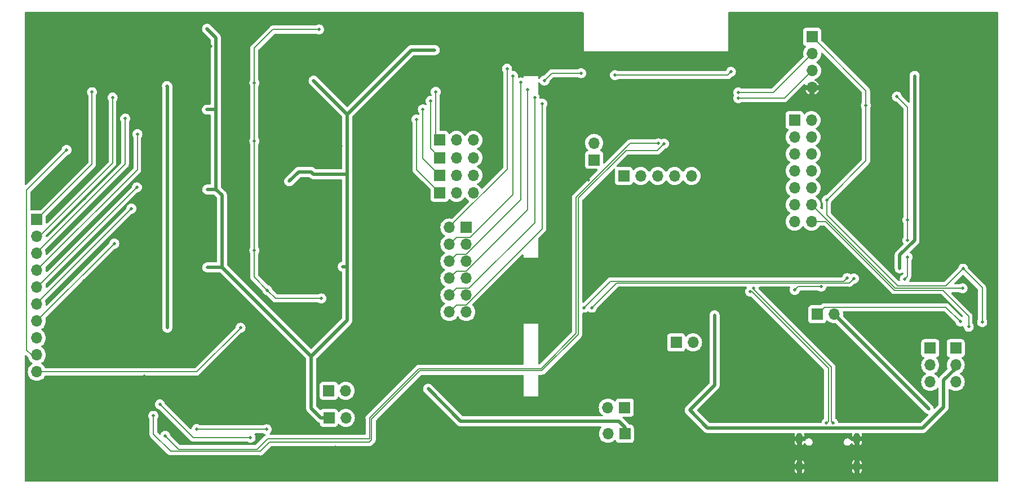
<source format=gbr>
%TF.GenerationSoftware,KiCad,Pcbnew,7.0.1*%
%TF.CreationDate,2024-04-01T21:03:33-06:00*%
%TF.ProjectId,Neural_Interface,4e657572-616c-45f4-996e-746572666163,1*%
%TF.SameCoordinates,Original*%
%TF.FileFunction,Copper,L2,Bot*%
%TF.FilePolarity,Positive*%
%FSLAX46Y46*%
G04 Gerber Fmt 4.6, Leading zero omitted, Abs format (unit mm)*
G04 Created by KiCad (PCBNEW 7.0.1) date 2024-04-01 21:03:33*
%MOMM*%
%LPD*%
G01*
G04 APERTURE LIST*
%TA.AperFunction,ComponentPad*%
%ADD10R,1.700000X1.700000*%
%TD*%
%TA.AperFunction,ComponentPad*%
%ADD11O,1.700000X1.700000*%
%TD*%
%TA.AperFunction,ComponentPad*%
%ADD12O,1.000000X1.800000*%
%TD*%
%TA.AperFunction,ViaPad*%
%ADD13C,0.500000*%
%TD*%
%TA.AperFunction,Conductor*%
%ADD14C,0.200000*%
%TD*%
%TA.AperFunction,Conductor*%
%ADD15C,0.127000*%
%TD*%
%TA.AperFunction,Conductor*%
%ADD16C,0.500000*%
%TD*%
G04 APERTURE END LIST*
D10*
%TO.P,J5,1,Pin_1*%
%TO.N,OUT_SEL*%
X155950000Y-75485000D03*
D11*
%TO.P,J5,2,Pin_2*%
%TO.N,5v_Sel*%
X155950000Y-78025000D03*
%TO.P,J5,3,Pin_3*%
%TO.N,5v_USB*%
X155950000Y-80565000D03*
%TD*%
D10*
%TO.P,J10,1,Pin_1*%
%TO.N,5v_Batt*%
X159775000Y-75485000D03*
D11*
%TO.P,J10,2,Pin_2*%
%TO.N,5v_Sys*%
X159775000Y-78025000D03*
%TO.P,J10,3,Pin_3*%
%TO.N,5v_Sel*%
X159775000Y-80565000D03*
%TD*%
D10*
%TO.P,J11,1,Pin_1*%
%TO.N,+9v*%
X110055000Y-84400000D03*
D11*
%TO.P,J11,2,Pin_2*%
%TO.N,Stim+*%
X107515000Y-84400000D03*
%TD*%
D10*
%TO.P,J12,1,Pin_1*%
%TO.N,-9v*%
X110080000Y-88350000D03*
D11*
%TO.P,J12,2,Pin_2*%
%TO.N,Stim-*%
X107540000Y-88350000D03*
%TD*%
D10*
%TO.P,J1,1,Pin_1*%
%TO.N,GPIO45*%
X135575000Y-41245000D03*
D11*
%TO.P,J1,2,Pin_2*%
%TO.N,Wireless_Status*%
X138115000Y-41245000D03*
%TO.P,J1,3,Pin_3*%
%TO.N,GPIO38*%
X135575000Y-43785000D03*
%TO.P,J1,4,Pin_4*%
%TO.N,SCL*%
X138115000Y-43785000D03*
%TO.P,J1,5,Pin_5*%
%TO.N,GPIO37*%
X135575000Y-46325000D03*
%TO.P,J1,6,Pin_6*%
%TO.N,SDA*%
X138115000Y-46325000D03*
%TO.P,J1,7,Pin_7*%
%TO.N,GPIO36*%
X135575000Y-48865000D03*
%TO.P,J1,8,Pin_8*%
%TO.N,Fuel_Status*%
X138115000Y-48865000D03*
%TO.P,J1,9,Pin_9*%
%TO.N,GPIO35*%
X135575000Y-51405000D03*
%TO.P,J1,10,Pin_10*%
%TO.N,HV_En*%
X138115000Y-51405000D03*
%TO.P,J1,11,Pin_11*%
%TO.N,GPIO34*%
X135575000Y-53945000D03*
%TO.P,J1,12,Pin_12*%
%TO.N,CHRG_STAT1*%
X138115000Y-53945000D03*
%TO.P,J1,13,Pin_13*%
%TO.N,GPIO33*%
X135575000Y-56485000D03*
%TO.P,J1,14,Pin_14*%
%TO.N,CHRG_STAT2*%
X138115000Y-56485000D03*
%TD*%
D10*
%TO.P,J6,1,Pin_1*%
%TO.N,V_Fuel*%
X138985000Y-70400000D03*
D11*
%TO.P,J6,2,Pin_2*%
%TO.N,V_Batt*%
X141525000Y-70400000D03*
%TD*%
D10*
%TO.P,J3,1,Pin_1*%
%TO.N,GPIO12*%
X109925000Y-49625000D03*
D11*
%TO.P,J3,2,Pin_2*%
%TO.N,GPIO13*%
X112465000Y-49625000D03*
%TO.P,J3,3,Pin_3*%
%TO.N,GPIO14*%
X115005000Y-49625000D03*
%TO.P,J3,4,Pin_4*%
%TO.N,GPIO15*%
X117545000Y-49625000D03*
%TO.P,J3,5,Pin_5*%
%TO.N,GPIO16*%
X120085000Y-49625000D03*
%TD*%
D10*
%TO.P,J2,1,Pin_1*%
%TO.N,GPIO5*%
X86265000Y-57356250D03*
D11*
%TO.P,J2,2,Pin_2*%
%TO.N,MCLK*%
X83725000Y-57356250D03*
%TO.P,J2,3,Pin_3*%
%TO.N,GPIO6*%
X86265000Y-59896250D03*
%TO.P,J2,4,Pin_4*%
%TO.N,~{IRQ}*%
X83725000Y-59896250D03*
%TO.P,J2,5,Pin_5*%
%TO.N,GPIO7*%
X86265000Y-62436250D03*
%TO.P,J2,6,Pin_6*%
%TO.N,SDO*%
X83725000Y-62436250D03*
%TO.P,J2,7,Pin_7*%
%TO.N,GPIO8*%
X86265000Y-64976250D03*
%TO.P,J2,8,Pin_8*%
%TO.N,SDI*%
X83725000Y-64976250D03*
%TO.P,J2,9,Pin_9*%
%TO.N,GPIO9*%
X86265000Y-67516250D03*
%TO.P,J2,10,Pin_10*%
%TO.N,SCK*%
X83725000Y-67516250D03*
%TO.P,J2,11,Pin_11*%
%TO.N,GPIO10*%
X86265000Y-70056250D03*
%TO.P,J2,12,Pin_12*%
%TO.N,~{CS}*%
X83725000Y-70056250D03*
%TD*%
D10*
%TO.P,J22,1,Pin_1*%
%TO.N,Istim*%
X105475000Y-47215000D03*
D11*
%TO.P,J22,2,Pin_2*%
%TO.N,ADC_5*%
X105475000Y-44675000D03*
%TD*%
D10*
%TO.P,J19,1,Pin_1*%
%TO.N,OADC_1*%
X82250000Y-44231250D03*
D11*
%TO.P,J19,2,Pin_2*%
%TO.N,P_1*%
X84790000Y-44231250D03*
%TO.P,J19,3,Pin_3*%
%TO.N,ADC_1*%
X87330000Y-44231250D03*
%TD*%
D10*
%TO.P,J21,1,Pin_1*%
%TO.N,OADC_4*%
X82250000Y-52181250D03*
D11*
%TO.P,J21,2,Pin_2*%
%TO.N,P_4*%
X84790000Y-52181250D03*
%TO.P,J21,3,Pin_3*%
%TO.N,ADC_4*%
X87330000Y-52181250D03*
%TD*%
D10*
%TO.P,J14,1,Pin_1*%
%TO.N,+3.3VA*%
X65625000Y-85950000D03*
D11*
%TO.P,J14,2,Pin_2*%
%TO.N,+3.3va*%
X68165000Y-85950000D03*
%TD*%
D10*
%TO.P,J4,1,Pin_1*%
%TO.N,+3.3V*%
X138200000Y-28735000D03*
D11*
%TO.P,J4,2,Pin_2*%
%TO.N,RX*%
X138200000Y-31275000D03*
%TO.P,J4,3,Pin_3*%
%TO.N,TX*%
X138200000Y-33815000D03*
%TO.P,J4,4,Pin_4*%
%TO.N,GND*%
X138200000Y-36355000D03*
%TD*%
D10*
%TO.P,J20,1,Pin_1*%
%TO.N,OADC_3*%
X82250000Y-49525000D03*
D11*
%TO.P,J20,2,Pin_2*%
%TO.N,P_3*%
X84790000Y-49525000D03*
%TO.P,J20,3,Pin_3*%
%TO.N,ADC_3*%
X87330000Y-49525000D03*
%TD*%
D10*
%TO.P,J15,1,Pin_1*%
%TO.N,-3V3*%
X65600000Y-81875000D03*
D11*
%TO.P,J15,2,Pin_2*%
%TO.N,-3.3va*%
X68140000Y-81875000D03*
%TD*%
D10*
%TO.P,J13,1,Pin_1*%
%TO.N,+3.3V*%
X117785000Y-74625000D03*
D11*
%TO.P,J13,2,Pin_2*%
%TO.N,+3v*%
X120325000Y-74625000D03*
%TD*%
D10*
%TO.P,J18,1,Pin_1*%
%TO.N,OADC_2*%
X82250000Y-46881250D03*
D11*
%TO.P,J18,2,Pin_2*%
%TO.N,P_2*%
X84790000Y-46881250D03*
%TO.P,J18,3,Pin_3*%
%TO.N,ADC_2*%
X87330000Y-46881250D03*
%TD*%
D12*
%TO.P,U3,13,GND*%
%TO.N,GND*%
X136305000Y-89085000D03*
X136305000Y-93265000D03*
X144945000Y-89085000D03*
X144945000Y-93265000D03*
%TD*%
D10*
%TO.P,J16,1,Pin_1*%
%TO.N,Probe_in_1-*%
X21750000Y-56171112D03*
D11*
%TO.P,J16,2,Pin_2*%
%TO.N,Probe_in_1+*%
X21750000Y-58711112D03*
%TO.P,J16,3,Pin_3*%
%TO.N,Probe_in_2-*%
X21750000Y-61251112D03*
%TO.P,J16,4,Pin_4*%
%TO.N,Probe_in_2+*%
X21750000Y-63791112D03*
%TO.P,J16,5,Pin_5*%
%TO.N,Probe_in_3-*%
X21750000Y-66331112D03*
%TO.P,J16,6,Pin_6*%
%TO.N,Probe_in_3+*%
X21750000Y-68871112D03*
%TO.P,J16,7,Pin_7*%
%TO.N,Probe_in_4-*%
X21750000Y-71411112D03*
%TO.P,J16,8,Pin_8*%
%TO.N,Probe_in_4+*%
X21750000Y-73951112D03*
%TO.P,J16,9,Pin_9*%
%TO.N,Stim_out*%
X21750000Y-76491112D03*
%TO.P,J16,10,Pin_10*%
%TO.N,Stim_gnd*%
X21750000Y-79031112D03*
%TD*%
D13*
%TO.N,GND*%
X157975000Y-78000000D03*
X158250000Y-73700000D03*
X158150000Y-71250000D03*
%TO.N,Stim_control+*%
X39250000Y-85650000D03*
X115975000Y-44775000D03*
%TO.N,Stim_control-*%
X41050000Y-88650000D03*
X115125000Y-44750000D03*
%TO.N,+3.3V*%
X103500000Y-34200000D03*
X98000000Y-35300000D03*
%TO.N,GND*%
X126050000Y-84625000D03*
X77675000Y-85700000D03*
X77650000Y-82350000D03*
X80525000Y-83525000D03*
X37625000Y-54325000D03*
X37650000Y-31250000D03*
X37825000Y-43050000D03*
X96600000Y-89350000D03*
X100050000Y-88750000D03*
X113175000Y-87900000D03*
X118450000Y-88075000D03*
X113100000Y-86175000D03*
X113000000Y-82350000D03*
X116850000Y-82375000D03*
X115875000Y-86000000D03*
X114075000Y-61350000D03*
X120100000Y-57975000D03*
X107825000Y-57775000D03*
X151350000Y-27175000D03*
X146050000Y-27025000D03*
X164700000Y-26925000D03*
X157975000Y-26950000D03*
X155800000Y-31550000D03*
X158225000Y-31550000D03*
X164725000Y-68650000D03*
X162925000Y-73800000D03*
X164550000Y-73275000D03*
X164500000Y-82050000D03*
X154275000Y-93950000D03*
X157375000Y-93950000D03*
X161750000Y-88575000D03*
X163525000Y-88475000D03*
X163475000Y-90350000D03*
X161000000Y-92450000D03*
X163525000Y-92575000D03*
X160975000Y-93950000D03*
X140425000Y-93000000D03*
X149225000Y-86075000D03*
X149150000Y-89025000D03*
X154325000Y-88850000D03*
X154225000Y-85950000D03*
X144125000Y-85875000D03*
X150550000Y-77525000D03*
X149175000Y-81975000D03*
X147975000Y-75050000D03*
X145975000Y-76850000D03*
X142400000Y-74925000D03*
X139350000Y-74825000D03*
X142375000Y-79800000D03*
X139375000Y-79450000D03*
X142150000Y-84125000D03*
X139300000Y-84650000D03*
X126250000Y-67775000D03*
X121150000Y-63750000D03*
X119600000Y-62450000D03*
X116350000Y-66775000D03*
X113875000Y-64250000D03*
X113900000Y-66725000D03*
X108150000Y-64225000D03*
X108075000Y-68500000D03*
X107975000Y-72400000D03*
X108075000Y-75225000D03*
X113975000Y-69025000D03*
X113925000Y-75125000D03*
X113900000Y-72700000D03*
X104600000Y-50225000D03*
X101425000Y-53700000D03*
X101275000Y-61125000D03*
X101550000Y-64050000D03*
X98150000Y-74225000D03*
X98050000Y-80300000D03*
X101150000Y-82000000D03*
X105225000Y-80875000D03*
X105125000Y-84150000D03*
X104850000Y-89150000D03*
X106250000Y-93300000D03*
X122100000Y-68675000D03*
X121775000Y-66750000D03*
X142450000Y-67575000D03*
X121825000Y-70725000D03*
X125050000Y-70925000D03*
X128300000Y-72400000D03*
X124950000Y-74550000D03*
X127500000Y-67650000D03*
X130275000Y-69925000D03*
X132075000Y-67500000D03*
X127425000Y-61500000D03*
X127750000Y-64350000D03*
X130650000Y-64325000D03*
X130500000Y-61575000D03*
X130700000Y-57925000D03*
X132775000Y-57900000D03*
X135475000Y-61000000D03*
X135425000Y-64200000D03*
X138700000Y-59600000D03*
X138700000Y-64225000D03*
X138625000Y-68500000D03*
X142350000Y-60600000D03*
X142175000Y-63725000D03*
X145925000Y-63800000D03*
X148025000Y-60900000D03*
X148025000Y-55450000D03*
X164275000Y-56300000D03*
X157450000Y-61175000D03*
X157425000Y-64925000D03*
X155100000Y-60975000D03*
X154900000Y-64750000D03*
X158625000Y-56300000D03*
X155300000Y-51575000D03*
X150175000Y-39850000D03*
X149375000Y-49800000D03*
X144625000Y-47400000D03*
X144550000Y-43950000D03*
X146100000Y-34875000D03*
X142625000Y-39350000D03*
X143475000Y-32400000D03*
X142600000Y-34850000D03*
X131775000Y-26975000D03*
X134900000Y-29925000D03*
X136025000Y-38450000D03*
X131950000Y-30725000D03*
X125575000Y-39625000D03*
X130925000Y-39225000D03*
X127050000Y-41075000D03*
X127075000Y-45775000D03*
X126250000Y-55625000D03*
X125900000Y-48125000D03*
X122400000Y-51825000D03*
X107725000Y-49725000D03*
X107675000Y-46550000D03*
X108600000Y-45775000D03*
X120800000Y-35800000D03*
X120800000Y-38725000D03*
X120675000Y-42425000D03*
X116800000Y-42600000D03*
X112925000Y-42475000D03*
X112875000Y-38750000D03*
X112850000Y-35850000D03*
X112950000Y-32925000D03*
X115125000Y-32975000D03*
X117675000Y-33075000D03*
X120250000Y-33050000D03*
X122500000Y-32925000D03*
X110900000Y-32850000D03*
X93775000Y-30425000D03*
X100200000Y-30600000D03*
X98950000Y-51200000D03*
X98400000Y-61300000D03*
X98300000Y-64300000D03*
X34250000Y-34425000D03*
X31578213Y-37395316D03*
X28025000Y-40425000D03*
X25975000Y-53350000D03*
X28900000Y-50400000D03*
X27525000Y-49025000D03*
X25925000Y-50625000D03*
X23250000Y-50675000D03*
X23325000Y-53175000D03*
X28950000Y-53050000D03*
X28775000Y-55475000D03*
X28800000Y-58050000D03*
X28800000Y-60500000D03*
X28775000Y-63075000D03*
X28800000Y-65375000D03*
X28750000Y-67825000D03*
X34175000Y-67575000D03*
X33750000Y-65575000D03*
X74425000Y-44175000D03*
X75650000Y-46825000D03*
X75250000Y-49425000D03*
X75725000Y-52025000D03*
X76775000Y-55000000D03*
X55075000Y-26950000D03*
X58450000Y-29225000D03*
X63100000Y-37475000D03*
X66850000Y-40975000D03*
X59875000Y-58825000D03*
X61525000Y-61200000D03*
X58850000Y-63525000D03*
X66400000Y-59025000D03*
X70050000Y-52475000D03*
X70025000Y-59075000D03*
X75625000Y-67875000D03*
X69900000Y-76550000D03*
X88100000Y-79925000D03*
X67100000Y-74625000D03*
X65000000Y-76725000D03*
X71925000Y-79950000D03*
X65500000Y-83900000D03*
X68275000Y-83875000D03*
X70575000Y-87400000D03*
X73775000Y-90375000D03*
X81325000Y-90150000D03*
X87550000Y-90225000D03*
X91175000Y-94850000D03*
X91125000Y-90225000D03*
X94050000Y-64300000D03*
X94250000Y-68475000D03*
X90800000Y-74900000D03*
X90725000Y-71775000D03*
X84975000Y-74725000D03*
X84950000Y-71900000D03*
X73850000Y-74925000D03*
X77900000Y-74725000D03*
X77850000Y-71725000D03*
X72750000Y-71125000D03*
X70675000Y-73200000D03*
X93725000Y-73150000D03*
X93575000Y-74650000D03*
X93625000Y-77400000D03*
X93500000Y-81775000D03*
X89750000Y-85000000D03*
X86000000Y-84275000D03*
X82350000Y-81100000D03*
X36050000Y-86950000D03*
X58950000Y-94850000D03*
X54000000Y-92075000D03*
X61050000Y-91950000D03*
X64250000Y-91950000D03*
X66575000Y-90325000D03*
X58975000Y-83625000D03*
X58850000Y-86775000D03*
X60675000Y-84525000D03*
X60675000Y-78975000D03*
X59000000Y-77400000D03*
X51775000Y-75025000D03*
X55175000Y-75025000D03*
X55100000Y-71725000D03*
X59025000Y-67025000D03*
X57250000Y-69125000D03*
X60275000Y-71875000D03*
X64350000Y-73050000D03*
X63050000Y-74425000D03*
X63500000Y-69500000D03*
X64825000Y-64500000D03*
X66325000Y-33975000D03*
X59825000Y-26625000D03*
X60400000Y-29425000D03*
X61425000Y-29400000D03*
X65175000Y-35425000D03*
X69900000Y-36125000D03*
X68275000Y-37500000D03*
X72550000Y-34050000D03*
X74075000Y-32725000D03*
X74425000Y-36100000D03*
X69850000Y-40900000D03*
X79675000Y-37300000D03*
X78100000Y-39375000D03*
X77500000Y-42475000D03*
X82725000Y-42350000D03*
X86350000Y-42600000D03*
X86325000Y-40125000D03*
X90350000Y-40100000D03*
X90375000Y-43000000D03*
X84525000Y-33775000D03*
X80550000Y-34650000D03*
X84850000Y-29950000D03*
X85975000Y-30525000D03*
X89050000Y-30650000D03*
X38850000Y-27475000D03*
X44650000Y-28825000D03*
X47875000Y-30150000D03*
X49850000Y-30175000D03*
X52675000Y-30150000D03*
X52650000Y-32500000D03*
X57325000Y-37400000D03*
X69575000Y-46950000D03*
X69550000Y-45125000D03*
X65275000Y-44050000D03*
X67400000Y-45100000D03*
X62825000Y-44375000D03*
X60550000Y-41825000D03*
X57825000Y-41725000D03*
X60550000Y-44025000D03*
X57900000Y-44050000D03*
X59775000Y-51625000D03*
X60500000Y-47925000D03*
X62900000Y-55600000D03*
X62900000Y-53025000D03*
X57050000Y-57600000D03*
X57050000Y-61200000D03*
X52375000Y-69725000D03*
X49100000Y-66050000D03*
X52425000Y-61325000D03*
X45950000Y-61225000D03*
X52475000Y-52875000D03*
X52475000Y-45900000D03*
X52475000Y-37425000D03*
X42975000Y-33650000D03*
X44750000Y-37450000D03*
X38925000Y-37325000D03*
X38850000Y-39575000D03*
X44675000Y-40975000D03*
X46000000Y-45850000D03*
X42850000Y-45850000D03*
X39100000Y-51500000D03*
X44725000Y-52950000D03*
X45925000Y-57850000D03*
X42900000Y-57875000D03*
X37850000Y-58750000D03*
X38400000Y-63250000D03*
X37850000Y-66700000D03*
X37725000Y-71200000D03*
X45975000Y-69650000D03*
X42950000Y-69650000D03*
X42875000Y-82025000D03*
X50825000Y-83625000D03*
X49200000Y-79175000D03*
X50300000Y-80350000D03*
X41025000Y-78175000D03*
X37850000Y-78175000D03*
X37850000Y-79725000D03*
X37875000Y-82350000D03*
X32550000Y-83450000D03*
X24550000Y-36825000D03*
X24575000Y-32725000D03*
X24575000Y-28900000D03*
X27625000Y-28900000D03*
X27600000Y-32800000D03*
X27600000Y-36775000D03*
X23100000Y-38775000D03*
X21900000Y-37025000D03*
X21950000Y-40050000D03*
X23050000Y-47200000D03*
X20525000Y-47700000D03*
X21900000Y-46125000D03*
X34300000Y-62600000D03*
X34150000Y-69750000D03*
X25300000Y-72500000D03*
X24025000Y-75250000D03*
X28725000Y-69750000D03*
X28625000Y-75325000D03*
X28625000Y-77600000D03*
X22850000Y-83800000D03*
X29425000Y-82225000D03*
X29350000Y-94850000D03*
X29375000Y-88475000D03*
X21700000Y-88300000D03*
X21425000Y-94093750D03*
%TO.N,+3.3V*%
X139575000Y-66250000D03*
X135600000Y-66750000D03*
%TO.N,GND*%
X105775000Y-70575000D03*
X104575000Y-71750000D03*
%TO.N,+3.3V*%
X163750000Y-71575000D03*
X160875000Y-63550000D03*
X140400000Y-53275000D03*
%TO.N,D-*%
X128909834Y-66990166D03*
%TO.N,D+*%
X129440166Y-66459834D03*
%TO.N,+3.3V*%
X146300000Y-39050000D03*
X126000000Y-34000000D03*
X108600000Y-34500000D03*
%TO.N,5v_Sys*%
X123550000Y-70550000D03*
X119825000Y-84800000D03*
%TO.N,OUT_SEL*%
X152500000Y-56250000D03*
%TO.N,CHRG_STAT2*%
X161725000Y-72275000D03*
%TO.N,CHRG_STAT1*%
X160800000Y-66500000D03*
%TO.N,5v_Wireless*%
X153600000Y-34600000D03*
X151375000Y-63500000D03*
%TO.N,V_Fuel*%
X160475000Y-71500000D03*
%TO.N,V_Batt*%
X155725000Y-84600000D03*
%TO.N,GND*%
X160450000Y-84650000D03*
%TO.N,SCL*%
X105100000Y-69400000D03*
X144475000Y-65025000D03*
%TO.N,SDA*%
X143475000Y-64975000D03*
X103925000Y-69400000D03*
%TO.N,OUT_SEL*%
X152500000Y-59300000D03*
X150950000Y-37725000D03*
%TO.N,Net-(IC2-SS)*%
X152125000Y-65100000D03*
X152525000Y-61825000D03*
%TO.N,TX*%
X127100000Y-37950000D03*
%TO.N,RX*%
X127125000Y-37075000D03*
%TO.N,GND*%
X149325000Y-45300000D03*
X148900000Y-40700000D03*
X151375000Y-39875000D03*
X158175000Y-43750000D03*
X158625000Y-45525000D03*
X158625000Y-47575000D03*
X152100000Y-35325000D03*
%TO.N,D+*%
X141350000Y-86725000D03*
%TO.N,D-*%
X140375000Y-86725000D03*
%TO.N,-9v*%
X80525000Y-81575000D03*
%TO.N,-3V3*%
X41350000Y-48275000D03*
X41300000Y-36125000D03*
X41350000Y-72400000D03*
X41350000Y-60275000D03*
%TO.N,+3.3VA*%
X63325000Y-35325000D03*
X67700000Y-63250000D03*
X62975000Y-49025000D03*
X47350000Y-51650000D03*
X59650000Y-50425000D03*
X81525000Y-30725000D03*
X47300000Y-39675000D03*
X47325000Y-27525000D03*
X47350000Y-63350000D03*
%TO.N,Vref*%
X64475000Y-68025000D03*
X54425000Y-60825000D03*
X54425000Y-35650000D03*
X56375000Y-66775000D03*
X64150000Y-27650000D03*
X54425000Y-44400000D03*
%TO.N,Stim_gnd*%
X52350000Y-72425000D03*
%TO.N,Stim_out*%
X26225000Y-45725000D03*
%TO.N,Net-(IC14-+IN2)*%
X53850000Y-88925000D03*
X40225000Y-83925000D03*
%TO.N,Net-(IC14-+IN1)*%
X56275000Y-87675000D03*
X45750000Y-87650000D03*
%TO.N,OADC_1*%
X81675000Y-37000000D03*
%TO.N,OADC_2*%
X80900000Y-38375000D03*
%TO.N,OADC_3*%
X79750000Y-39625000D03*
%TO.N,OADC_4*%
X78750000Y-41150000D03*
%TO.N,MCLK*%
X92375000Y-33500000D03*
%TO.N,~{IRQ}*%
X93250000Y-34600000D03*
%TO.N,SDO*%
X94425000Y-35600000D03*
%TO.N,SDI*%
X95450000Y-36675000D03*
%TO.N,SCK*%
X96525000Y-37825000D03*
%TO.N,~{CS}*%
X97675000Y-38775000D03*
%TO.N,Probe_in_1+*%
X33125000Y-37875000D03*
%TO.N,Probe_in_1-*%
X30050000Y-37050000D03*
%TO.N,Probe_in_2+*%
X36850000Y-43350000D03*
%TO.N,Probe_in_2-*%
X35025000Y-41025000D03*
%TO.N,Probe_in_3+*%
X35950000Y-54525000D03*
%TO.N,Probe_in_3-*%
X36775000Y-51350000D03*
%TO.N,Probe_in_4-*%
X33375000Y-59775000D03*
%TD*%
D14*
%TO.N,Stim_control+*%
X39250000Y-88375000D02*
X39250000Y-85650000D01*
X41852000Y-90977000D02*
X39250000Y-88375000D01*
X56675000Y-89600000D02*
X55298000Y-90977000D01*
X55298000Y-90977000D02*
X41852000Y-90977000D01*
X72052000Y-86110028D02*
X72052000Y-89210448D01*
X72052000Y-89210448D02*
X71662448Y-89600000D01*
X72368514Y-85793514D02*
X72052000Y-86110028D01*
X79285028Y-78877000D02*
X72368514Y-85793514D01*
X71662448Y-89600000D02*
X56675000Y-89600000D01*
X89300000Y-78877000D02*
X79285028Y-78877000D01*
X97610448Y-78877000D02*
X89300000Y-78877000D01*
X103102000Y-73385448D02*
X97610448Y-78877000D01*
X103102000Y-52960448D02*
X103102000Y-73385448D01*
X110268724Y-45793724D02*
X103102000Y-52960448D01*
X114956276Y-45793724D02*
X110268724Y-45793724D01*
X115975000Y-44775000D02*
X114956276Y-45793724D01*
%TO.N,Stim_control-*%
X43050000Y-90650000D02*
X41050000Y-88650000D01*
X54850000Y-90650000D02*
X43050000Y-90650000D01*
X56425000Y-89075000D02*
X54850000Y-90650000D01*
X71725000Y-85974580D02*
X71725000Y-89075000D01*
X97475000Y-78550000D02*
X79149580Y-78550000D01*
X102775000Y-52825000D02*
X102775000Y-73250000D01*
X102775000Y-73250000D02*
X97475000Y-78550000D01*
X110850000Y-44750000D02*
X102775000Y-52825000D01*
X115125000Y-44750000D02*
X110850000Y-44750000D01*
X79149580Y-78550000D02*
X71725000Y-85974580D01*
X71725000Y-89075000D02*
X56425000Y-89075000D01*
%TO.N,+3.3V*%
X99100000Y-34200000D02*
X103500000Y-34200000D01*
X98000000Y-35300000D02*
X99100000Y-34200000D01*
D15*
%TO.N,OUT_SEL*%
X152500000Y-39275000D02*
X152500000Y-59300000D01*
X150950000Y-37725000D02*
X152500000Y-39275000D01*
D14*
%TO.N,+3.3V*%
X136100000Y-66250000D02*
X139575000Y-66250000D01*
X135600000Y-66750000D02*
X136100000Y-66250000D01*
X140450000Y-53375000D02*
X140375000Y-53300000D01*
X140450000Y-55498000D02*
X140450000Y-53375000D01*
X151125000Y-66173000D02*
X140450000Y-55498000D01*
X158252000Y-66173000D02*
X151125000Y-66173000D01*
X160875000Y-63550000D02*
X158252000Y-66173000D01*
X163750000Y-66425000D02*
X163750000Y-71575000D01*
X160875000Y-63550000D02*
X163750000Y-66425000D01*
X146300000Y-47375000D02*
X146300000Y-39050000D01*
X140400000Y-53275000D02*
X146300000Y-47375000D01*
%TO.N,D-*%
X129121967Y-66990166D02*
X128909834Y-66990166D01*
X140637499Y-78505698D02*
X129121967Y-66990166D01*
X140375000Y-86725000D02*
X140637499Y-86462501D01*
%TO.N,D+*%
X141087501Y-78319302D02*
X129440166Y-66671967D01*
X141087501Y-86462501D02*
X141087501Y-78319302D01*
%TO.N,D-*%
X140637499Y-86462501D02*
X140637499Y-78505698D01*
%TO.N,D+*%
X141350000Y-86725000D02*
X141087501Y-86462501D01*
X129440166Y-66671967D02*
X129440166Y-66459834D01*
%TO.N,+3.3V*%
X146300000Y-39050000D02*
X146300000Y-36835000D01*
X146300000Y-36835000D02*
X138200000Y-28735000D01*
X125500000Y-34500000D02*
X126000000Y-34000000D01*
X108600000Y-34500000D02*
X125500000Y-34500000D01*
D15*
%TO.N,SDA*%
X143004000Y-65446000D02*
X107879000Y-65446000D01*
X107879000Y-65446000D02*
X103925000Y-69400000D01*
X143475000Y-64975000D02*
X143004000Y-65446000D01*
%TO.N,CHRG_STAT2*%
X150549670Y-66790500D02*
X157840500Y-66790500D01*
X140244170Y-56485000D02*
X150549670Y-66790500D01*
X157840500Y-66790500D02*
X161725000Y-70675000D01*
X161725000Y-70675000D02*
X161725000Y-72275000D01*
X138115000Y-56485000D02*
X140244170Y-56485000D01*
D16*
%TO.N,5v_Sys*%
X122500000Y-87475000D02*
X119825000Y-84800000D01*
X157950000Y-84325000D02*
X154800000Y-87475000D01*
X157950000Y-80300241D02*
X157950000Y-84325000D01*
X159775000Y-78475241D02*
X157950000Y-80300241D01*
X154800000Y-87475000D02*
X122500000Y-87475000D01*
X123550000Y-81075000D02*
X123550000Y-70550000D01*
X119825000Y-84800000D02*
X123550000Y-81075000D01*
D14*
%TO.N,CHRG_STAT1*%
X150670000Y-66500000D02*
X138115000Y-53945000D01*
X160800000Y-66500000D02*
X150670000Y-66500000D01*
D16*
%TO.N,5v_Wireless*%
X153600000Y-59275000D02*
X153600000Y-34600000D01*
X151375000Y-61500000D02*
X153600000Y-59275000D01*
X151375000Y-63500000D02*
X151375000Y-61500000D01*
D14*
%TO.N,V_Fuel*%
X140062000Y-69323000D02*
X138985000Y-70400000D01*
X160475000Y-71500000D02*
X158298000Y-69323000D01*
X158298000Y-69323000D02*
X140062000Y-69323000D01*
D16*
%TO.N,V_Batt*%
X155725000Y-84600000D02*
X141525000Y-70400000D01*
D15*
%TO.N,SCL*%
X108800000Y-65700000D02*
X105100000Y-69400000D01*
X143800000Y-65700000D02*
X108800000Y-65700000D01*
X144475000Y-65025000D02*
X143800000Y-65700000D01*
%TO.N,Net-(IC2-SS)*%
X152525000Y-64700000D02*
X152125000Y-65100000D01*
X152525000Y-61825000D02*
X152525000Y-64700000D01*
%TO.N,TX*%
X127100000Y-37950000D02*
X134065000Y-37950000D01*
X134065000Y-37950000D02*
X138200000Y-33815000D01*
%TO.N,RX*%
X132400000Y-37075000D02*
X138200000Y-31275000D01*
X127125000Y-37075000D02*
X132400000Y-37075000D01*
D16*
%TO.N,-9v*%
X109200000Y-86475000D02*
X85425000Y-86475000D01*
X110080000Y-88350000D02*
X110080000Y-87355000D01*
X85425000Y-86475000D02*
X80525000Y-81575000D01*
X110080000Y-87355000D02*
X109200000Y-86475000D01*
%TO.N,-3V3*%
X41350000Y-60500000D02*
X41350000Y-48425000D01*
X41350000Y-36175000D02*
X41300000Y-36125000D01*
X41350000Y-60275000D02*
X41350000Y-60500000D01*
X41350000Y-72400000D02*
X41350000Y-60500000D01*
X41350000Y-48425000D02*
X41350000Y-36175000D01*
X41350000Y-48425000D02*
X41350000Y-48275000D01*
%TO.N,+3.3VA*%
X68375000Y-71300000D02*
X68375000Y-63250000D01*
X48650000Y-28850000D02*
X47325000Y-27525000D01*
X63325000Y-49375000D02*
X62975000Y-49025000D01*
X68375000Y-49375000D02*
X68375000Y-40375000D01*
X48650000Y-39675000D02*
X48650000Y-28850000D01*
X68375000Y-40375000D02*
X63325000Y-35325000D01*
X47350000Y-63350000D02*
X49600000Y-63350000D01*
X62975000Y-49025000D02*
X61050000Y-49025000D01*
X48550000Y-51650000D02*
X47350000Y-51650000D01*
X48650000Y-51400000D02*
X48650000Y-51550000D01*
X61050000Y-49025000D02*
X59650000Y-50425000D01*
X49550000Y-63350000D02*
X49550000Y-52525000D01*
X49550000Y-52525000D02*
X48650000Y-51625000D01*
X48650000Y-39675000D02*
X47300000Y-39675000D01*
X68375000Y-49375000D02*
X63325000Y-49375000D01*
X62975000Y-76700000D02*
X68375000Y-71300000D01*
X68375000Y-63250000D02*
X68375000Y-49375000D01*
X62975000Y-84500000D02*
X62975000Y-77550000D01*
X78025000Y-30725000D02*
X81525000Y-30725000D01*
X68375000Y-63250000D02*
X67700000Y-63250000D01*
X62975000Y-77550000D02*
X62975000Y-77250000D01*
X48650000Y-51550000D02*
X48550000Y-51650000D01*
X48650000Y-51400000D02*
X48650000Y-39675000D01*
X49600000Y-63350000D02*
X62975000Y-76725000D01*
X48650000Y-51625000D02*
X48650000Y-51400000D01*
X68375000Y-40375000D02*
X78025000Y-30725000D01*
X62975000Y-77250000D02*
X62975000Y-76700000D01*
X65625000Y-85950000D02*
X64425000Y-85950000D01*
X64425000Y-85950000D02*
X62975000Y-84500000D01*
X47350000Y-63350000D02*
X49550000Y-63350000D01*
D14*
%TO.N,Vref*%
X54425000Y-30425000D02*
X57200000Y-27650000D01*
X57625000Y-68025000D02*
X56375000Y-66775000D01*
X56375000Y-66775000D02*
X54425000Y-64825000D01*
X57200000Y-27650000D02*
X64150000Y-27650000D01*
X64475000Y-68025000D02*
X57625000Y-68025000D01*
X54425000Y-64825000D02*
X54425000Y-30425000D01*
D15*
%TO.N,Stim_gnd*%
X52350000Y-72425000D02*
X52350000Y-72450000D01*
X45768888Y-79031112D02*
X21750000Y-79031112D01*
X52350000Y-72450000D02*
X45768888Y-79031112D01*
D14*
%TO.N,Stim_out*%
X20941112Y-76491112D02*
X20225000Y-75775000D01*
X20225000Y-75775000D02*
X20225000Y-51725000D01*
X21750000Y-76491112D02*
X20941112Y-76491112D01*
X20225000Y-51725000D02*
X26225000Y-45725000D01*
%TO.N,Net-(IC14-+IN2)*%
X53850000Y-88925000D02*
X45225000Y-88925000D01*
X45225000Y-88925000D02*
X40225000Y-83925000D01*
%TO.N,Net-(IC14-+IN1)*%
X45775000Y-87675000D02*
X45750000Y-87650000D01*
X56275000Y-87675000D02*
X45775000Y-87675000D01*
D15*
%TO.N,OADC_1*%
X81675000Y-37000000D02*
X81675000Y-43656250D01*
%TO.N,OADC_2*%
X80875000Y-45506250D02*
X82250000Y-46881250D01*
X80875000Y-38400000D02*
X80875000Y-45506250D01*
X80900000Y-38375000D02*
X80875000Y-38400000D01*
%TO.N,OADC_3*%
X79750000Y-39625000D02*
X79750000Y-47025000D01*
X79750000Y-47025000D02*
X82250000Y-49525000D01*
%TO.N,OADC_4*%
X78750000Y-48681250D02*
X82250000Y-52181250D01*
X78750000Y-41150000D02*
X78750000Y-48681250D01*
%TO.N,MCLK*%
X92375000Y-33500000D02*
X92375000Y-48607740D01*
X92375000Y-48607740D02*
X83725000Y-57257740D01*
%TO.N,~{IRQ}*%
X84765500Y-58855750D02*
X83725000Y-59896250D01*
X93250000Y-34600000D02*
X93250000Y-52452250D01*
X86846500Y-58855750D02*
X84765500Y-58855750D01*
X93250000Y-52452250D02*
X86846500Y-58855750D01*
%TO.N,SDO*%
X86236990Y-61395750D02*
X84765500Y-61395750D01*
X84765500Y-61395750D02*
X83725000Y-62436250D01*
X94425000Y-35600000D02*
X94425000Y-53207740D01*
X94425000Y-53207740D02*
X86236990Y-61395750D01*
%TO.N,SDI*%
X84765500Y-63935750D02*
X83725000Y-64976250D01*
X95450000Y-36675000D02*
X95450000Y-54722740D01*
X86236990Y-63935750D02*
X84765500Y-63935750D01*
X95450000Y-54722740D02*
X86236990Y-63935750D01*
%TO.N,SCK*%
X96525000Y-37825000D02*
X96525000Y-56646740D01*
X96525000Y-56646740D02*
X86695990Y-66475750D01*
X84765500Y-66475750D02*
X83725000Y-67516250D01*
X86695990Y-66475750D02*
X84765500Y-66475750D01*
%TO.N,~{CS}*%
X84765500Y-69015750D02*
X83725000Y-70056250D01*
X97675000Y-38775000D02*
X97675000Y-57577740D01*
X86236990Y-69015750D02*
X84765500Y-69015750D01*
X97675000Y-57577740D02*
X86236990Y-69015750D01*
%TO.N,Probe_in_1+*%
X22113888Y-58711112D02*
X33125000Y-47700000D01*
X33125000Y-47700000D02*
X33125000Y-37875000D01*
%TO.N,Probe_in_1-*%
X30050000Y-47871112D02*
X30050000Y-37050000D01*
X21750000Y-56171112D02*
X30050000Y-47871112D01*
%TO.N,Probe_in_2+*%
X21750000Y-63791112D02*
X36850000Y-48691112D01*
X36850000Y-48691112D02*
X36850000Y-43350000D01*
%TO.N,Probe_in_2-*%
X35025000Y-41025000D02*
X35000000Y-41050000D01*
X35000000Y-47875000D02*
X21750000Y-61125000D01*
X35000000Y-41050000D02*
X35000000Y-47875000D01*
%TO.N,Probe_in_3+*%
X21750000Y-68725000D02*
X35950000Y-54525000D01*
%TO.N,Probe_in_3-*%
X21793888Y-66331112D02*
X36775000Y-51350000D01*
%TO.N,Probe_in_4-*%
X33375000Y-59786112D02*
X21750000Y-71411112D01*
X33375000Y-59775000D02*
X33375000Y-59786112D01*
%TD*%
%TA.AperFunction,Conductor*%
%TO.N,GND*%
G36*
X92525000Y-32761652D02*
G01*
X92375000Y-32744750D01*
X92206943Y-32763686D01*
X92047310Y-32819544D01*
X91904108Y-32909524D01*
X91784524Y-33029108D01*
X91694544Y-33172310D01*
X91638686Y-33331943D01*
X91619750Y-33499999D01*
X91638686Y-33668056D01*
X91638686Y-33668058D01*
X91638687Y-33668059D01*
X91694544Y-33827690D01*
X91784523Y-33970890D01*
X91784524Y-33970891D01*
X91791957Y-33982720D01*
X91789988Y-33983956D01*
X91801561Y-34001276D01*
X91811000Y-34048729D01*
X91811000Y-48322762D01*
X91801561Y-48370215D01*
X91774681Y-48410443D01*
X88681699Y-51503423D01*
X88636429Y-51532264D01*
X88583211Y-51539270D01*
X88532018Y-51523129D01*
X88492443Y-51486866D01*
X88488997Y-51481944D01*
X88368495Y-51309849D01*
X88201401Y-51142755D01*
X88007830Y-51007215D01*
X87918384Y-50965505D01*
X87866211Y-50919750D01*
X87846791Y-50853125D01*
X87866211Y-50786500D01*
X87918384Y-50740744D01*
X88007830Y-50699035D01*
X88201401Y-50563495D01*
X88368495Y-50396401D01*
X88504035Y-50202830D01*
X88603903Y-49988663D01*
X88665063Y-49760408D01*
X88685659Y-49525000D01*
X88665063Y-49289592D01*
X88603903Y-49061337D01*
X88504035Y-48847171D01*
X88368495Y-48653599D01*
X88201401Y-48486505D01*
X88007830Y-48350965D01*
X88007826Y-48350962D01*
X87939954Y-48319313D01*
X87931789Y-48315506D01*
X87879614Y-48269750D01*
X87860194Y-48203125D01*
X87879614Y-48136500D01*
X87931790Y-48090743D01*
X87935966Y-48088796D01*
X88007830Y-48055285D01*
X88201401Y-47919745D01*
X88368495Y-47752651D01*
X88504035Y-47559080D01*
X88603903Y-47344913D01*
X88665063Y-47116658D01*
X88685659Y-46881250D01*
X88665063Y-46645842D01*
X88603903Y-46417587D01*
X88504035Y-46203421D01*
X88368495Y-46009849D01*
X88201401Y-45842755D01*
X88007830Y-45707215D01*
X87925087Y-45668631D01*
X87872912Y-45622875D01*
X87853493Y-45556250D01*
X87872912Y-45489625D01*
X87925087Y-45443868D01*
X88007830Y-45405285D01*
X88201401Y-45269745D01*
X88368495Y-45102651D01*
X88504035Y-44909080D01*
X88603903Y-44694913D01*
X88665063Y-44466658D01*
X88685659Y-44231250D01*
X88665063Y-43995842D01*
X88603903Y-43767587D01*
X88504035Y-43553421D01*
X88368495Y-43359849D01*
X88201401Y-43192755D01*
X88007830Y-43057215D01*
X87793663Y-42957347D01*
X87732502Y-42940959D01*
X87565407Y-42896186D01*
X87330000Y-42875590D01*
X87094592Y-42896186D01*
X86866336Y-42957347D01*
X86652170Y-43057215D01*
X86458598Y-43192755D01*
X86291505Y-43359848D01*
X86161575Y-43545409D01*
X86117257Y-43584275D01*
X86060000Y-43598286D01*
X86002743Y-43584275D01*
X85958425Y-43545409D01*
X85828494Y-43359848D01*
X85661404Y-43192758D01*
X85661401Y-43192755D01*
X85467830Y-43057215D01*
X85253663Y-42957347D01*
X85192502Y-42940959D01*
X85025407Y-42896186D01*
X84790000Y-42875590D01*
X84554592Y-42896186D01*
X84326336Y-42957347D01*
X84112170Y-43057215D01*
X83918601Y-43192753D01*
X83796673Y-43314681D01*
X83743926Y-43345976D01*
X83682634Y-43348165D01*
X83627789Y-43320712D01*
X83592810Y-43270332D01*
X83585658Y-43251157D01*
X83543796Y-43138919D01*
X83457546Y-43023704D01*
X83342331Y-42937454D01*
X83207483Y-42887159D01*
X83147873Y-42880750D01*
X83147869Y-42880750D01*
X83147843Y-42880750D01*
X82362999Y-42880750D01*
X82301000Y-42864138D01*
X82255613Y-42818751D01*
X82239000Y-42756751D01*
X82239000Y-37548729D01*
X82248439Y-37501276D01*
X82260011Y-37483956D01*
X82258043Y-37482720D01*
X82265474Y-37470892D01*
X82265477Y-37470890D01*
X82355456Y-37327690D01*
X82411313Y-37168059D01*
X82430249Y-37000000D01*
X82411313Y-36831941D01*
X82355456Y-36672310D01*
X82265477Y-36529110D01*
X82145890Y-36409523D01*
X82002690Y-36319544D01*
X81843059Y-36263687D01*
X81843058Y-36263686D01*
X81843056Y-36263686D01*
X81675000Y-36244750D01*
X81506943Y-36263686D01*
X81347310Y-36319544D01*
X81204108Y-36409524D01*
X81084524Y-36529108D01*
X80994544Y-36672310D01*
X80938686Y-36831943D01*
X80919750Y-36999999D01*
X80938686Y-37168056D01*
X80994545Y-37327693D01*
X81062251Y-37435445D01*
X81081258Y-37501416D01*
X81062252Y-37567388D01*
X81011060Y-37613137D01*
X80943375Y-37624637D01*
X80900001Y-37619750D01*
X80731943Y-37638686D01*
X80572310Y-37694544D01*
X80429108Y-37784524D01*
X80309524Y-37904108D01*
X80219544Y-38047310D01*
X80163686Y-38206943D01*
X80144750Y-38375000D01*
X80163686Y-38543056D01*
X80219544Y-38702690D01*
X80274153Y-38789599D01*
X80293128Y-38852789D01*
X80277007Y-38916766D01*
X80230354Y-38963419D01*
X80166377Y-38979540D01*
X80103187Y-38960565D01*
X80077690Y-38944544D01*
X79918056Y-38888686D01*
X79750000Y-38869750D01*
X79581943Y-38888686D01*
X79422310Y-38944544D01*
X79279108Y-39034524D01*
X79159524Y-39154108D01*
X79069544Y-39297310D01*
X79013686Y-39456943D01*
X78994750Y-39624999D01*
X79013686Y-39793056D01*
X79013686Y-39793058D01*
X79013687Y-39793059D01*
X79069544Y-39952690D01*
X79159523Y-40095890D01*
X79159524Y-40095891D01*
X79166957Y-40107720D01*
X79164988Y-40108956D01*
X79176561Y-40126276D01*
X79186000Y-40173729D01*
X79186000Y-40332682D01*
X79172167Y-40389596D01*
X79133755Y-40433812D01*
X79079334Y-40455464D01*
X79021048Y-40449724D01*
X78918059Y-40413687D01*
X78918055Y-40413686D01*
X78918054Y-40413686D01*
X78750000Y-40394750D01*
X78581943Y-40413686D01*
X78422310Y-40469544D01*
X78279108Y-40559524D01*
X78159524Y-40679108D01*
X78069544Y-40822310D01*
X78013686Y-40981943D01*
X77994750Y-41149999D01*
X78013686Y-41318056D01*
X78013686Y-41318058D01*
X78013687Y-41318059D01*
X78069544Y-41477690D01*
X78159523Y-41620890D01*
X78159524Y-41620891D01*
X78166957Y-41632720D01*
X78164988Y-41633956D01*
X78176561Y-41651276D01*
X78186000Y-41698729D01*
X78186000Y-48636156D01*
X78184939Y-48652342D01*
X78181132Y-48681250D01*
X78198261Y-48811354D01*
X78200517Y-48828484D01*
X78257347Y-48965683D01*
X78311212Y-49035883D01*
X78347750Y-49083500D01*
X78360603Y-49093362D01*
X78370884Y-49101251D01*
X78383079Y-49111946D01*
X79630277Y-50359144D01*
X80863181Y-51592047D01*
X80890061Y-51632275D01*
X80899500Y-51679728D01*
X80899500Y-53079119D01*
X80905909Y-53138734D01*
X80917856Y-53170765D01*
X80956204Y-53273581D01*
X81042454Y-53388796D01*
X81157669Y-53475046D01*
X81292517Y-53525341D01*
X81352127Y-53531750D01*
X83147872Y-53531749D01*
X83207483Y-53525341D01*
X83342331Y-53475046D01*
X83457546Y-53388796D01*
X83543796Y-53273581D01*
X83592810Y-53142166D01*
X83627789Y-53091787D01*
X83682634Y-53064334D01*
X83743927Y-53066523D01*
X83796673Y-53097818D01*
X83918599Y-53219745D01*
X84112170Y-53355285D01*
X84326337Y-53455153D01*
X84554592Y-53516313D01*
X84790000Y-53536909D01*
X85025408Y-53516313D01*
X85253663Y-53455153D01*
X85467830Y-53355285D01*
X85661401Y-53219745D01*
X85828495Y-53052651D01*
X85958426Y-52867089D01*
X86002743Y-52828225D01*
X86060000Y-52814214D01*
X86117257Y-52828225D01*
X86161573Y-52867089D01*
X86291505Y-53052651D01*
X86458599Y-53219745D01*
X86635617Y-53343695D01*
X86671879Y-53383268D01*
X86688020Y-53434461D01*
X86681014Y-53487679D01*
X86652173Y-53532949D01*
X84171547Y-56013574D01*
X84115959Y-56045668D01*
X84051773Y-56045668D01*
X83995266Y-56030527D01*
X83960405Y-56021186D01*
X83725000Y-56000590D01*
X83489592Y-56021186D01*
X83261336Y-56082347D01*
X83047170Y-56182215D01*
X82853598Y-56317755D01*
X82686505Y-56484848D01*
X82550965Y-56678420D01*
X82451097Y-56892586D01*
X82389936Y-57120842D01*
X82369340Y-57356249D01*
X82389936Y-57591657D01*
X82425658Y-57724974D01*
X82451097Y-57819913D01*
X82550965Y-58034080D01*
X82686505Y-58227651D01*
X82853599Y-58394745D01*
X83039160Y-58524676D01*
X83078024Y-58568993D01*
X83092035Y-58626250D01*
X83078024Y-58683507D01*
X83039159Y-58727825D01*
X82853595Y-58857758D01*
X82686505Y-59024848D01*
X82550965Y-59218420D01*
X82451097Y-59432586D01*
X82389936Y-59660842D01*
X82369340Y-59896250D01*
X82389936Y-60131657D01*
X82420545Y-60245890D01*
X82451097Y-60359913D01*
X82550965Y-60574080D01*
X82686505Y-60767651D01*
X82853599Y-60934745D01*
X83039160Y-61064676D01*
X83078024Y-61108993D01*
X83092035Y-61166250D01*
X83078024Y-61223507D01*
X83039158Y-61267825D01*
X82876403Y-61381788D01*
X82853595Y-61397758D01*
X82686505Y-61564848D01*
X82550965Y-61758420D01*
X82451097Y-61972586D01*
X82389936Y-62200842D01*
X82369340Y-62436249D01*
X82389936Y-62671657D01*
X82434709Y-62838752D01*
X82451097Y-62899913D01*
X82550965Y-63114080D01*
X82686505Y-63307651D01*
X82853599Y-63474745D01*
X83039160Y-63604676D01*
X83078024Y-63648993D01*
X83092035Y-63706250D01*
X83078024Y-63763507D01*
X83039158Y-63807825D01*
X82896500Y-63907716D01*
X82853595Y-63937758D01*
X82686505Y-64104848D01*
X82550965Y-64298420D01*
X82451097Y-64512586D01*
X82389936Y-64740842D01*
X82369340Y-64976250D01*
X82389936Y-65211657D01*
X82425857Y-65345716D01*
X82451097Y-65439913D01*
X82550965Y-65654080D01*
X82686505Y-65847651D01*
X82853599Y-66014745D01*
X83039160Y-66144676D01*
X83078024Y-66188993D01*
X83092035Y-66246250D01*
X83078024Y-66303507D01*
X83039159Y-66347825D01*
X82853595Y-66477758D01*
X82686505Y-66644848D01*
X82550965Y-66838420D01*
X82451097Y-67052586D01*
X82389936Y-67280842D01*
X82369340Y-67516249D01*
X82389936Y-67751657D01*
X82425857Y-67885716D01*
X82451097Y-67979913D01*
X82550965Y-68194080D01*
X82686505Y-68387651D01*
X82853599Y-68554745D01*
X83039160Y-68684676D01*
X83078024Y-68728993D01*
X83092035Y-68786250D01*
X83078024Y-68843507D01*
X83039159Y-68887825D01*
X82853595Y-69017758D01*
X82686505Y-69184848D01*
X82550965Y-69378420D01*
X82451097Y-69592586D01*
X82389936Y-69820842D01*
X82369340Y-70056250D01*
X82389936Y-70291657D01*
X82425857Y-70425716D01*
X82451097Y-70519913D01*
X82550965Y-70734080D01*
X82686505Y-70927651D01*
X82853599Y-71094745D01*
X83047170Y-71230285D01*
X83261337Y-71330153D01*
X83489592Y-71391313D01*
X83725000Y-71411909D01*
X83960408Y-71391313D01*
X84188663Y-71330153D01*
X84402830Y-71230285D01*
X84596401Y-71094745D01*
X84763495Y-70927651D01*
X84893426Y-70742089D01*
X84937743Y-70703225D01*
X84995000Y-70689214D01*
X85052257Y-70703225D01*
X85096573Y-70742089D01*
X85226505Y-70927651D01*
X85393599Y-71094745D01*
X85587170Y-71230285D01*
X85801337Y-71330153D01*
X86029592Y-71391313D01*
X86265000Y-71411909D01*
X86500408Y-71391313D01*
X86728663Y-71330153D01*
X86942830Y-71230285D01*
X87136401Y-71094745D01*
X87303495Y-70927651D01*
X87439035Y-70734080D01*
X87538903Y-70519913D01*
X87600063Y-70291658D01*
X87620659Y-70056250D01*
X87600063Y-69820842D01*
X87538903Y-69592587D01*
X87439035Y-69378421D01*
X87303495Y-69184849D01*
X87172182Y-69053536D01*
X87140088Y-68997949D01*
X87140088Y-68933761D01*
X87172182Y-68878174D01*
X92600000Y-63450357D01*
X92600000Y-69925000D01*
X94500000Y-71825000D01*
X94850000Y-71825000D01*
X94850000Y-77825500D01*
X94833387Y-77887500D01*
X94788000Y-77932887D01*
X94726000Y-77949500D01*
X79197067Y-77949500D01*
X79180882Y-77948439D01*
X79176956Y-77947922D01*
X79149579Y-77944317D01*
X79114321Y-77948959D01*
X79110219Y-77949500D01*
X78992817Y-77964956D01*
X78846741Y-78025462D01*
X78796562Y-78063965D01*
X78721298Y-78121718D01*
X78721296Y-78121719D01*
X78721295Y-78121721D01*
X78702070Y-78146774D01*
X78691378Y-78158965D01*
X71333965Y-85516378D01*
X71321773Y-85527071D01*
X71296717Y-85546297D01*
X71217145Y-85650000D01*
X71217143Y-85650001D01*
X71200463Y-85671739D01*
X71139956Y-85817817D01*
X71119317Y-85974579D01*
X71123439Y-86005881D01*
X71124500Y-86022067D01*
X71124500Y-88350500D01*
X71107887Y-88412500D01*
X71062500Y-88457887D01*
X71000500Y-88474500D01*
X56836229Y-88474500D01*
X56779934Y-88460985D01*
X56735911Y-88423385D01*
X56713756Y-88369898D01*
X56718298Y-88312182D01*
X56748548Y-88262819D01*
X56748548Y-88262818D01*
X56865477Y-88145890D01*
X56955456Y-88002690D01*
X57011313Y-87843059D01*
X57030249Y-87675000D01*
X57011313Y-87506941D01*
X56955456Y-87347310D01*
X56865477Y-87204110D01*
X56745890Y-87084523D01*
X56602690Y-86994544D01*
X56443059Y-86938687D01*
X56443058Y-86938686D01*
X56443056Y-86938686D01*
X56274999Y-86919750D01*
X56106943Y-86938686D01*
X55947309Y-86994544D01*
X55850309Y-87055494D01*
X55784337Y-87074500D01*
X46280449Y-87074500D01*
X46214478Y-87055494D01*
X46077690Y-86969544D01*
X45918059Y-86913687D01*
X45918058Y-86913686D01*
X45918056Y-86913686D01*
X45750000Y-86894750D01*
X45581943Y-86913686D01*
X45422310Y-86969544D01*
X45279108Y-87059524D01*
X45159524Y-87179108D01*
X45069544Y-87322310D01*
X45013686Y-87481943D01*
X45003781Y-87569849D01*
X44977508Y-87633277D01*
X44921515Y-87673006D01*
X44852968Y-87676855D01*
X44792880Y-87643645D01*
X40998995Y-83849760D01*
X40974955Y-83815880D01*
X40963456Y-83775966D01*
X40961313Y-83756941D01*
X40905456Y-83597310D01*
X40815477Y-83454110D01*
X40695890Y-83334523D01*
X40552690Y-83244544D01*
X40393059Y-83188687D01*
X40393058Y-83188686D01*
X40393056Y-83188686D01*
X40225000Y-83169750D01*
X40056943Y-83188686D01*
X39897310Y-83244544D01*
X39754108Y-83334524D01*
X39634524Y-83454108D01*
X39544544Y-83597310D01*
X39488686Y-83756943D01*
X39469750Y-83925000D01*
X39488686Y-84093056D01*
X39488686Y-84093058D01*
X39488687Y-84093059D01*
X39544544Y-84252690D01*
X39634523Y-84395890D01*
X39754110Y-84515477D01*
X39897310Y-84605456D01*
X40056941Y-84661313D01*
X40075966Y-84663456D01*
X40115880Y-84674955D01*
X40149760Y-84698995D01*
X44766799Y-89316034D01*
X44777494Y-89328229D01*
X44796717Y-89353282D01*
X44839765Y-89386313D01*
X44922159Y-89449536D01*
X45068238Y-89510044D01*
X45193698Y-89526561D01*
X45224999Y-89530682D01*
X45224999Y-89530681D01*
X45225000Y-89530682D01*
X45256302Y-89526560D01*
X45272487Y-89525500D01*
X53359337Y-89525500D01*
X53425308Y-89544505D01*
X53522310Y-89605456D01*
X53681941Y-89661313D01*
X53850000Y-89680249D01*
X54018059Y-89661313D01*
X54177690Y-89605456D01*
X54320890Y-89515477D01*
X54440477Y-89395890D01*
X54530456Y-89252690D01*
X54586313Y-89093059D01*
X54605249Y-88925000D01*
X54586313Y-88756941D01*
X54530456Y-88597310D01*
X54447615Y-88465471D01*
X54428659Y-88402978D01*
X54444082Y-88339519D01*
X54489609Y-88292697D01*
X54552610Y-88275500D01*
X55784337Y-88275500D01*
X55850308Y-88294505D01*
X55947310Y-88355456D01*
X56025414Y-88382785D01*
X56079571Y-88420268D01*
X56106895Y-88480198D01*
X56099674Y-88545666D01*
X56059945Y-88598201D01*
X55996717Y-88646718D01*
X55977490Y-88671774D01*
X55966798Y-88683965D01*
X54637584Y-90013181D01*
X54597356Y-90040061D01*
X54549903Y-90049500D01*
X43350097Y-90049500D01*
X43302644Y-90040061D01*
X43262416Y-90013181D01*
X41823995Y-88574760D01*
X41799955Y-88540880D01*
X41788456Y-88500966D01*
X41786313Y-88481941D01*
X41730456Y-88322310D01*
X41640477Y-88179110D01*
X41520890Y-88059523D01*
X41377690Y-87969544D01*
X41218059Y-87913687D01*
X41218058Y-87913686D01*
X41218056Y-87913686D01*
X41050000Y-87894750D01*
X40881943Y-87913686D01*
X40722310Y-87969544D01*
X40579108Y-88059524D01*
X40459524Y-88179108D01*
X40369543Y-88322311D01*
X40350996Y-88375314D01*
X40316581Y-88426819D01*
X40261547Y-88455249D01*
X40199627Y-88453512D01*
X40146274Y-88422039D01*
X39886819Y-88162584D01*
X39859939Y-88122356D01*
X39850500Y-88074903D01*
X39850500Y-86140663D01*
X39869506Y-86074691D01*
X39930456Y-85977690D01*
X39986313Y-85818059D01*
X40005249Y-85650000D01*
X39986313Y-85481941D01*
X39930456Y-85322310D01*
X39840477Y-85179110D01*
X39720890Y-85059523D01*
X39577690Y-84969544D01*
X39418059Y-84913687D01*
X39418058Y-84913686D01*
X39418056Y-84913686D01*
X39250000Y-84894750D01*
X39081943Y-84913686D01*
X38922310Y-84969544D01*
X38779108Y-85059524D01*
X38659524Y-85179108D01*
X38569544Y-85322310D01*
X38513686Y-85481943D01*
X38494750Y-85649999D01*
X38513686Y-85818056D01*
X38569544Y-85977690D01*
X38630494Y-86074691D01*
X38649500Y-86140663D01*
X38649500Y-88327513D01*
X38648439Y-88343699D01*
X38644317Y-88375000D01*
X38649500Y-88414360D01*
X38649500Y-88414361D01*
X38664956Y-88531762D01*
X38725463Y-88677840D01*
X38821716Y-88803281D01*
X38846768Y-88822503D01*
X38858964Y-88833199D01*
X41393799Y-91368034D01*
X41404494Y-91380229D01*
X41423717Y-91405282D01*
X41528621Y-91485777D01*
X41549159Y-91501536D01*
X41695238Y-91562044D01*
X41820698Y-91578561D01*
X41851999Y-91582682D01*
X41851999Y-91582681D01*
X41852000Y-91582682D01*
X41883302Y-91578560D01*
X41899487Y-91577500D01*
X55250513Y-91577500D01*
X55266697Y-91578560D01*
X55298000Y-91582682D01*
X55454762Y-91562044D01*
X55569219Y-91514633D01*
X55638888Y-91485777D01*
X55662013Y-91454596D01*
X55726282Y-91405282D01*
X55745509Y-91380223D01*
X55756190Y-91368043D01*
X56887415Y-90236819D01*
X56927644Y-90209939D01*
X56975097Y-90200500D01*
X71614961Y-90200500D01*
X71631145Y-90201560D01*
X71662448Y-90205682D01*
X71819210Y-90185044D01*
X71965289Y-90124536D01*
X72042935Y-90064956D01*
X72090730Y-90028282D01*
X72109957Y-90003223D01*
X72120638Y-89991043D01*
X72443043Y-89668638D01*
X72455223Y-89657957D01*
X72480282Y-89638730D01*
X72576536Y-89513289D01*
X72637044Y-89367210D01*
X72652500Y-89249809D01*
X72657682Y-89210448D01*
X72653560Y-89179145D01*
X72652500Y-89162961D01*
X72652500Y-86410125D01*
X72661939Y-86362672D01*
X72688819Y-86322444D01*
X72752974Y-86258289D01*
X72820964Y-86190299D01*
X72820964Y-86190298D01*
X79497443Y-79513819D01*
X79537672Y-79486939D01*
X79585125Y-79477500D01*
X94726000Y-79477500D01*
X94788000Y-79494113D01*
X94833387Y-79539500D01*
X94850000Y-79601500D01*
X94850000Y-82750000D01*
X91850000Y-82750000D01*
X91850000Y-85724500D01*
X85787229Y-85724500D01*
X85739776Y-85715061D01*
X85699548Y-85688181D01*
X81019926Y-81008558D01*
X81019915Y-81008548D01*
X80995890Y-80984523D01*
X80964326Y-80964689D01*
X80953394Y-80956966D01*
X80921679Y-80931890D01*
X80891642Y-80917883D01*
X80878079Y-80910497D01*
X80852690Y-80894544D01*
X80828919Y-80886226D01*
X80814065Y-80881028D01*
X80802617Y-80876369D01*
X80762674Y-80857743D01*
X80733785Y-80851778D01*
X80717910Y-80847382D01*
X80693059Y-80838687D01*
X80693057Y-80838686D01*
X80693055Y-80838686D01*
X80648780Y-80833697D01*
X80637591Y-80831915D01*
X80590859Y-80822265D01*
X80565022Y-80823017D01*
X80547541Y-80822290D01*
X80525002Y-80819751D01*
X80525001Y-80819751D01*
X80477106Y-80825147D01*
X80466836Y-80825873D01*
X80415487Y-80827368D01*
X80394054Y-80833111D01*
X80375849Y-80836556D01*
X80356939Y-80838686D01*
X80308004Y-80855809D01*
X80299148Y-80858541D01*
X80246024Y-80872776D01*
X80229715Y-80881570D01*
X80211827Y-80889464D01*
X80197311Y-80894543D01*
X80150337Y-80924059D01*
X80143218Y-80928208D01*
X80091598Y-80956041D01*
X80080481Y-80965934D01*
X80064036Y-80978284D01*
X80054113Y-80984520D01*
X80012318Y-81026314D01*
X80007074Y-81031261D01*
X79960539Y-81072674D01*
X79954103Y-81081866D01*
X79940219Y-81098413D01*
X79934521Y-81104111D01*
X79901127Y-81157254D01*
X79897713Y-81162398D01*
X79859911Y-81216388D01*
X79857119Y-81223415D01*
X79846886Y-81243581D01*
X79844544Y-81247308D01*
X79822615Y-81309977D01*
X79820813Y-81314802D01*
X79795137Y-81379433D01*
X79794574Y-81383278D01*
X79788930Y-81406245D01*
X79788687Y-81406938D01*
X79780845Y-81476531D01*
X79780316Y-81480615D01*
X79769710Y-81553023D01*
X79769730Y-81553246D01*
X79769488Y-81572671D01*
X79777996Y-81648184D01*
X79778304Y-81651259D01*
X79785243Y-81730571D01*
X79786803Y-81737677D01*
X79814224Y-81816041D01*
X79814888Y-81817990D01*
X79841182Y-81897339D01*
X79887616Y-81971238D01*
X79888161Y-81972114D01*
X79932288Y-82043656D01*
X84849267Y-86960634D01*
X84861048Y-86974266D01*
X84875387Y-86993526D01*
X84875390Y-86993530D01*
X84913355Y-87025386D01*
X84921317Y-87032684D01*
X84925224Y-87036591D01*
X84949537Y-87055815D01*
X84952337Y-87058096D01*
X85010754Y-87107115D01*
X85027165Y-87117569D01*
X85028319Y-87118107D01*
X85028323Y-87118110D01*
X85096328Y-87149821D01*
X85099451Y-87151333D01*
X85166567Y-87185040D01*
X85167704Y-87185611D01*
X85186084Y-87191998D01*
X85187321Y-87192253D01*
X85187327Y-87192256D01*
X85260862Y-87207439D01*
X85264209Y-87208181D01*
X85337279Y-87225500D01*
X85337281Y-87225500D01*
X85338505Y-87225790D01*
X85357876Y-87227769D01*
X85359140Y-87227732D01*
X85359144Y-87227733D01*
X85434110Y-87225552D01*
X85437716Y-87225500D01*
X91850000Y-87225500D01*
X91850000Y-93875000D01*
X93524500Y-95549500D01*
X20064500Y-95549500D01*
X20002500Y-95532887D01*
X19957113Y-95487500D01*
X19940500Y-95425500D01*
X19940500Y-76639097D01*
X19954015Y-76582802D01*
X19991615Y-76538779D01*
X20045102Y-76516624D01*
X20102818Y-76521166D01*
X20152181Y-76551416D01*
X20423524Y-76822759D01*
X20455618Y-76878346D01*
X20476097Y-76954776D01*
X20504076Y-77014777D01*
X20575965Y-77168942D01*
X20711505Y-77362513D01*
X20878599Y-77529607D01*
X21064160Y-77659538D01*
X21103024Y-77703855D01*
X21117035Y-77761112D01*
X21103024Y-77818369D01*
X21064158Y-77862687D01*
X20947578Y-77944318D01*
X20878595Y-77992620D01*
X20711505Y-78159710D01*
X20575965Y-78353282D01*
X20476097Y-78567448D01*
X20414936Y-78795704D01*
X20394340Y-79031112D01*
X20414936Y-79266519D01*
X20425323Y-79305282D01*
X20476097Y-79494775D01*
X20575965Y-79708942D01*
X20711505Y-79902513D01*
X20878599Y-80069607D01*
X21072170Y-80205147D01*
X21286337Y-80305015D01*
X21514592Y-80366175D01*
X21750000Y-80386771D01*
X21985408Y-80366175D01*
X22213663Y-80305015D01*
X22427830Y-80205147D01*
X22621401Y-80069607D01*
X22788495Y-79902513D01*
X22924035Y-79708942D01*
X22943729Y-79666707D01*
X22989486Y-79614532D01*
X23056111Y-79595112D01*
X45723794Y-79595112D01*
X45739977Y-79596172D01*
X45768888Y-79599979D01*
X45916122Y-79580595D01*
X46053321Y-79523765D01*
X46141556Y-79456061D01*
X46141556Y-79456060D01*
X46171138Y-79433362D01*
X46188891Y-79410224D01*
X46199578Y-79398037D01*
X52395243Y-73202372D01*
X52429120Y-73178336D01*
X52469039Y-73166836D01*
X52518059Y-73161313D01*
X52677690Y-73105456D01*
X52820890Y-73015477D01*
X52940477Y-72895890D01*
X53030456Y-72752690D01*
X53086313Y-72593059D01*
X53105249Y-72425000D01*
X53086313Y-72256941D01*
X53030456Y-72097310D01*
X52940477Y-71954110D01*
X52820890Y-71834523D01*
X52677690Y-71744544D01*
X52518059Y-71688687D01*
X52518058Y-71688686D01*
X52518056Y-71688686D01*
X52350000Y-71669750D01*
X52181943Y-71688686D01*
X52022310Y-71744544D01*
X51879108Y-71834524D01*
X51759524Y-71954108D01*
X51669544Y-72097310D01*
X51613686Y-72256943D01*
X51601814Y-72362309D01*
X51590314Y-72402227D01*
X51566275Y-72436106D01*
X45571590Y-78430793D01*
X45531362Y-78457673D01*
X45483909Y-78467112D01*
X23056111Y-78467112D01*
X22989486Y-78447693D01*
X22943729Y-78395517D01*
X22924035Y-78353283D01*
X22788495Y-78159711D01*
X22621401Y-77992617D01*
X22435839Y-77862685D01*
X22396975Y-77818369D01*
X22382964Y-77761112D01*
X22396975Y-77703855D01*
X22435839Y-77659538D01*
X22621401Y-77529607D01*
X22788495Y-77362513D01*
X22924035Y-77168942D01*
X23023903Y-76954775D01*
X23085063Y-76726520D01*
X23105659Y-76491112D01*
X23085063Y-76255704D01*
X23023903Y-76027449D01*
X22924035Y-75813283D01*
X22788495Y-75619711D01*
X22621401Y-75452617D01*
X22435839Y-75322685D01*
X22396975Y-75278369D01*
X22382964Y-75221112D01*
X22396975Y-75163855D01*
X22435839Y-75119538D01*
X22621401Y-74989607D01*
X22788495Y-74822513D01*
X22924035Y-74628942D01*
X23023903Y-74414775D01*
X23085063Y-74186520D01*
X23105659Y-73951112D01*
X23085063Y-73715704D01*
X23023903Y-73487449D01*
X22924035Y-73273283D01*
X22788495Y-73079711D01*
X22621401Y-72912617D01*
X22435839Y-72782685D01*
X22396976Y-72738369D01*
X22382965Y-72681112D01*
X22396976Y-72623855D01*
X22435839Y-72579538D01*
X22621401Y-72449607D01*
X22788495Y-72282513D01*
X22924035Y-72088942D01*
X23023903Y-71874775D01*
X23085063Y-71646520D01*
X23105659Y-71411112D01*
X23085063Y-71175704D01*
X23063369Y-71094741D01*
X23039764Y-71006643D01*
X23039764Y-70942456D01*
X23071856Y-70886871D01*
X33404592Y-60554135D01*
X33438469Y-60530098D01*
X33478381Y-60518599D01*
X33543059Y-60511313D01*
X33702690Y-60455456D01*
X33845890Y-60365477D01*
X33965477Y-60245890D01*
X34055456Y-60102690D01*
X34111313Y-59943059D01*
X34130249Y-59775000D01*
X34111313Y-59606941D01*
X34055456Y-59447310D01*
X33965477Y-59304110D01*
X33845890Y-59184523D01*
X33702690Y-59094544D01*
X33543059Y-59038687D01*
X33543058Y-59038686D01*
X33543056Y-59038686D01*
X33375000Y-59019750D01*
X33206943Y-59038686D01*
X33047310Y-59094544D01*
X32904108Y-59184524D01*
X32784524Y-59304108D01*
X32694545Y-59447308D01*
X32638686Y-59606943D01*
X32628577Y-59696659D01*
X32617077Y-59736576D01*
X32593038Y-59770455D01*
X23309483Y-69054010D01*
X23258056Y-69084911D01*
X23198141Y-69088051D01*
X23143766Y-69062695D01*
X23107659Y-69014779D01*
X23098274Y-68955521D01*
X23105659Y-68871111D01*
X23085063Y-68635704D01*
X23023903Y-68407448D01*
X23010117Y-68377886D01*
X22998551Y-68329087D01*
X23007259Y-68279698D01*
X23034815Y-68237800D01*
X35967068Y-55305547D01*
X36000945Y-55281511D01*
X36040863Y-55270011D01*
X36049012Y-55269092D01*
X36118059Y-55261313D01*
X36277690Y-55205456D01*
X36420890Y-55115477D01*
X36540477Y-54995890D01*
X36630456Y-54852690D01*
X36686313Y-54693059D01*
X36705249Y-54525000D01*
X36686313Y-54356941D01*
X36630456Y-54197310D01*
X36540477Y-54054110D01*
X36420890Y-53934523D01*
X36277690Y-53844544D01*
X36118059Y-53788687D01*
X36118058Y-53788686D01*
X36118056Y-53788686D01*
X35950000Y-53769750D01*
X35781943Y-53788686D01*
X35622310Y-53844544D01*
X35479108Y-53934524D01*
X35359524Y-54054108D01*
X35284657Y-54173257D01*
X35269544Y-54197310D01*
X35226442Y-54320490D01*
X35213686Y-54356944D01*
X35204988Y-54434136D01*
X35193488Y-54474053D01*
X35169449Y-54507932D01*
X23313049Y-66364332D01*
X23252207Y-66397712D01*
X23182958Y-66393173D01*
X23126992Y-66352137D01*
X23101840Y-66287458D01*
X23089838Y-66150285D01*
X23085063Y-66095704D01*
X23049038Y-65961255D01*
X23049038Y-65897071D01*
X23081130Y-65841485D01*
X36792068Y-52130547D01*
X36825945Y-52106511D01*
X36865863Y-52095011D01*
X36874012Y-52094092D01*
X36943059Y-52086313D01*
X37102690Y-52030456D01*
X37245890Y-51940477D01*
X37365477Y-51820890D01*
X37455456Y-51677690D01*
X37511313Y-51518059D01*
X37530249Y-51350000D01*
X37511313Y-51181941D01*
X37455456Y-51022310D01*
X37365477Y-50879110D01*
X37245890Y-50759523D01*
X37102690Y-50669544D01*
X36943059Y-50613687D01*
X36943058Y-50613686D01*
X36943056Y-50613686D01*
X36775000Y-50594750D01*
X36606943Y-50613686D01*
X36447310Y-50669544D01*
X36304108Y-50759524D01*
X36184524Y-50879108D01*
X36096385Y-51019379D01*
X36094544Y-51022310D01*
X36052399Y-51142755D01*
X36038686Y-51181944D01*
X36029988Y-51259136D01*
X36018488Y-51299053D01*
X35994449Y-51332932D01*
X23305275Y-64022106D01*
X23253848Y-64053007D01*
X23193933Y-64056147D01*
X23139558Y-64030791D01*
X23103451Y-63982875D01*
X23094066Y-63923617D01*
X23097768Y-63881302D01*
X23105659Y-63791112D01*
X23104558Y-63778533D01*
X23085063Y-63555704D01*
X23039764Y-63386643D01*
X23039764Y-63322456D01*
X23071856Y-63266871D01*
X37216924Y-49121803D01*
X37229114Y-49111114D01*
X37241968Y-49101251D01*
X37252250Y-49093362D01*
X37276824Y-49061337D01*
X37342653Y-48975545D01*
X37399483Y-48838346D01*
X37418868Y-48691112D01*
X37415060Y-48662195D01*
X37414000Y-48646010D01*
X37414000Y-43898729D01*
X37423439Y-43851276D01*
X37435011Y-43833956D01*
X37433043Y-43832720D01*
X37440474Y-43820892D01*
X37440477Y-43820890D01*
X37530456Y-43677690D01*
X37586313Y-43518059D01*
X37605249Y-43350000D01*
X37586313Y-43181941D01*
X37530456Y-43022310D01*
X37440477Y-42879110D01*
X37320890Y-42759523D01*
X37177690Y-42669544D01*
X37018059Y-42613687D01*
X37018058Y-42613686D01*
X37018056Y-42613686D01*
X36850000Y-42594750D01*
X36681943Y-42613686D01*
X36522310Y-42669544D01*
X36379108Y-42759524D01*
X36259524Y-42879108D01*
X36169544Y-43022310D01*
X36113686Y-43181943D01*
X36094750Y-43349999D01*
X36113686Y-43518056D01*
X36113686Y-43518058D01*
X36113687Y-43518059D01*
X36169544Y-43677690D01*
X36259523Y-43820890D01*
X36259524Y-43820891D01*
X36266957Y-43832720D01*
X36264988Y-43833956D01*
X36276561Y-43851276D01*
X36286000Y-43898729D01*
X36286000Y-48406133D01*
X36276561Y-48453586D01*
X36249681Y-48493814D01*
X23309483Y-61434010D01*
X23258056Y-61464911D01*
X23198141Y-61468051D01*
X23143766Y-61442695D01*
X23107659Y-61394779D01*
X23098274Y-61335521D01*
X23105659Y-61251111D01*
X23085063Y-61015704D01*
X23023902Y-60787445D01*
X23016477Y-60771522D01*
X23004911Y-60722724D01*
X23013620Y-60673336D01*
X23041176Y-60631439D01*
X35366924Y-48305691D01*
X35379114Y-48295002D01*
X35387344Y-48288687D01*
X35402250Y-48277250D01*
X35427932Y-48243780D01*
X35492654Y-48159433D01*
X35549483Y-48022234D01*
X35568868Y-47875000D01*
X35565060Y-47846083D01*
X35564000Y-47829898D01*
X35564000Y-41598729D01*
X35573439Y-41551276D01*
X35600319Y-41511048D01*
X35600319Y-41511047D01*
X35615477Y-41495890D01*
X35705456Y-41352690D01*
X35761313Y-41193059D01*
X35780249Y-41025000D01*
X35761313Y-40856941D01*
X35705456Y-40697310D01*
X35615477Y-40554110D01*
X35495890Y-40434523D01*
X35352690Y-40344544D01*
X35193059Y-40288687D01*
X35193058Y-40288686D01*
X35193056Y-40288686D01*
X35025000Y-40269750D01*
X34856943Y-40288686D01*
X34697310Y-40344544D01*
X34554108Y-40434524D01*
X34434524Y-40554108D01*
X34344544Y-40697310D01*
X34288686Y-40856943D01*
X34269750Y-41024999D01*
X34288686Y-41193056D01*
X34288686Y-41193058D01*
X34288687Y-41193059D01*
X34344544Y-41352690D01*
X34416994Y-41467993D01*
X34436000Y-41533964D01*
X34436000Y-47590021D01*
X34426561Y-47637474D01*
X34399681Y-47677702D01*
X23314658Y-58762723D01*
X23253816Y-58796103D01*
X23184567Y-58791564D01*
X23128602Y-58750529D01*
X23103449Y-58685850D01*
X23095078Y-58590179D01*
X23102084Y-58536961D01*
X23130923Y-58491692D01*
X33491924Y-48130691D01*
X33504114Y-48120002D01*
X33527250Y-48102250D01*
X33617653Y-47984433D01*
X33674483Y-47847234D01*
X33689000Y-47736968D01*
X33693867Y-47700000D01*
X33690061Y-47671089D01*
X33689000Y-47654904D01*
X33689000Y-38423729D01*
X33698439Y-38376276D01*
X33710011Y-38358956D01*
X33708043Y-38357720D01*
X33715474Y-38345892D01*
X33715477Y-38345890D01*
X33805456Y-38202690D01*
X33861313Y-38043059D01*
X33880249Y-37875000D01*
X33861313Y-37706941D01*
X33805456Y-37547310D01*
X33715477Y-37404110D01*
X33595890Y-37284523D01*
X33452690Y-37194544D01*
X33293059Y-37138687D01*
X33293058Y-37138686D01*
X33293056Y-37138686D01*
X33125000Y-37119750D01*
X32956943Y-37138686D01*
X32797310Y-37194544D01*
X32654108Y-37284524D01*
X32534524Y-37404108D01*
X32444544Y-37547310D01*
X32388686Y-37706943D01*
X32369750Y-37875000D01*
X32388686Y-38043056D01*
X32388686Y-38043058D01*
X32388687Y-38043059D01*
X32444544Y-38202690D01*
X32534523Y-38345890D01*
X32534524Y-38345891D01*
X32541957Y-38357720D01*
X32539988Y-38358956D01*
X32551561Y-38376276D01*
X32561000Y-38423729D01*
X32561000Y-47415021D01*
X32551561Y-47462474D01*
X32524681Y-47502702D01*
X23312180Y-56715202D01*
X23262817Y-56745452D01*
X23205101Y-56749994D01*
X23151614Y-56727839D01*
X23114014Y-56683816D01*
X23100499Y-56627521D01*
X23100499Y-55669591D01*
X23109938Y-55622138D01*
X23136818Y-55581910D01*
X26744993Y-51973735D01*
X30416924Y-48301803D01*
X30429114Y-48291114D01*
X30440258Y-48282563D01*
X30452250Y-48273362D01*
X30484180Y-48231750D01*
X30542654Y-48155545D01*
X30590980Y-48038873D01*
X30599483Y-48018346D01*
X30603948Y-47984433D01*
X30605785Y-47970479D01*
X30605785Y-47970477D01*
X30605785Y-47970476D01*
X30618868Y-47871112D01*
X30615061Y-47842195D01*
X30614000Y-47826010D01*
X30614000Y-37598729D01*
X30623439Y-37551276D01*
X30635011Y-37533956D01*
X30633043Y-37532720D01*
X30640474Y-37520892D01*
X30640477Y-37520890D01*
X30730456Y-37377690D01*
X30786313Y-37218059D01*
X30805249Y-37050000D01*
X30786313Y-36881941D01*
X30730456Y-36722310D01*
X30640477Y-36579110D01*
X30520890Y-36459523D01*
X30377690Y-36369544D01*
X30218059Y-36313687D01*
X30218058Y-36313686D01*
X30218056Y-36313686D01*
X30050000Y-36294750D01*
X29881943Y-36313686D01*
X29722310Y-36369544D01*
X29579108Y-36459524D01*
X29459524Y-36579108D01*
X29369544Y-36722310D01*
X29313686Y-36881943D01*
X29294750Y-37050000D01*
X29313686Y-37218056D01*
X29313686Y-37218058D01*
X29313687Y-37218059D01*
X29369544Y-37377690D01*
X29459523Y-37520890D01*
X29459524Y-37520891D01*
X29466957Y-37532720D01*
X29464988Y-37533956D01*
X29476561Y-37551276D01*
X29486000Y-37598729D01*
X29486000Y-47586133D01*
X29476561Y-47633586D01*
X29449681Y-47673814D01*
X22339200Y-54784293D01*
X22298972Y-54811173D01*
X22251519Y-54820612D01*
X21801889Y-54820612D01*
X20949499Y-54820612D01*
X20887500Y-54804000D01*
X20842113Y-54758613D01*
X20825500Y-54696613D01*
X20825500Y-52025097D01*
X20834939Y-51977644D01*
X20861819Y-51937416D01*
X22206176Y-50593059D01*
X26300241Y-46498992D01*
X26334119Y-46474955D01*
X26374032Y-46463456D01*
X26393059Y-46461313D01*
X26552690Y-46405456D01*
X26695890Y-46315477D01*
X26815477Y-46195890D01*
X26905456Y-46052690D01*
X26961313Y-45893059D01*
X26980249Y-45725000D01*
X26961313Y-45556941D01*
X26905456Y-45397310D01*
X26815477Y-45254110D01*
X26695890Y-45134523D01*
X26552690Y-45044544D01*
X26393059Y-44988687D01*
X26393058Y-44988686D01*
X26393056Y-44988686D01*
X26225000Y-44969750D01*
X26056943Y-44988686D01*
X25897310Y-45044544D01*
X25754108Y-45134524D01*
X25634524Y-45254108D01*
X25634522Y-45254110D01*
X25634523Y-45254110D01*
X25544544Y-45397310D01*
X25488929Y-45556250D01*
X25488686Y-45556944D01*
X25486543Y-45575963D01*
X25475043Y-45615880D01*
X25451004Y-45649759D01*
X20152181Y-50948584D01*
X20102818Y-50978834D01*
X20045102Y-50983376D01*
X19991615Y-50961221D01*
X19954015Y-50917198D01*
X19940500Y-50860903D01*
X19940500Y-36122671D01*
X40544488Y-36122671D01*
X40552996Y-36198184D01*
X40553304Y-36201259D01*
X40560243Y-36280571D01*
X40561803Y-36287677D01*
X40589224Y-36366041D01*
X40589887Y-36367987D01*
X40593205Y-36377999D01*
X40599500Y-36417007D01*
X40599500Y-48225890D01*
X40598720Y-48239775D01*
X40594750Y-48274999D01*
X40598720Y-48310225D01*
X40599500Y-48324110D01*
X40599500Y-60225890D01*
X40598720Y-60239775D01*
X40594750Y-60275000D01*
X40598720Y-60310225D01*
X40599500Y-60324110D01*
X40599500Y-72350890D01*
X40598720Y-72364775D01*
X40594750Y-72399999D01*
X40598720Y-72435225D01*
X40598915Y-72438706D01*
X40604382Y-72485479D01*
X40604440Y-72485990D01*
X40614217Y-72572767D01*
X40642883Y-72651528D01*
X40643402Y-72652982D01*
X40672040Y-72734826D01*
X40672329Y-72735415D01*
X40674761Y-72739114D01*
X40674763Y-72739117D01*
X40699730Y-72777077D01*
X40717971Y-72804811D01*
X40719364Y-72806978D01*
X40761636Y-72874254D01*
X40770255Y-72884832D01*
X40771168Y-72885694D01*
X40771170Y-72885696D01*
X40799705Y-72912617D01*
X40825726Y-72937167D01*
X40828313Y-72939680D01*
X40879714Y-72991081D01*
X40897288Y-73004683D01*
X40898634Y-73005953D01*
X40898782Y-73006092D01*
X40960587Y-73041774D01*
X40964510Y-73044137D01*
X41022310Y-73080456D01*
X41024734Y-73081304D01*
X41045769Y-73090954D01*
X41050719Y-73093812D01*
X41050721Y-73093812D01*
X41050722Y-73093813D01*
X41115599Y-73113237D01*
X41120988Y-73114985D01*
X41181938Y-73136312D01*
X41181941Y-73136313D01*
X41188126Y-73137009D01*
X41209798Y-73141438D01*
X41218790Y-73144130D01*
X41275563Y-73147436D01*
X41282774Y-73147856D01*
X41289450Y-73148425D01*
X41350000Y-73155249D01*
X41359822Y-73154141D01*
X41380914Y-73153572D01*
X41393935Y-73154331D01*
X41453490Y-73143829D01*
X41461090Y-73142731D01*
X41518059Y-73136313D01*
X41530847Y-73131837D01*
X41550261Y-73126765D01*
X41566711Y-73123865D01*
X41618890Y-73101356D01*
X41627003Y-73098190D01*
X41677690Y-73080456D01*
X41692260Y-73071300D01*
X41709110Y-73062440D01*
X41727804Y-73054377D01*
X41770461Y-73022619D01*
X41778524Y-73017095D01*
X41820890Y-72990477D01*
X41835642Y-72975723D01*
X41849262Y-72963953D01*
X41868530Y-72949610D01*
X41900375Y-72911656D01*
X41907671Y-72903694D01*
X41940477Y-72870890D01*
X41953519Y-72850132D01*
X41963519Y-72836404D01*
X41981302Y-72815214D01*
X42001909Y-72774178D01*
X42007703Y-72763897D01*
X42030456Y-72727690D01*
X42039759Y-72701102D01*
X42045987Y-72686415D01*
X42060039Y-72658434D01*
X42060040Y-72658433D01*
X42069784Y-72617316D01*
X42073395Y-72604973D01*
X42086313Y-72568059D01*
X42089874Y-72536444D01*
X42092436Y-72521742D01*
X42100500Y-72487721D01*
X42100500Y-72449110D01*
X42101280Y-72435225D01*
X42105249Y-72400000D01*
X42101280Y-72364775D01*
X42100500Y-72350890D01*
X42100500Y-60324110D01*
X42101280Y-60310225D01*
X42105249Y-60275000D01*
X42101280Y-60239775D01*
X42100500Y-60225890D01*
X42100500Y-48324110D01*
X42101280Y-48310225D01*
X42105249Y-48274999D01*
X42101280Y-48239775D01*
X42100500Y-48225890D01*
X42100500Y-39674998D01*
X46544750Y-39674998D01*
X46545857Y-39684819D01*
X46546427Y-39705913D01*
X46545668Y-39718934D01*
X46556166Y-39778471D01*
X46557270Y-39786117D01*
X46563686Y-39843058D01*
X46568160Y-39855843D01*
X46573234Y-39875260D01*
X46576135Y-39891711D01*
X46598636Y-39943874D01*
X46601817Y-39952031D01*
X46606759Y-39966154D01*
X46619543Y-40002688D01*
X46628695Y-40017254D01*
X46637557Y-40034106D01*
X46645623Y-40052804D01*
X46677377Y-40095456D01*
X46682908Y-40103533D01*
X46709521Y-40145889D01*
X46724266Y-40160633D01*
X46736043Y-40174258D01*
X46750390Y-40193530D01*
X46788339Y-40225373D01*
X46796314Y-40232681D01*
X46829110Y-40265477D01*
X46849859Y-40278514D01*
X46863593Y-40288519D01*
X46884786Y-40306302D01*
X46925797Y-40326898D01*
X46936108Y-40332708D01*
X46972310Y-40355456D01*
X46998895Y-40364758D01*
X47013574Y-40370981D01*
X47041567Y-40385040D01*
X47082684Y-40394784D01*
X47095038Y-40398400D01*
X47108528Y-40403120D01*
X47131941Y-40411313D01*
X47163553Y-40414874D01*
X47178255Y-40417435D01*
X47212279Y-40425500D01*
X47250890Y-40425500D01*
X47264774Y-40426279D01*
X47300000Y-40430249D01*
X47335225Y-40426279D01*
X47349110Y-40425500D01*
X47775500Y-40425500D01*
X47837500Y-40442113D01*
X47882887Y-40487500D01*
X47899500Y-40549500D01*
X47899500Y-50775500D01*
X47882887Y-50837500D01*
X47837500Y-50882887D01*
X47775500Y-50899500D01*
X47399110Y-50899500D01*
X47385225Y-50898720D01*
X47350000Y-50894750D01*
X47314775Y-50898720D01*
X47311293Y-50898915D01*
X47264622Y-50904370D01*
X47264112Y-50904428D01*
X47177232Y-50914216D01*
X47098422Y-50942899D01*
X47096972Y-50943417D01*
X47015179Y-50972039D01*
X47014572Y-50972336D01*
X46945162Y-51017987D01*
X46942997Y-51019379D01*
X46875759Y-51061628D01*
X46865159Y-51070262D01*
X46812831Y-51125726D01*
X46810321Y-51128311D01*
X46758915Y-51179718D01*
X46745328Y-51197274D01*
X46743912Y-51198774D01*
X46708232Y-51260574D01*
X46705840Y-51264543D01*
X46669541Y-51322314D01*
X46668691Y-51324743D01*
X46659048Y-51345765D01*
X46656188Y-51350718D01*
X46636762Y-51415600D01*
X46635015Y-51420984D01*
X46613686Y-51481944D01*
X46612988Y-51488134D01*
X46608562Y-51509795D01*
X46605869Y-51518791D01*
X46602142Y-51582782D01*
X46601572Y-51589456D01*
X46594750Y-51649998D01*
X46595857Y-51659819D01*
X46596427Y-51680913D01*
X46595668Y-51693934D01*
X46606166Y-51753471D01*
X46607270Y-51761117D01*
X46613686Y-51818058D01*
X46618160Y-51830843D01*
X46623234Y-51850260D01*
X46626135Y-51866711D01*
X46648636Y-51918874D01*
X46651817Y-51927031D01*
X46669544Y-51977690D01*
X46678695Y-51992254D01*
X46687557Y-52009106D01*
X46695623Y-52027804D01*
X46716069Y-52055267D01*
X46727377Y-52070456D01*
X46732908Y-52078533D01*
X46759521Y-52120889D01*
X46774266Y-52135633D01*
X46786043Y-52149258D01*
X46800390Y-52168530D01*
X46833441Y-52196263D01*
X46838339Y-52200373D01*
X46846313Y-52207680D01*
X46879110Y-52240477D01*
X46899859Y-52253514D01*
X46913593Y-52263519D01*
X46934786Y-52281302D01*
X46975797Y-52301898D01*
X46986108Y-52307708D01*
X47022310Y-52330456D01*
X47048895Y-52339758D01*
X47063574Y-52345981D01*
X47091567Y-52360040D01*
X47132684Y-52369784D01*
X47145038Y-52373400D01*
X47158528Y-52378120D01*
X47181941Y-52386313D01*
X47213553Y-52389874D01*
X47228255Y-52392435D01*
X47262279Y-52400500D01*
X47300890Y-52400500D01*
X47314774Y-52401279D01*
X47350000Y-52405249D01*
X47385225Y-52401279D01*
X47399110Y-52400500D01*
X48312770Y-52400500D01*
X48360223Y-52409939D01*
X48400451Y-52436819D01*
X48763181Y-52799548D01*
X48790061Y-52839776D01*
X48799500Y-52887229D01*
X48799500Y-62475500D01*
X48782887Y-62537500D01*
X48737500Y-62582887D01*
X48675500Y-62599500D01*
X47399110Y-62599500D01*
X47385225Y-62598720D01*
X47350000Y-62594750D01*
X47314775Y-62598720D01*
X47311293Y-62598915D01*
X47264622Y-62604370D01*
X47264112Y-62604428D01*
X47177232Y-62614216D01*
X47098422Y-62642899D01*
X47096972Y-62643417D01*
X47015179Y-62672039D01*
X47014572Y-62672336D01*
X46945162Y-62717987D01*
X46942997Y-62719379D01*
X46875759Y-62761628D01*
X46865159Y-62770262D01*
X46812831Y-62825726D01*
X46810321Y-62828311D01*
X46758915Y-62879718D01*
X46745328Y-62897274D01*
X46743912Y-62898774D01*
X46708232Y-62960574D01*
X46705840Y-62964543D01*
X46669541Y-63022314D01*
X46668691Y-63024743D01*
X46659048Y-63045765D01*
X46656188Y-63050718D01*
X46636762Y-63115600D01*
X46635015Y-63120984D01*
X46613686Y-63181944D01*
X46612988Y-63188134D01*
X46608562Y-63209795D01*
X46605869Y-63218791D01*
X46602142Y-63282782D01*
X46601572Y-63289456D01*
X46594750Y-63349998D01*
X46595857Y-63359819D01*
X46596427Y-63380913D01*
X46595668Y-63393934D01*
X46606166Y-63453471D01*
X46607270Y-63461117D01*
X46613686Y-63518058D01*
X46618160Y-63530843D01*
X46623233Y-63550259D01*
X46626135Y-63566711D01*
X46640641Y-63600341D01*
X46648636Y-63618874D01*
X46651819Y-63627034D01*
X46669543Y-63677688D01*
X46678695Y-63692254D01*
X46687557Y-63709106D01*
X46695623Y-63727804D01*
X46725943Y-63768530D01*
X46727377Y-63770456D01*
X46732908Y-63778533D01*
X46759521Y-63820889D01*
X46774266Y-63835633D01*
X46786043Y-63849258D01*
X46800390Y-63868530D01*
X46831943Y-63895006D01*
X46838339Y-63900373D01*
X46846313Y-63907680D01*
X46879110Y-63940477D01*
X46887883Y-63945989D01*
X46899859Y-63953514D01*
X46913593Y-63963519D01*
X46934786Y-63981302D01*
X46975797Y-64001898D01*
X46986108Y-64007708D01*
X47022310Y-64030456D01*
X47048895Y-64039758D01*
X47063574Y-64045981D01*
X47091567Y-64060040D01*
X47132684Y-64069784D01*
X47145038Y-64073400D01*
X47158528Y-64078120D01*
X47181941Y-64086313D01*
X47213553Y-64089874D01*
X47228255Y-64092435D01*
X47262279Y-64100500D01*
X47300890Y-64100500D01*
X47314774Y-64101279D01*
X47350000Y-64105249D01*
X47385225Y-64101279D01*
X47399110Y-64100500D01*
X49237770Y-64100500D01*
X49285223Y-64109939D01*
X49325451Y-64136819D01*
X62188181Y-76999548D01*
X62215061Y-77039776D01*
X62224500Y-77087229D01*
X62224500Y-84436294D01*
X62223191Y-84454264D01*
X62219711Y-84478023D01*
X62224028Y-84527369D01*
X62224500Y-84538176D01*
X62224500Y-84543708D01*
X62228098Y-84574496D01*
X62228464Y-84578081D01*
X62231688Y-84614936D01*
X62235110Y-84654041D01*
X62239329Y-84673071D01*
X62239758Y-84674251D01*
X62239759Y-84674255D01*
X62265413Y-84744742D01*
X62266582Y-84748107D01*
X62290580Y-84820524D01*
X62299075Y-84838072D01*
X62340979Y-84901784D01*
X62342889Y-84904782D01*
X62382288Y-84968656D01*
X62382952Y-84969732D01*
X62395253Y-84984830D01*
X62396168Y-84985693D01*
X62396170Y-84985696D01*
X62446766Y-85033431D01*
X62450709Y-85037151D01*
X62453296Y-85039664D01*
X63849267Y-86435634D01*
X63861048Y-86449266D01*
X63875389Y-86468529D01*
X63913339Y-86500373D01*
X63921314Y-86507681D01*
X63925224Y-86511591D01*
X63943672Y-86526178D01*
X63949543Y-86530820D01*
X63952330Y-86533090D01*
X64009786Y-86581302D01*
X64009788Y-86581303D01*
X64010750Y-86582110D01*
X64027180Y-86592578D01*
X64028322Y-86593110D01*
X64028323Y-86593111D01*
X64096350Y-86624832D01*
X64099527Y-86626371D01*
X64166567Y-86660040D01*
X64167702Y-86660610D01*
X64188799Y-86667943D01*
X64200466Y-86673384D01*
X64199350Y-86675776D01*
X64226451Y-86688250D01*
X64261841Y-86731686D01*
X64274500Y-86786266D01*
X64274500Y-86847868D01*
X64280909Y-86907484D01*
X64292547Y-86938686D01*
X64331204Y-87042331D01*
X64417454Y-87157546D01*
X64532669Y-87243796D01*
X64667517Y-87294091D01*
X64727127Y-87300500D01*
X66522872Y-87300499D01*
X66582483Y-87294091D01*
X66717331Y-87243796D01*
X66832546Y-87157546D01*
X66918796Y-87042331D01*
X66967810Y-86910916D01*
X67002789Y-86860537D01*
X67057634Y-86833084D01*
X67118927Y-86835273D01*
X67171673Y-86866569D01*
X67293599Y-86988495D01*
X67487170Y-87124035D01*
X67701337Y-87223903D01*
X67929592Y-87285063D01*
X68165000Y-87305659D01*
X68400408Y-87285063D01*
X68628663Y-87223903D01*
X68842830Y-87124035D01*
X69036401Y-86988495D01*
X69203495Y-86821401D01*
X69339035Y-86627830D01*
X69438903Y-86413663D01*
X69500063Y-86185408D01*
X69520659Y-85950000D01*
X69500063Y-85714592D01*
X69438903Y-85486337D01*
X69339035Y-85272171D01*
X69203495Y-85078599D01*
X69036401Y-84911505D01*
X68842830Y-84775965D01*
X68628663Y-84676097D01*
X68567501Y-84659709D01*
X68400407Y-84614936D01*
X68165000Y-84594340D01*
X67929592Y-84614936D01*
X67701336Y-84676097D01*
X67487170Y-84775965D01*
X67293601Y-84911503D01*
X67171673Y-85033431D01*
X67118926Y-85064726D01*
X67057634Y-85066915D01*
X67002789Y-85039462D01*
X66967810Y-84989082D01*
X66939689Y-84913687D01*
X66918796Y-84857669D01*
X66832546Y-84742454D01*
X66717331Y-84656204D01*
X66582483Y-84605909D01*
X66522873Y-84599500D01*
X66522869Y-84599500D01*
X64727130Y-84599500D01*
X64667515Y-84605909D01*
X64532667Y-84656204D01*
X64424185Y-84737413D01*
X64370437Y-84760429D01*
X64312118Y-84756258D01*
X64262194Y-84725827D01*
X64014390Y-84478023D01*
X63761819Y-84225451D01*
X63734939Y-84185223D01*
X63725500Y-84137770D01*
X63725500Y-82772869D01*
X64249500Y-82772869D01*
X64255909Y-82832484D01*
X64281056Y-82899907D01*
X64306204Y-82967331D01*
X64392454Y-83082546D01*
X64507669Y-83168796D01*
X64642517Y-83219091D01*
X64702127Y-83225500D01*
X66497872Y-83225499D01*
X66557483Y-83219091D01*
X66692331Y-83168796D01*
X66807546Y-83082546D01*
X66893796Y-82967331D01*
X66942810Y-82835916D01*
X66977789Y-82785537D01*
X67032634Y-82758084D01*
X67093927Y-82760273D01*
X67146673Y-82791569D01*
X67268599Y-82913495D01*
X67462170Y-83049035D01*
X67676337Y-83148903D01*
X67904592Y-83210063D01*
X68139999Y-83230659D01*
X68139999Y-83230658D01*
X68140000Y-83230659D01*
X68375408Y-83210063D01*
X68603663Y-83148903D01*
X68817830Y-83049035D01*
X69011401Y-82913495D01*
X69178495Y-82746401D01*
X69314035Y-82552830D01*
X69413903Y-82338663D01*
X69475063Y-82110408D01*
X69495659Y-81875000D01*
X69475063Y-81639592D01*
X69413903Y-81411337D01*
X69314035Y-81197171D01*
X69178495Y-81003599D01*
X69011401Y-80836505D01*
X68817830Y-80700965D01*
X68603663Y-80601097D01*
X68542501Y-80584709D01*
X68375407Y-80539936D01*
X68139999Y-80519340D01*
X67904592Y-80539936D01*
X67676336Y-80601097D01*
X67462170Y-80700965D01*
X67268601Y-80836503D01*
X67146673Y-80958431D01*
X67093926Y-80989726D01*
X67032634Y-80991915D01*
X66977789Y-80964462D01*
X66942810Y-80914082D01*
X66922094Y-80858541D01*
X66893796Y-80782669D01*
X66807546Y-80667454D01*
X66692331Y-80581204D01*
X66557483Y-80530909D01*
X66497873Y-80524500D01*
X66497869Y-80524500D01*
X64702130Y-80524500D01*
X64642515Y-80530909D01*
X64507669Y-80581204D01*
X64392454Y-80667454D01*
X64306204Y-80782668D01*
X64264477Y-80894543D01*
X64255909Y-80917517D01*
X64250704Y-80965934D01*
X64249500Y-80977130D01*
X64249500Y-82772869D01*
X63725500Y-82772869D01*
X63725500Y-77062230D01*
X63734939Y-77014777D01*
X63761819Y-76974549D01*
X64480664Y-76255704D01*
X68860638Y-71875727D01*
X68874256Y-71863957D01*
X68893530Y-71849610D01*
X68925382Y-71811649D01*
X68932668Y-71803697D01*
X68936590Y-71799777D01*
X68955863Y-71775399D01*
X68958030Y-71772739D01*
X69006302Y-71715214D01*
X69006303Y-71715210D01*
X69007119Y-71714239D01*
X69017575Y-71697825D01*
X69018109Y-71696679D01*
X69018111Y-71696677D01*
X69049816Y-71628682D01*
X69051369Y-71625475D01*
X69085040Y-71558433D01*
X69085040Y-71558429D01*
X69085610Y-71557296D01*
X69091999Y-71538917D01*
X69092256Y-71537673D01*
X69107431Y-71464171D01*
X69108186Y-71460767D01*
X69125500Y-71387721D01*
X69125500Y-71387719D01*
X69125790Y-71386495D01*
X69127769Y-71367123D01*
X69127732Y-71365859D01*
X69127733Y-71365856D01*
X69125552Y-71290889D01*
X69125500Y-71287284D01*
X69125500Y-63275446D01*
X69125710Y-63268236D01*
X69129331Y-63206065D01*
X69127384Y-63195023D01*
X69125500Y-63173490D01*
X69125500Y-49400446D01*
X69125710Y-49393236D01*
X69129331Y-49331065D01*
X69127384Y-49320023D01*
X69125500Y-49298490D01*
X69125500Y-40737230D01*
X69134939Y-40689777D01*
X69161819Y-40649549D01*
X78299549Y-31511819D01*
X78339777Y-31484939D01*
X78387230Y-31475500D01*
X81475890Y-31475500D01*
X81489774Y-31476279D01*
X81525000Y-31480249D01*
X81560225Y-31476279D01*
X81563711Y-31476084D01*
X81568706Y-31475500D01*
X81568709Y-31475500D01*
X81610477Y-31470617D01*
X81693059Y-31461313D01*
X81693063Y-31461311D01*
X81697772Y-31460781D01*
X81729713Y-31449154D01*
X81776554Y-31432106D01*
X81777927Y-31431616D01*
X81852690Y-31405456D01*
X81852689Y-31405456D01*
X81859858Y-31402948D01*
X81860391Y-31402687D01*
X81864114Y-31400237D01*
X81864117Y-31400237D01*
X81929869Y-31356989D01*
X81931915Y-31355674D01*
X81995890Y-31315477D01*
X81995893Y-31315473D01*
X81999262Y-31313357D01*
X82009827Y-31304750D01*
X82010693Y-31303831D01*
X82010696Y-31303830D01*
X82062202Y-31249235D01*
X82064648Y-31246717D01*
X82115477Y-31195890D01*
X82115477Y-31195889D01*
X82116088Y-31195279D01*
X82129690Y-31177703D01*
X82131092Y-31176218D01*
X82166777Y-31114406D01*
X82169142Y-31110479D01*
X82205456Y-31052690D01*
X82206301Y-31050272D01*
X82215953Y-31029230D01*
X82218812Y-31024281D01*
X82238247Y-30959361D01*
X82239967Y-30954059D01*
X82261313Y-30893059D01*
X82262009Y-30886876D01*
X82266437Y-30865202D01*
X82269130Y-30856210D01*
X82272855Y-30792225D01*
X82273426Y-30785546D01*
X82280249Y-30725000D01*
X82279141Y-30715177D01*
X82278572Y-30694085D01*
X82279331Y-30681065D01*
X82268828Y-30621504D01*
X82267732Y-30613912D01*
X82261313Y-30556941D01*
X82256837Y-30544151D01*
X82251763Y-30524728D01*
X82248865Y-30508289D01*
X82226358Y-30456114D01*
X82223180Y-30447964D01*
X82205457Y-30397313D01*
X82205456Y-30397310D01*
X82196301Y-30382740D01*
X82187444Y-30365898D01*
X82179377Y-30347196D01*
X82147608Y-30304524D01*
X82142090Y-30296465D01*
X82115477Y-30254110D01*
X82115476Y-30254109D01*
X82115475Y-30254107D01*
X82100731Y-30239363D01*
X82088950Y-30225732D01*
X82074610Y-30206470D01*
X82036659Y-30174625D01*
X82028684Y-30167317D01*
X81995889Y-30134522D01*
X81975138Y-30121483D01*
X81961402Y-30111477D01*
X81940214Y-30093697D01*
X81899195Y-30073097D01*
X81888874Y-30067280D01*
X81852690Y-30044544D01*
X81826106Y-30035241D01*
X81811415Y-30029012D01*
X81783435Y-30014961D01*
X81783434Y-30014960D01*
X81783433Y-30014960D01*
X81742311Y-30005213D01*
X81729975Y-30001604D01*
X81693059Y-29988687D01*
X81693057Y-29988686D01*
X81693055Y-29988686D01*
X81661455Y-29985125D01*
X81646748Y-29982563D01*
X81612724Y-29974500D01*
X81612721Y-29974500D01*
X81574110Y-29974500D01*
X81560225Y-29973720D01*
X81525000Y-29969750D01*
X81489775Y-29973720D01*
X81475890Y-29974500D01*
X78088706Y-29974500D01*
X78070736Y-29973191D01*
X78056853Y-29971157D01*
X78046977Y-29969711D01*
X78046976Y-29969711D01*
X77997631Y-29974028D01*
X77986824Y-29974500D01*
X77981291Y-29974500D01*
X77950501Y-29978098D01*
X77946917Y-29978464D01*
X77870961Y-29985109D01*
X77851921Y-29989330D01*
X77780232Y-30015421D01*
X77776831Y-30016603D01*
X77704474Y-30040580D01*
X77686927Y-30049075D01*
X77623221Y-30090975D01*
X77620181Y-30092912D01*
X77555280Y-30132944D01*
X77540164Y-30145257D01*
X77487831Y-30200726D01*
X77485319Y-30203312D01*
X68462680Y-39225950D01*
X68407093Y-39258044D01*
X68342905Y-39258044D01*
X68287318Y-39225950D01*
X63819926Y-34758558D01*
X63819915Y-34758548D01*
X63795890Y-34734523D01*
X63764326Y-34714689D01*
X63753394Y-34706966D01*
X63721679Y-34681890D01*
X63691642Y-34667883D01*
X63678079Y-34660497D01*
X63652690Y-34644544D01*
X63628919Y-34636226D01*
X63614065Y-34631028D01*
X63602617Y-34626369D01*
X63562674Y-34607743D01*
X63533785Y-34601778D01*
X63517910Y-34597382D01*
X63493059Y-34588687D01*
X63493057Y-34588686D01*
X63493055Y-34588686D01*
X63448780Y-34583697D01*
X63437591Y-34581915D01*
X63390859Y-34572265D01*
X63365022Y-34573017D01*
X63347541Y-34572290D01*
X63325002Y-34569751D01*
X63325001Y-34569751D01*
X63277106Y-34575147D01*
X63266836Y-34575873D01*
X63215487Y-34577368D01*
X63194054Y-34583111D01*
X63175849Y-34586556D01*
X63156939Y-34588686D01*
X63108004Y-34605809D01*
X63099148Y-34608541D01*
X63046024Y-34622776D01*
X63029715Y-34631570D01*
X63011827Y-34639464D01*
X62997311Y-34644543D01*
X62950337Y-34674059D01*
X62943218Y-34678208D01*
X62891598Y-34706041D01*
X62880481Y-34715934D01*
X62864036Y-34728284D01*
X62854113Y-34734520D01*
X62812318Y-34776314D01*
X62807074Y-34781261D01*
X62760539Y-34822674D01*
X62754103Y-34831866D01*
X62740219Y-34848413D01*
X62734521Y-34854111D01*
X62701127Y-34907254D01*
X62697713Y-34912398D01*
X62659911Y-34966388D01*
X62657119Y-34973415D01*
X62646886Y-34993581D01*
X62644544Y-34997308D01*
X62622615Y-35059977D01*
X62620813Y-35064802D01*
X62595137Y-35129433D01*
X62594574Y-35133278D01*
X62588930Y-35156245D01*
X62588687Y-35156938D01*
X62580845Y-35226531D01*
X62580316Y-35230615D01*
X62569710Y-35303023D01*
X62569730Y-35303246D01*
X62569488Y-35322671D01*
X62577996Y-35398184D01*
X62578304Y-35401259D01*
X62585243Y-35480571D01*
X62586803Y-35487677D01*
X62614224Y-35566041D01*
X62614888Y-35567990D01*
X62641182Y-35647339D01*
X62644543Y-35652689D01*
X62644544Y-35652690D01*
X62645437Y-35654111D01*
X62687616Y-35721238D01*
X62688148Y-35722094D01*
X62719686Y-35773224D01*
X62732288Y-35793656D01*
X67588181Y-40649548D01*
X67615061Y-40689776D01*
X67624500Y-40737229D01*
X67624500Y-48500500D01*
X67607887Y-48562500D01*
X67562500Y-48607887D01*
X67500500Y-48624500D01*
X63687230Y-48624500D01*
X63639777Y-48615061D01*
X63599549Y-48588181D01*
X63550728Y-48539360D01*
X63538946Y-48525727D01*
X63524609Y-48506469D01*
X63486666Y-48474631D01*
X63478691Y-48467323D01*
X63469933Y-48458565D01*
X63469923Y-48458556D01*
X63445890Y-48434523D01*
X63445889Y-48434522D01*
X63445887Y-48434520D01*
X63425137Y-48421482D01*
X63411404Y-48411478D01*
X63389256Y-48392893D01*
X63372820Y-48382422D01*
X63370108Y-48381157D01*
X63341640Y-48367882D01*
X63328079Y-48360497D01*
X63302690Y-48344544D01*
X63302688Y-48344543D01*
X63302686Y-48344542D01*
X63276108Y-48335242D01*
X63261416Y-48329013D01*
X63233433Y-48314960D01*
X63233432Y-48314959D01*
X63232304Y-48314393D01*
X63213911Y-48307998D01*
X63195530Y-48304203D01*
X63183781Y-48301777D01*
X63167908Y-48297382D01*
X63144897Y-48289330D01*
X63143057Y-48288686D01*
X63111455Y-48285125D01*
X63096748Y-48282563D01*
X63061495Y-48274209D01*
X63042118Y-48272229D01*
X63015022Y-48273017D01*
X62997541Y-48272290D01*
X62981962Y-48270535D01*
X62975000Y-48269751D01*
X62974999Y-48269751D01*
X62939774Y-48273720D01*
X62925891Y-48274500D01*
X61113706Y-48274500D01*
X61095736Y-48273191D01*
X61081853Y-48271157D01*
X61071977Y-48269711D01*
X61071976Y-48269711D01*
X61022631Y-48274028D01*
X61011824Y-48274500D01*
X61006291Y-48274500D01*
X60975501Y-48278098D01*
X60971917Y-48278464D01*
X60895961Y-48285109D01*
X60876921Y-48289330D01*
X60805232Y-48315421D01*
X60801831Y-48316603D01*
X60729479Y-48340579D01*
X60711925Y-48349077D01*
X60648228Y-48390970D01*
X60645190Y-48392905D01*
X60580281Y-48432943D01*
X60565164Y-48445256D01*
X60512848Y-48500708D01*
X60510336Y-48503294D01*
X59088409Y-49925223D01*
X59088405Y-49925226D01*
X59088406Y-49925226D01*
X59059521Y-49954112D01*
X59039688Y-49985674D01*
X59031967Y-49996604D01*
X59006888Y-50028323D01*
X58992879Y-50058362D01*
X58985496Y-50071919D01*
X58969543Y-50097309D01*
X58956028Y-50135931D01*
X58951372Y-50147374D01*
X58932743Y-50187325D01*
X58926779Y-50216210D01*
X58922384Y-50232085D01*
X58913686Y-50256943D01*
X58908697Y-50301220D01*
X58906915Y-50312408D01*
X58897265Y-50359140D01*
X58898017Y-50384977D01*
X58897290Y-50402458D01*
X58894750Y-50425002D01*
X58900146Y-50472890D01*
X58900873Y-50483163D01*
X58902368Y-50534512D01*
X58908111Y-50555946D01*
X58911556Y-50574151D01*
X58913686Y-50593059D01*
X58930810Y-50641997D01*
X58933543Y-50650856D01*
X58947776Y-50703974D01*
X58956570Y-50720283D01*
X58964467Y-50738181D01*
X58969543Y-50752690D01*
X58999059Y-50799663D01*
X59003210Y-50806785D01*
X59031039Y-50858398D01*
X59040933Y-50869516D01*
X59053293Y-50885976D01*
X59059523Y-50895890D01*
X59101311Y-50937678D01*
X59106261Y-50942924D01*
X59147674Y-50989459D01*
X59156859Y-50995890D01*
X59173417Y-51009784D01*
X59179110Y-51015477D01*
X59189985Y-51022310D01*
X59232246Y-51048865D01*
X59237396Y-51052283D01*
X59291388Y-51090088D01*
X59298402Y-51092874D01*
X59318585Y-51103116D01*
X59322309Y-51105456D01*
X59384980Y-51127385D01*
X59389808Y-51129188D01*
X59454430Y-51154861D01*
X59454433Y-51154862D01*
X59458271Y-51155424D01*
X59481255Y-51161073D01*
X59481941Y-51161313D01*
X59551610Y-51169162D01*
X59555550Y-51169673D01*
X59628023Y-51180289D01*
X59628238Y-51180270D01*
X59647657Y-51180513D01*
X59650000Y-51180249D01*
X59723260Y-51171994D01*
X59726237Y-51171696D01*
X59802797Y-51164999D01*
X59802797Y-51164998D01*
X59805585Y-51164755D01*
X59812654Y-51163203D01*
X59818053Y-51161313D01*
X59818059Y-51161313D01*
X59891145Y-51135737D01*
X59892855Y-51135155D01*
X59969334Y-51109814D01*
X59969337Y-51109811D01*
X59972343Y-51108816D01*
X60046171Y-51062425D01*
X60047050Y-51061878D01*
X60075856Y-51044109D01*
X60118656Y-51017712D01*
X61324549Y-49811819D01*
X61364777Y-49784939D01*
X61412230Y-49775500D01*
X62612770Y-49775500D01*
X62660223Y-49784939D01*
X62700451Y-49811819D01*
X62749269Y-49860637D01*
X62761051Y-49874270D01*
X62775389Y-49893529D01*
X62813337Y-49925372D01*
X62821311Y-49932680D01*
X62825221Y-49936590D01*
X62849537Y-49955816D01*
X62852336Y-49958096D01*
X62910752Y-50007113D01*
X62927179Y-50017578D01*
X62996320Y-50049819D01*
X62999567Y-50051391D01*
X63067699Y-50085609D01*
X63086087Y-50092000D01*
X63087323Y-50092255D01*
X63087327Y-50092257D01*
X63160895Y-50107447D01*
X63164242Y-50108189D01*
X63237279Y-50125500D01*
X63237281Y-50125500D01*
X63238509Y-50125791D01*
X63257878Y-50127770D01*
X63259140Y-50127733D01*
X63259144Y-50127734D01*
X63331533Y-50125627D01*
X63334131Y-50125552D01*
X63337737Y-50125500D01*
X67500500Y-50125500D01*
X67562500Y-50142113D01*
X67607887Y-50187500D01*
X67624500Y-50249500D01*
X67624500Y-62392866D01*
X67610211Y-62450654D01*
X67570639Y-62495123D01*
X67538413Y-62507209D01*
X67539358Y-62509804D01*
X67448422Y-62542899D01*
X67446972Y-62543417D01*
X67365179Y-62572039D01*
X67364572Y-62572336D01*
X67295162Y-62617987D01*
X67292997Y-62619379D01*
X67225759Y-62661628D01*
X67215159Y-62670262D01*
X67162831Y-62725726D01*
X67160321Y-62728311D01*
X67108915Y-62779718D01*
X67095328Y-62797274D01*
X67093912Y-62798774D01*
X67058232Y-62860574D01*
X67055840Y-62864543D01*
X67019541Y-62922314D01*
X67018691Y-62924743D01*
X67009048Y-62945765D01*
X67006188Y-62950718D01*
X66986762Y-63015600D01*
X66985015Y-63020984D01*
X66963686Y-63081944D01*
X66962988Y-63088134D01*
X66958562Y-63109795D01*
X66955869Y-63118791D01*
X66952142Y-63182782D01*
X66951572Y-63189456D01*
X66944750Y-63249998D01*
X66945857Y-63259819D01*
X66946427Y-63280913D01*
X66945668Y-63293934D01*
X66956166Y-63353471D01*
X66957270Y-63361117D01*
X66963686Y-63418058D01*
X66968160Y-63430843D01*
X66973234Y-63450260D01*
X66976135Y-63466711D01*
X66998636Y-63518874D01*
X67001819Y-63527034D01*
X67019543Y-63577688D01*
X67028695Y-63592254D01*
X67037557Y-63609106D01*
X67045623Y-63627804D01*
X67061398Y-63648993D01*
X67077377Y-63670456D01*
X67082908Y-63678533D01*
X67109521Y-63720889D01*
X67124266Y-63735633D01*
X67136043Y-63749258D01*
X67150390Y-63768530D01*
X67177301Y-63791111D01*
X67188339Y-63800373D01*
X67196313Y-63807680D01*
X67229110Y-63840477D01*
X67243100Y-63849267D01*
X67249859Y-63853514D01*
X67263593Y-63863519D01*
X67284786Y-63881302D01*
X67325797Y-63901898D01*
X67336108Y-63907708D01*
X67372310Y-63930456D01*
X67398895Y-63939758D01*
X67413574Y-63945981D01*
X67441567Y-63960040D01*
X67482684Y-63969784D01*
X67495026Y-63973395D01*
X67531941Y-63986313D01*
X67531945Y-63986313D01*
X67541455Y-63989641D01*
X67584841Y-64015785D01*
X67614154Y-64057096D01*
X67624500Y-64106683D01*
X67624500Y-70937770D01*
X67615061Y-70985223D01*
X67588181Y-71025451D01*
X63050180Y-75563451D01*
X62994593Y-75595545D01*
X62930405Y-75595545D01*
X62874818Y-75563451D01*
X50336819Y-63025451D01*
X50309939Y-62985223D01*
X50300500Y-62937770D01*
X50300500Y-60825000D01*
X53669750Y-60825000D01*
X53688686Y-60993056D01*
X53744544Y-61152690D01*
X53805494Y-61249691D01*
X53824500Y-61315663D01*
X53824500Y-64777513D01*
X53823439Y-64793699D01*
X53819317Y-64825000D01*
X53824500Y-64864360D01*
X53824500Y-64864361D01*
X53839956Y-64981762D01*
X53900463Y-65127840D01*
X53996716Y-65253281D01*
X54021768Y-65272503D01*
X54033964Y-65283199D01*
X55601004Y-66850240D01*
X55625043Y-66884119D01*
X55636543Y-66924036D01*
X55638686Y-66943055D01*
X55638686Y-66943057D01*
X55638687Y-66943059D01*
X55694544Y-67102690D01*
X55784523Y-67245890D01*
X55904110Y-67365477D01*
X56047310Y-67455456D01*
X56206941Y-67511313D01*
X56225966Y-67513456D01*
X56265880Y-67524955D01*
X56299760Y-67548995D01*
X57166799Y-68416034D01*
X57177494Y-68428229D01*
X57196717Y-68453282D01*
X57286066Y-68521841D01*
X57322159Y-68549536D01*
X57322160Y-68549536D01*
X57322161Y-68549537D01*
X57355253Y-68563244D01*
X57468238Y-68610044D01*
X57593698Y-68626561D01*
X57624999Y-68630682D01*
X57624999Y-68630681D01*
X57625000Y-68630682D01*
X57656302Y-68626560D01*
X57672487Y-68625500D01*
X63984337Y-68625500D01*
X64050308Y-68644505D01*
X64147310Y-68705456D01*
X64306941Y-68761313D01*
X64475000Y-68780249D01*
X64643059Y-68761313D01*
X64802690Y-68705456D01*
X64945890Y-68615477D01*
X65065477Y-68495890D01*
X65155456Y-68352690D01*
X65211313Y-68193059D01*
X65230249Y-68025000D01*
X65211313Y-67856941D01*
X65155456Y-67697310D01*
X65065477Y-67554110D01*
X64945890Y-67434523D01*
X64802690Y-67344544D01*
X64643059Y-67288687D01*
X64643058Y-67288686D01*
X64643056Y-67288686D01*
X64475000Y-67269750D01*
X64306943Y-67288686D01*
X64147309Y-67344544D01*
X64050309Y-67405494D01*
X63984337Y-67424500D01*
X57925097Y-67424500D01*
X57877644Y-67415061D01*
X57837416Y-67388181D01*
X57148995Y-66699760D01*
X57124955Y-66665880D01*
X57113456Y-66625966D01*
X57111313Y-66606941D01*
X57055456Y-66447310D01*
X56965477Y-66304110D01*
X56845890Y-66184523D01*
X56702690Y-66094544D01*
X56543059Y-66038687D01*
X56543057Y-66038686D01*
X56543055Y-66038686D01*
X56524036Y-66036543D01*
X56484119Y-66025043D01*
X56450240Y-66001004D01*
X55061819Y-64612584D01*
X55034939Y-64572356D01*
X55025500Y-64524903D01*
X55025500Y-61315663D01*
X55044506Y-61249691D01*
X55105456Y-61152690D01*
X55161313Y-60993059D01*
X55180249Y-60825000D01*
X55161313Y-60656941D01*
X55105456Y-60497310D01*
X55044505Y-60400308D01*
X55025500Y-60334337D01*
X55025500Y-44890663D01*
X55044506Y-44824691D01*
X55105456Y-44727690D01*
X55161313Y-44568059D01*
X55180249Y-44400000D01*
X55161313Y-44231941D01*
X55105456Y-44072310D01*
X55044505Y-43975308D01*
X55025500Y-43909337D01*
X55025500Y-36140663D01*
X55044506Y-36074691D01*
X55067417Y-36038228D01*
X55105456Y-35977690D01*
X55161313Y-35818059D01*
X55180249Y-35650000D01*
X55161313Y-35481941D01*
X55105456Y-35322310D01*
X55044505Y-35225308D01*
X55025500Y-35159337D01*
X55025500Y-30725097D01*
X55034939Y-30677644D01*
X55061819Y-30637416D01*
X57412416Y-28286819D01*
X57452644Y-28259939D01*
X57500097Y-28250500D01*
X63659337Y-28250500D01*
X63725308Y-28269505D01*
X63822310Y-28330456D01*
X63981941Y-28386313D01*
X64093980Y-28398936D01*
X64149999Y-28405249D01*
X64149999Y-28405248D01*
X64150000Y-28405249D01*
X64318059Y-28386313D01*
X64477690Y-28330456D01*
X64620890Y-28240477D01*
X64740477Y-28120890D01*
X64830456Y-27977690D01*
X64886313Y-27818059D01*
X64905249Y-27650000D01*
X64886313Y-27481941D01*
X64830456Y-27322310D01*
X64740477Y-27179110D01*
X64620890Y-27059523D01*
X64477690Y-26969544D01*
X64318059Y-26913687D01*
X64318058Y-26913686D01*
X64318056Y-26913686D01*
X64150000Y-26894750D01*
X63981943Y-26913686D01*
X63822309Y-26969544D01*
X63725309Y-27030494D01*
X63659337Y-27049500D01*
X57247487Y-27049500D01*
X57231302Y-27048439D01*
X57227376Y-27047922D01*
X57199999Y-27044317D01*
X57164741Y-27048959D01*
X57160639Y-27049500D01*
X57043237Y-27064956D01*
X56897161Y-27125462D01*
X56846982Y-27163965D01*
X56771718Y-27221718D01*
X56771716Y-27221719D01*
X56771715Y-27221721D01*
X56752490Y-27246774D01*
X56741798Y-27258965D01*
X54033965Y-29966798D01*
X54021773Y-29977491D01*
X53996720Y-29996715D01*
X53996717Y-29996718D01*
X53996718Y-29996718D01*
X53948228Y-30059912D01*
X53948227Y-30059913D01*
X53948224Y-30059915D01*
X53900463Y-30122159D01*
X53839956Y-30268237D01*
X53825946Y-30374658D01*
X53819318Y-30425000D01*
X53823439Y-30456306D01*
X53824500Y-30472484D01*
X53824500Y-35159337D01*
X53805494Y-35225309D01*
X53744544Y-35322309D01*
X53688686Y-35481943D01*
X53669750Y-35650000D01*
X53688686Y-35818056D01*
X53688686Y-35818058D01*
X53688687Y-35818059D01*
X53744544Y-35977690D01*
X53771725Y-36020949D01*
X53805494Y-36074691D01*
X53824500Y-36140663D01*
X53824500Y-43909337D01*
X53805494Y-43975309D01*
X53744544Y-44072309D01*
X53688686Y-44231943D01*
X53669750Y-44399999D01*
X53688686Y-44568056D01*
X53744544Y-44727690D01*
X53805494Y-44824691D01*
X53824500Y-44890663D01*
X53824500Y-60334337D01*
X53805494Y-60400309D01*
X53744544Y-60497309D01*
X53688686Y-60656943D01*
X53669750Y-60825000D01*
X50300500Y-60825000D01*
X50300500Y-52588706D01*
X50301809Y-52570736D01*
X50302338Y-52567118D01*
X50305289Y-52546977D01*
X50300971Y-52497633D01*
X50300500Y-52486827D01*
X50300500Y-52481292D01*
X50300500Y-52481291D01*
X50296893Y-52450436D01*
X50296537Y-52446956D01*
X50291544Y-52389872D01*
X50289888Y-52370943D01*
X50285674Y-52351936D01*
X50285241Y-52350745D01*
X50259569Y-52280211D01*
X50258422Y-52276913D01*
X50234814Y-52205665D01*
X50234812Y-52205662D01*
X50234415Y-52204463D01*
X50225929Y-52186936D01*
X50225237Y-52185884D01*
X50225237Y-52185883D01*
X50184025Y-52123224D01*
X50182106Y-52120212D01*
X50142048Y-52055267D01*
X50129750Y-52040172D01*
X50074290Y-51987848D01*
X50071703Y-51985335D01*
X49436819Y-51350451D01*
X49409939Y-51310223D01*
X49400500Y-51262770D01*
X49400500Y-39700446D01*
X49400710Y-39693236D01*
X49404331Y-39631065D01*
X49402384Y-39620023D01*
X49400500Y-39598490D01*
X49400500Y-28913706D01*
X49401809Y-28895736D01*
X49402338Y-28892118D01*
X49405289Y-28871977D01*
X49400972Y-28822631D01*
X49400500Y-28811824D01*
X49400500Y-28806289D01*
X49396903Y-28775521D01*
X49396536Y-28771929D01*
X49389889Y-28695949D01*
X49385672Y-28676930D01*
X49359592Y-28605274D01*
X49358408Y-28601868D01*
X49334417Y-28529468D01*
X49325929Y-28511936D01*
X49325237Y-28510884D01*
X49325237Y-28510883D01*
X49283999Y-28448184D01*
X49282087Y-28445181D01*
X49242050Y-28380270D01*
X49229750Y-28365172D01*
X49174290Y-28312848D01*
X49171703Y-28310335D01*
X47819926Y-26958558D01*
X47819915Y-26958548D01*
X47795890Y-26934523D01*
X47764326Y-26914689D01*
X47753394Y-26906966D01*
X47721679Y-26881890D01*
X47691642Y-26867883D01*
X47678079Y-26860497D01*
X47652690Y-26844544D01*
X47628919Y-26836226D01*
X47614065Y-26831028D01*
X47602617Y-26826369D01*
X47562674Y-26807743D01*
X47533785Y-26801778D01*
X47517910Y-26797382D01*
X47493059Y-26788687D01*
X47493057Y-26788686D01*
X47493055Y-26788686D01*
X47448780Y-26783697D01*
X47437591Y-26781915D01*
X47390859Y-26772265D01*
X47365022Y-26773017D01*
X47347541Y-26772290D01*
X47325002Y-26769751D01*
X47325001Y-26769751D01*
X47277106Y-26775147D01*
X47266836Y-26775873D01*
X47215487Y-26777368D01*
X47194054Y-26783111D01*
X47175849Y-26786556D01*
X47156939Y-26788686D01*
X47108004Y-26805809D01*
X47099148Y-26808541D01*
X47046024Y-26822776D01*
X47029715Y-26831570D01*
X47011827Y-26839464D01*
X46997311Y-26844543D01*
X46950337Y-26874059D01*
X46943218Y-26878208D01*
X46891598Y-26906041D01*
X46880481Y-26915934D01*
X46864036Y-26928284D01*
X46854113Y-26934520D01*
X46812318Y-26976314D01*
X46807074Y-26981261D01*
X46760539Y-27022674D01*
X46754103Y-27031866D01*
X46740219Y-27048413D01*
X46734521Y-27054111D01*
X46701127Y-27107254D01*
X46697713Y-27112398D01*
X46659911Y-27166388D01*
X46657119Y-27173415D01*
X46646886Y-27193581D01*
X46644544Y-27197308D01*
X46622615Y-27259977D01*
X46620813Y-27264802D01*
X46595137Y-27329433D01*
X46594574Y-27333278D01*
X46588930Y-27356245D01*
X46588687Y-27356938D01*
X46580845Y-27426531D01*
X46580316Y-27430615D01*
X46569710Y-27503023D01*
X46569730Y-27503246D01*
X46569488Y-27522671D01*
X46577996Y-27598184D01*
X46578304Y-27601259D01*
X46585243Y-27680571D01*
X46586803Y-27687677D01*
X46614224Y-27766041D01*
X46614888Y-27767990D01*
X46641182Y-27847339D01*
X46687616Y-27921238D01*
X46688161Y-27922114D01*
X46732288Y-27993656D01*
X47863181Y-29124549D01*
X47890061Y-29164777D01*
X47899500Y-29212230D01*
X47899500Y-38800500D01*
X47882887Y-38862500D01*
X47837500Y-38907887D01*
X47775500Y-38924500D01*
X47349110Y-38924500D01*
X47335225Y-38923720D01*
X47300000Y-38919750D01*
X47264775Y-38923720D01*
X47261293Y-38923915D01*
X47214622Y-38929370D01*
X47214112Y-38929428D01*
X47127232Y-38939216D01*
X47048422Y-38967899D01*
X47046972Y-38968417D01*
X46965179Y-38997039D01*
X46964572Y-38997336D01*
X46895162Y-39042987D01*
X46892997Y-39044379D01*
X46825759Y-39086628D01*
X46815159Y-39095262D01*
X46762831Y-39150726D01*
X46760321Y-39153311D01*
X46708915Y-39204718D01*
X46695328Y-39222274D01*
X46693912Y-39223774D01*
X46658232Y-39285574D01*
X46655840Y-39289543D01*
X46619541Y-39347314D01*
X46618691Y-39349743D01*
X46609048Y-39370765D01*
X46606188Y-39375718D01*
X46586762Y-39440600D01*
X46585015Y-39445984D01*
X46563686Y-39506944D01*
X46562988Y-39513134D01*
X46558562Y-39534795D01*
X46555869Y-39543791D01*
X46552142Y-39607782D01*
X46551572Y-39614456D01*
X46544750Y-39674998D01*
X42100500Y-39674998D01*
X42100500Y-36238706D01*
X42101809Y-36220736D01*
X42102338Y-36217118D01*
X42105289Y-36196977D01*
X42100972Y-36147631D01*
X42100500Y-36136824D01*
X42100500Y-36131289D01*
X42097683Y-36107194D01*
X42096902Y-36100516D01*
X42096536Y-36096929D01*
X42094258Y-36070890D01*
X42089999Y-36022203D01*
X42089998Y-36022201D01*
X42089889Y-36020949D01*
X42085672Y-36001930D01*
X42069044Y-35956245D01*
X42059591Y-35930273D01*
X42058408Y-35926868D01*
X42037841Y-35864802D01*
X42034814Y-35855666D01*
X42034812Y-35855663D01*
X42034415Y-35854464D01*
X42025929Y-35836936D01*
X42025237Y-35835884D01*
X42025237Y-35835883D01*
X41984021Y-35773219D01*
X41982086Y-35770181D01*
X41980777Y-35768059D01*
X41942712Y-35706345D01*
X41942711Y-35706344D01*
X41942053Y-35705277D01*
X41929743Y-35690165D01*
X41874264Y-35637822D01*
X41871678Y-35635310D01*
X41794926Y-35558558D01*
X41794915Y-35558548D01*
X41770890Y-35534523D01*
X41739326Y-35514689D01*
X41728394Y-35506966D01*
X41696679Y-35481890D01*
X41696677Y-35481889D01*
X41666640Y-35467882D01*
X41653079Y-35460497D01*
X41627690Y-35444544D01*
X41591674Y-35431941D01*
X41589065Y-35431028D01*
X41577617Y-35426369D01*
X41537674Y-35407743D01*
X41508785Y-35401778D01*
X41492910Y-35397382D01*
X41468059Y-35388687D01*
X41468057Y-35388686D01*
X41468055Y-35388686D01*
X41423780Y-35383697D01*
X41412591Y-35381915D01*
X41365859Y-35372265D01*
X41340022Y-35373017D01*
X41322541Y-35372290D01*
X41300002Y-35369751D01*
X41300001Y-35369751D01*
X41252106Y-35375147D01*
X41241836Y-35375873D01*
X41190487Y-35377368D01*
X41169054Y-35383111D01*
X41150849Y-35386556D01*
X41131939Y-35388686D01*
X41083004Y-35405809D01*
X41074148Y-35408541D01*
X41021024Y-35422776D01*
X41004715Y-35431570D01*
X40986827Y-35439464D01*
X40972311Y-35444543D01*
X40925337Y-35474059D01*
X40918218Y-35478208D01*
X40866598Y-35506041D01*
X40855481Y-35515934D01*
X40839036Y-35528284D01*
X40829113Y-35534520D01*
X40787318Y-35576314D01*
X40782074Y-35581261D01*
X40735539Y-35622674D01*
X40729103Y-35631866D01*
X40715219Y-35648413D01*
X40709521Y-35654111D01*
X40676127Y-35707254D01*
X40672713Y-35712398D01*
X40634911Y-35766388D01*
X40632119Y-35773415D01*
X40621886Y-35793581D01*
X40619544Y-35797308D01*
X40597615Y-35859977D01*
X40595813Y-35864802D01*
X40570137Y-35929433D01*
X40569574Y-35933278D01*
X40563930Y-35956245D01*
X40563687Y-35956938D01*
X40555845Y-36026531D01*
X40555316Y-36030615D01*
X40544710Y-36103023D01*
X40544730Y-36103246D01*
X40544488Y-36122671D01*
X19940500Y-36122671D01*
X19940500Y-25149500D01*
X19957113Y-25087500D01*
X20002500Y-25042113D01*
X20064500Y-25025500D01*
X92525000Y-25025500D01*
X92525000Y-32761652D01*
G37*
%TD.AperFunction*%
%TA.AperFunction,Conductor*%
G36*
X94798885Y-61399401D02*
G01*
X94836485Y-61443424D01*
X94850000Y-61499719D01*
X94850000Y-61900000D01*
X94150357Y-61900000D01*
X94638319Y-61412038D01*
X94687682Y-61381788D01*
X94745398Y-61377246D01*
X94798885Y-61399401D01*
G37*
%TD.AperFunction*%
%TA.AperFunction,Conductor*%
G36*
X94425000Y-34675000D02*
G01*
X94850000Y-34675000D01*
X94850000Y-34778833D01*
X94836167Y-34835747D01*
X94797755Y-34879963D01*
X94743334Y-34901615D01*
X94685048Y-34895875D01*
X94593059Y-34863687D01*
X94593055Y-34863686D01*
X94593054Y-34863686D01*
X94425000Y-34844750D01*
X94256943Y-34863686D01*
X94207686Y-34880922D01*
X94150257Y-34901017D01*
X94088533Y-34906223D01*
X94031991Y-34880922D01*
X93994743Y-34831427D01*
X93986084Y-34770091D01*
X93986837Y-34763405D01*
X94005249Y-34600000D01*
X94002530Y-34575873D01*
X93986313Y-34431943D01*
X93986313Y-34431941D01*
X93930456Y-34272310D01*
X93840477Y-34129110D01*
X93720890Y-34009523D01*
X93577690Y-33919544D01*
X93418059Y-33863687D01*
X93418058Y-33863686D01*
X93418056Y-33863686D01*
X93250001Y-33844750D01*
X93237357Y-33846175D01*
X93176021Y-33837514D01*
X93126527Y-33800265D01*
X93101228Y-33743723D01*
X93106434Y-33682000D01*
X93111313Y-33668059D01*
X93130249Y-33500000D01*
X93115042Y-33365042D01*
X94425000Y-34675000D01*
G37*
%TD.AperFunction*%
%TD*%
%TA.AperFunction,Conductor*%
%TO.N,GND*%
G36*
X103838000Y-25042113D02*
G01*
X103883387Y-25087500D01*
X103900000Y-25149500D01*
X103900000Y-30800000D01*
X104050000Y-30950000D01*
X125525000Y-30950000D01*
X125575000Y-30900000D01*
X125575000Y-25149500D01*
X125591613Y-25087500D01*
X125637000Y-25042113D01*
X125699000Y-25025500D01*
X166065500Y-25025500D01*
X166127500Y-25042113D01*
X166172887Y-25087500D01*
X166189500Y-25149500D01*
X166189500Y-95425500D01*
X166172887Y-95487500D01*
X166127500Y-95532887D01*
X166065500Y-95549500D01*
X98400000Y-95549500D01*
X98400000Y-93640000D01*
X135555000Y-93640000D01*
X135555000Y-93708681D01*
X135570248Y-93839140D01*
X135630212Y-94003889D01*
X135726556Y-94150374D01*
X135854081Y-94270688D01*
X135929999Y-94314519D01*
X135930000Y-94314519D01*
X135930000Y-93640000D01*
X136680000Y-93640000D01*
X136680000Y-94320042D01*
X136682552Y-94318940D01*
X136823185Y-94214243D01*
X136935880Y-94079939D01*
X137014567Y-93923260D01*
X137055000Y-93752660D01*
X137055000Y-93640000D01*
X144195000Y-93640000D01*
X144195000Y-93708681D01*
X144210248Y-93839140D01*
X144270212Y-94003889D01*
X144366556Y-94150374D01*
X144494081Y-94270688D01*
X144569999Y-94314519D01*
X144570000Y-94314519D01*
X144570000Y-93640000D01*
X145320000Y-93640000D01*
X145320000Y-94320042D01*
X145322552Y-94318940D01*
X145463185Y-94214243D01*
X145575880Y-94079939D01*
X145654567Y-93923260D01*
X145695000Y-93752660D01*
X145695000Y-93640000D01*
X145320000Y-93640000D01*
X144570000Y-93640000D01*
X144195000Y-93640000D01*
X137055000Y-93640000D01*
X136680000Y-93640000D01*
X135930000Y-93640000D01*
X135555000Y-93640000D01*
X98400000Y-93640000D01*
X98400000Y-92890000D01*
X135555000Y-92890000D01*
X135930000Y-92890000D01*
X135930000Y-92215480D01*
X136680000Y-92215480D01*
X136680000Y-92890000D01*
X137055000Y-92890000D01*
X144195000Y-92890000D01*
X144570000Y-92890000D01*
X144570000Y-92215480D01*
X145320000Y-92215480D01*
X145320000Y-92890000D01*
X145695000Y-92890000D01*
X145695000Y-92821319D01*
X145679751Y-92690859D01*
X145619787Y-92526110D01*
X145523443Y-92379625D01*
X145395918Y-92259311D01*
X145320000Y-92215480D01*
X144570000Y-92215480D01*
X144570000Y-92209958D01*
X144567447Y-92211059D01*
X144426814Y-92315756D01*
X144314119Y-92450060D01*
X144235432Y-92606739D01*
X144195000Y-92777340D01*
X144195000Y-92890000D01*
X137055000Y-92890000D01*
X137055000Y-92821319D01*
X137039751Y-92690859D01*
X136979787Y-92526110D01*
X136883443Y-92379625D01*
X136755918Y-92259311D01*
X136680000Y-92215480D01*
X135930000Y-92215480D01*
X135930000Y-92209958D01*
X135927447Y-92211059D01*
X135786814Y-92315756D01*
X135674119Y-92450060D01*
X135595432Y-92606739D01*
X135555000Y-92777340D01*
X135555000Y-92890000D01*
X98400000Y-92890000D01*
X98400000Y-90140041D01*
X136680000Y-90140041D01*
X136682552Y-90138940D01*
X136823185Y-90034243D01*
X136935880Y-89899940D01*
X136993052Y-89786101D01*
X137038432Y-89736420D01*
X137103079Y-89717754D01*
X137167956Y-89735601D01*
X137213961Y-89784704D01*
X137277731Y-89907776D01*
X137381769Y-90019174D01*
X137381771Y-90019175D01*
X137381772Y-90019176D01*
X137512010Y-90098375D01*
X137658786Y-90139500D01*
X137772927Y-90139500D01*
X137886009Y-90123957D01*
X138025818Y-90063230D01*
X138144058Y-89967034D01*
X138231961Y-89842504D01*
X138283006Y-89698877D01*
X138288183Y-89623196D01*
X142956592Y-89623196D01*
X142972319Y-89698878D01*
X142987604Y-89772436D01*
X143057731Y-89907776D01*
X143161769Y-90019174D01*
X143161771Y-90019175D01*
X143161772Y-90019176D01*
X143292010Y-90098375D01*
X143438786Y-90139500D01*
X143552927Y-90139500D01*
X143666009Y-90123957D01*
X143805818Y-90063230D01*
X143924058Y-89967034D01*
X144011961Y-89842504D01*
X144027446Y-89798932D01*
X144060754Y-89748816D01*
X144113738Y-89720281D01*
X144173917Y-89720053D01*
X144227116Y-89748183D01*
X144260807Y-89798049D01*
X144270212Y-89823890D01*
X144366556Y-89970374D01*
X144494081Y-90090688D01*
X144569999Y-90134519D01*
X144570000Y-90134519D01*
X144570000Y-89460000D01*
X145320000Y-89460000D01*
X145320000Y-90140041D01*
X145322552Y-90138940D01*
X145463185Y-90034243D01*
X145575880Y-89899939D01*
X145654567Y-89743260D01*
X145695000Y-89572660D01*
X145695000Y-89460000D01*
X145320000Y-89460000D01*
X144570000Y-89460000D01*
X144150154Y-89460000D01*
X144085726Y-89441948D01*
X144040056Y-89393048D01*
X143972268Y-89262223D01*
X143868230Y-89150825D01*
X143848570Y-89138870D01*
X143737990Y-89071625D01*
X143591214Y-89030500D01*
X143477073Y-89030500D01*
X143363989Y-89046043D01*
X143224183Y-89106769D01*
X143105940Y-89202966D01*
X143018038Y-89327496D01*
X142966994Y-89471121D01*
X142961082Y-89557546D01*
X142956592Y-89623196D01*
X138288183Y-89623196D01*
X138293408Y-89546804D01*
X138262396Y-89397564D01*
X138192269Y-89262225D01*
X138192268Y-89262223D01*
X138088230Y-89150825D01*
X138068570Y-89138870D01*
X137957990Y-89071625D01*
X137811214Y-89030500D01*
X137697073Y-89030500D01*
X137583989Y-89046043D01*
X137444183Y-89106769D01*
X137325940Y-89202966D01*
X137238039Y-89327495D01*
X137220258Y-89377526D01*
X137194041Y-89420637D01*
X137152820Y-89449734D01*
X137103418Y-89460000D01*
X136680000Y-89460000D01*
X136680000Y-90140041D01*
X98400000Y-90140041D01*
X98400000Y-87225500D01*
X106455242Y-87225500D01*
X106511537Y-87239015D01*
X106555560Y-87276615D01*
X106577715Y-87330102D01*
X106573173Y-87387818D01*
X106542923Y-87437181D01*
X106501505Y-87478598D01*
X106365965Y-87672170D01*
X106266097Y-87886336D01*
X106204936Y-88114592D01*
X106184340Y-88350000D01*
X106204936Y-88585407D01*
X106219918Y-88641319D01*
X106266097Y-88813663D01*
X106365965Y-89027830D01*
X106501505Y-89221401D01*
X106668599Y-89388495D01*
X106862170Y-89524035D01*
X107076337Y-89623903D01*
X107304592Y-89685063D01*
X107540000Y-89705659D01*
X107775408Y-89685063D01*
X108003663Y-89623903D01*
X108217830Y-89524035D01*
X108411401Y-89388495D01*
X108533329Y-89266566D01*
X108586072Y-89235273D01*
X108647365Y-89233084D01*
X108702209Y-89260537D01*
X108737189Y-89310916D01*
X108786204Y-89442331D01*
X108872454Y-89557546D01*
X108987669Y-89643796D01*
X109122517Y-89694091D01*
X109182127Y-89700500D01*
X110977872Y-89700499D01*
X111037483Y-89694091D01*
X111172331Y-89643796D01*
X111287546Y-89557546D01*
X111360569Y-89460000D01*
X135555000Y-89460000D01*
X135555000Y-89528681D01*
X135570248Y-89659140D01*
X135630212Y-89823889D01*
X135726556Y-89970374D01*
X135854081Y-90090688D01*
X135929999Y-90134519D01*
X135930000Y-90134519D01*
X135930000Y-89460000D01*
X135555000Y-89460000D01*
X111360569Y-89460000D01*
X111373796Y-89442331D01*
X111424091Y-89307483D01*
X111430500Y-89247873D01*
X111430499Y-87452128D01*
X111424091Y-87392517D01*
X111373796Y-87257669D01*
X111287546Y-87142454D01*
X111172331Y-87056204D01*
X111037483Y-87005909D01*
X110977873Y-86999500D01*
X110977869Y-86999500D01*
X110811714Y-86999500D01*
X110751282Y-86983777D01*
X110706175Y-86940597D01*
X110672047Y-86885267D01*
X110659748Y-86870170D01*
X110604273Y-86817832D01*
X110601686Y-86815319D01*
X109775728Y-85989360D01*
X109763946Y-85975727D01*
X109743711Y-85948547D01*
X109719646Y-85885307D01*
X109732363Y-85818848D01*
X109778077Y-85768961D01*
X109843174Y-85750499D01*
X110952870Y-85750499D01*
X110952872Y-85750499D01*
X111012483Y-85744091D01*
X111147331Y-85693796D01*
X111262546Y-85607546D01*
X111348796Y-85492331D01*
X111399091Y-85357483D01*
X111405500Y-85297873D01*
X111405499Y-83502128D01*
X111399091Y-83442517D01*
X111348796Y-83307669D01*
X111262546Y-83192454D01*
X111147331Y-83106204D01*
X111012483Y-83055909D01*
X110952873Y-83049500D01*
X110952869Y-83049500D01*
X109157130Y-83049500D01*
X109097515Y-83055909D01*
X108962669Y-83106204D01*
X108847454Y-83192454D01*
X108761204Y-83307669D01*
X108712189Y-83439083D01*
X108677209Y-83489462D01*
X108622365Y-83516915D01*
X108561072Y-83514726D01*
X108508326Y-83483430D01*
X108386404Y-83361508D01*
X108386403Y-83361507D01*
X108386401Y-83361505D01*
X108192830Y-83225965D01*
X107978663Y-83126097D01*
X107917502Y-83109709D01*
X107750407Y-83064936D01*
X107515000Y-83044340D01*
X107279592Y-83064936D01*
X107051336Y-83126097D01*
X106837170Y-83225965D01*
X106643598Y-83361505D01*
X106476505Y-83528598D01*
X106340965Y-83722170D01*
X106241097Y-83936336D01*
X106179936Y-84164592D01*
X106159340Y-84399999D01*
X106179936Y-84635407D01*
X106205374Y-84730341D01*
X106241097Y-84863663D01*
X106340965Y-85077830D01*
X106476505Y-85271401D01*
X106643599Y-85438495D01*
X106729904Y-85498926D01*
X106770230Y-85546142D01*
X106782609Y-85606990D01*
X106763937Y-85666210D01*
X106718895Y-85708953D01*
X106658779Y-85724500D01*
X98400000Y-85724500D01*
X98400000Y-82750000D01*
X97075000Y-82750000D01*
X97075000Y-79601500D01*
X97091613Y-79539500D01*
X97137000Y-79494113D01*
X97199000Y-79477500D01*
X97562961Y-79477500D01*
X97579145Y-79478560D01*
X97610448Y-79482682D01*
X97767210Y-79462044D01*
X97913289Y-79401536D01*
X97927065Y-79390965D01*
X98038730Y-79305282D01*
X98057957Y-79280223D01*
X98068638Y-79268043D01*
X101813812Y-75522869D01*
X116434500Y-75522869D01*
X116440909Y-75582484D01*
X116466056Y-75649907D01*
X116491204Y-75717331D01*
X116577454Y-75832546D01*
X116692669Y-75918796D01*
X116827517Y-75969091D01*
X116887127Y-75975500D01*
X118682872Y-75975499D01*
X118742483Y-75969091D01*
X118877331Y-75918796D01*
X118992546Y-75832546D01*
X119078796Y-75717331D01*
X119127810Y-75585916D01*
X119162789Y-75535537D01*
X119217634Y-75508084D01*
X119278927Y-75510273D01*
X119331672Y-75541568D01*
X119453599Y-75663495D01*
X119647170Y-75799035D01*
X119861337Y-75898903D01*
X120089592Y-75960063D01*
X120325000Y-75980659D01*
X120560408Y-75960063D01*
X120788663Y-75898903D01*
X121002830Y-75799035D01*
X121196401Y-75663495D01*
X121363495Y-75496401D01*
X121499035Y-75302830D01*
X121598903Y-75088663D01*
X121660063Y-74860408D01*
X121680659Y-74625000D01*
X121660063Y-74389592D01*
X121598903Y-74161337D01*
X121499035Y-73947171D01*
X121363495Y-73753599D01*
X121196401Y-73586505D01*
X121002830Y-73450965D01*
X120788663Y-73351097D01*
X120727502Y-73334709D01*
X120560407Y-73289936D01*
X120325000Y-73269340D01*
X120089592Y-73289936D01*
X119861336Y-73351097D01*
X119647170Y-73450965D01*
X119453601Y-73586503D01*
X119331673Y-73708431D01*
X119278926Y-73739726D01*
X119217634Y-73741915D01*
X119162789Y-73714462D01*
X119127810Y-73664082D01*
X119120658Y-73644907D01*
X119078796Y-73532669D01*
X118992546Y-73417454D01*
X118877331Y-73331204D01*
X118742483Y-73280909D01*
X118682873Y-73274500D01*
X118682869Y-73274500D01*
X116887130Y-73274500D01*
X116827515Y-73280909D01*
X116692669Y-73331204D01*
X116577454Y-73417454D01*
X116491204Y-73532668D01*
X116440909Y-73667516D01*
X116434500Y-73727130D01*
X116434500Y-75522869D01*
X101813812Y-75522869D01*
X103493043Y-73843638D01*
X103505223Y-73832957D01*
X103530282Y-73813730D01*
X103626536Y-73688289D01*
X103687044Y-73542210D01*
X103702500Y-73424809D01*
X103707682Y-73385448D01*
X103703560Y-73354145D01*
X103702500Y-73337961D01*
X103702500Y-70268935D01*
X103721506Y-70202963D01*
X103772699Y-70157215D01*
X103840384Y-70145715D01*
X103925000Y-70155249D01*
X104093059Y-70136313D01*
X104252690Y-70080456D01*
X104395890Y-69990477D01*
X104424819Y-69961548D01*
X104480406Y-69929454D01*
X104544594Y-69929454D01*
X104600181Y-69961548D01*
X104629110Y-69990477D01*
X104772310Y-70080456D01*
X104931941Y-70136313D01*
X105100000Y-70155249D01*
X105268059Y-70136313D01*
X105427690Y-70080456D01*
X105570890Y-69990477D01*
X105690477Y-69870890D01*
X105780456Y-69727690D01*
X105836313Y-69568059D01*
X105845010Y-69490863D01*
X105856511Y-69450945D01*
X105880547Y-69417068D01*
X108997296Y-66300319D01*
X109037525Y-66273439D01*
X109084978Y-66264000D01*
X128275271Y-66264000D01*
X128331566Y-66277515D01*
X128375589Y-66315115D01*
X128397744Y-66368602D01*
X128393202Y-66426318D01*
X128362952Y-66475681D01*
X128319358Y-66519274D01*
X128229378Y-66662476D01*
X128173520Y-66822109D01*
X128154584Y-66990165D01*
X128173520Y-67158222D01*
X128173520Y-67158224D01*
X128173521Y-67158225D01*
X128229378Y-67317856D01*
X128319357Y-67461056D01*
X128438944Y-67580643D01*
X128582144Y-67670622D01*
X128741775Y-67726479D01*
X128808998Y-67734053D01*
X128909831Y-67745415D01*
X128909832Y-67745414D01*
X128909834Y-67745415D01*
X128956677Y-67740136D01*
X129011513Y-67746314D01*
X129058241Y-67775675D01*
X140000680Y-78718114D01*
X140027560Y-78758342D01*
X140036999Y-78805795D01*
X140036999Y-85982491D01*
X140021527Y-86042472D01*
X139978972Y-86087483D01*
X139931037Y-86117603D01*
X139904108Y-86134524D01*
X139784524Y-86254108D01*
X139694544Y-86397310D01*
X139638686Y-86556943D01*
X139632214Y-86614384D01*
X139611447Y-86670352D01*
X139566935Y-86710130D01*
X139508994Y-86724500D01*
X122862230Y-86724500D01*
X122814777Y-86715061D01*
X122774549Y-86688181D01*
X120974048Y-84887680D01*
X120941954Y-84832093D01*
X120941954Y-84767905D01*
X120974048Y-84712318D01*
X122493912Y-83192454D01*
X124035638Y-81650727D01*
X124049256Y-81638957D01*
X124068530Y-81624610D01*
X124100384Y-81586647D01*
X124107671Y-81578694D01*
X124111591Y-81574776D01*
X124130820Y-81550454D01*
X124133077Y-81547685D01*
X124181302Y-81490214D01*
X124181303Y-81490211D01*
X124182115Y-81489244D01*
X124192573Y-81472828D01*
X124193107Y-81471680D01*
X124193111Y-81471677D01*
X124224845Y-81403621D01*
X124226371Y-81400470D01*
X124260040Y-81333433D01*
X124260040Y-81333431D01*
X124260609Y-81332299D01*
X124267002Y-81313906D01*
X124282431Y-81239184D01*
X124283212Y-81235660D01*
X124300791Y-81161493D01*
X124302770Y-81142120D01*
X124302733Y-81140858D01*
X124302734Y-81140855D01*
X124300552Y-81065868D01*
X124300500Y-81062262D01*
X124300500Y-70599110D01*
X124301280Y-70585225D01*
X124305249Y-70549999D01*
X124301280Y-70514775D01*
X124301084Y-70511288D01*
X124300500Y-70506291D01*
X124295617Y-70464522D01*
X124286313Y-70381941D01*
X124286312Y-70381938D01*
X124285782Y-70377233D01*
X124285241Y-70375747D01*
X124285241Y-70375745D01*
X124257073Y-70298355D01*
X124256634Y-70297123D01*
X124230456Y-70222310D01*
X124230455Y-70222308D01*
X124227951Y-70215151D01*
X124227679Y-70214597D01*
X124225237Y-70210885D01*
X124225237Y-70210883D01*
X124182028Y-70145188D01*
X124180634Y-70143019D01*
X124138364Y-70075747D01*
X124129748Y-70065170D01*
X124074272Y-70012831D01*
X124071685Y-70010318D01*
X124020286Y-69958919D01*
X124002707Y-69945313D01*
X124001218Y-69943908D01*
X123982219Y-69932939D01*
X123939410Y-69908223D01*
X123935437Y-69905829D01*
X123877687Y-69869542D01*
X123875267Y-69868695D01*
X123854232Y-69859046D01*
X123849281Y-69856188D01*
X123784404Y-69836764D01*
X123779017Y-69835016D01*
X123718056Y-69813686D01*
X123711872Y-69812989D01*
X123690203Y-69808562D01*
X123681207Y-69805869D01*
X123617217Y-69802142D01*
X123610543Y-69801572D01*
X123550000Y-69794750D01*
X123540179Y-69795857D01*
X123519085Y-69796427D01*
X123506063Y-69795668D01*
X123446526Y-69806166D01*
X123438881Y-69807270D01*
X123381936Y-69813687D01*
X123369146Y-69818162D01*
X123349738Y-69823233D01*
X123333291Y-69826133D01*
X123281119Y-69848638D01*
X123272962Y-69851819D01*
X123222311Y-69869542D01*
X123207741Y-69878697D01*
X123190893Y-69887557D01*
X123172195Y-69895623D01*
X123129535Y-69927382D01*
X123121461Y-69932911D01*
X123079111Y-69959521D01*
X123064360Y-69974272D01*
X123050734Y-69986047D01*
X123031469Y-70000390D01*
X122999624Y-70038340D01*
X122992320Y-70046311D01*
X122959524Y-70079108D01*
X122946480Y-70099866D01*
X122936480Y-70113593D01*
X122918697Y-70134785D01*
X122898100Y-70175798D01*
X122892285Y-70186115D01*
X122869544Y-70222308D01*
X122860240Y-70248894D01*
X122854014Y-70263579D01*
X122839960Y-70291565D01*
X122830215Y-70332680D01*
X122826600Y-70345033D01*
X122813686Y-70381939D01*
X122810125Y-70413545D01*
X122807563Y-70428251D01*
X122799500Y-70462276D01*
X122799500Y-70500890D01*
X122798720Y-70514775D01*
X122794750Y-70549999D01*
X122798720Y-70585225D01*
X122799500Y-70599110D01*
X122799500Y-80712771D01*
X122790061Y-80760224D01*
X122763181Y-80800452D01*
X119312309Y-84251321D01*
X119307064Y-84256270D01*
X119260539Y-84297674D01*
X119254103Y-84306866D01*
X119240219Y-84323413D01*
X119234522Y-84329110D01*
X119214689Y-84360673D01*
X119206966Y-84371605D01*
X119181887Y-84403323D01*
X119177144Y-84413494D01*
X119166347Y-84432196D01*
X119159910Y-84441390D01*
X119157119Y-84448414D01*
X119146886Y-84468581D01*
X119144543Y-84472310D01*
X119131028Y-84510931D01*
X119126372Y-84522374D01*
X119107742Y-84562328D01*
X119105473Y-84573316D01*
X119099277Y-84594010D01*
X119095137Y-84604430D01*
X119094574Y-84608278D01*
X119088930Y-84631245D01*
X119088687Y-84631939D01*
X119083697Y-84676220D01*
X119081915Y-84687408D01*
X119072265Y-84734140D01*
X119072592Y-84745360D01*
X119071335Y-84766932D01*
X119069710Y-84778023D01*
X119069730Y-84778246D01*
X119069488Y-84797670D01*
X119075146Y-84847891D01*
X119075873Y-84858164D01*
X119077368Y-84909508D01*
X119080271Y-84920343D01*
X119084023Y-84941623D01*
X119085243Y-84955572D01*
X119086804Y-84962680D01*
X119105810Y-85016997D01*
X119108543Y-85025856D01*
X119122776Y-85078976D01*
X119128098Y-85088845D01*
X119136656Y-85108684D01*
X119141181Y-85122340D01*
X119174058Y-85174661D01*
X119178210Y-85181784D01*
X119206039Y-85233398D01*
X119206041Y-85233400D01*
X119213494Y-85241776D01*
X119226399Y-85259109D01*
X119232287Y-85268655D01*
X119276320Y-85312688D01*
X119281270Y-85317934D01*
X119322675Y-85364460D01*
X119331858Y-85370890D01*
X119348419Y-85384786D01*
X121924267Y-87960634D01*
X121936048Y-87974266D01*
X121950390Y-87993530D01*
X121988355Y-88025386D01*
X121996317Y-88032684D01*
X122000224Y-88036591D01*
X122024542Y-88055819D01*
X122027298Y-88058063D01*
X122084786Y-88106302D01*
X122084788Y-88106303D01*
X122085757Y-88107116D01*
X122102177Y-88117576D01*
X122103321Y-88118109D01*
X122103323Y-88118111D01*
X122171357Y-88149835D01*
X122174456Y-88151335D01*
X122240667Y-88184588D01*
X122242704Y-88185611D01*
X122261084Y-88191998D01*
X122262321Y-88192253D01*
X122262327Y-88192256D01*
X122335862Y-88207439D01*
X122339209Y-88208181D01*
X122412279Y-88225500D01*
X122412281Y-88225500D01*
X122413505Y-88225790D01*
X122432876Y-88227769D01*
X122434140Y-88227732D01*
X122434144Y-88227733D01*
X122509110Y-88225552D01*
X122512716Y-88225500D01*
X135495464Y-88225500D01*
X135555896Y-88241223D01*
X135601003Y-88284403D01*
X135619346Y-88344092D01*
X135606274Y-88405152D01*
X135595432Y-88426738D01*
X135555000Y-88597340D01*
X135555000Y-88710000D01*
X137055000Y-88710000D01*
X137055000Y-88641319D01*
X137039751Y-88510860D01*
X136996457Y-88391911D01*
X136990040Y-88333315D01*
X137011404Y-88278377D01*
X137055722Y-88239511D01*
X137112979Y-88225500D01*
X144135464Y-88225500D01*
X144195896Y-88241223D01*
X144241003Y-88284403D01*
X144259346Y-88344092D01*
X144246274Y-88405152D01*
X144235432Y-88426738D01*
X144195000Y-88597340D01*
X144195000Y-88710000D01*
X145695000Y-88710000D01*
X145695000Y-88641319D01*
X145679751Y-88510860D01*
X145636457Y-88391911D01*
X145630040Y-88333315D01*
X145651404Y-88278377D01*
X145695722Y-88239511D01*
X145752979Y-88225500D01*
X154736294Y-88225500D01*
X154754264Y-88226809D01*
X154758320Y-88227402D01*
X154778023Y-88230289D01*
X154827368Y-88225972D01*
X154838176Y-88225500D01*
X154843706Y-88225500D01*
X154843709Y-88225500D01*
X154874550Y-88221894D01*
X154878031Y-88221539D01*
X154952797Y-88214999D01*
X154952797Y-88214998D01*
X154954052Y-88214889D01*
X154973062Y-88210674D01*
X154974250Y-88210241D01*
X154974255Y-88210241D01*
X155044820Y-88184557D01*
X155048095Y-88183419D01*
X155119334Y-88159814D01*
X155119336Y-88159812D01*
X155120536Y-88159415D01*
X155138063Y-88150929D01*
X155139112Y-88150238D01*
X155139117Y-88150237D01*
X155201806Y-88109005D01*
X155204798Y-88107099D01*
X155268656Y-88067712D01*
X155268656Y-88067711D01*
X155269729Y-88067050D01*
X155284824Y-88054753D01*
X155285692Y-88053832D01*
X155285696Y-88053830D01*
X155337184Y-87999254D01*
X155339630Y-87996736D01*
X158435642Y-84900724D01*
X158449260Y-84888954D01*
X158468530Y-84874610D01*
X158500376Y-84836656D01*
X158507662Y-84828704D01*
X158511591Y-84824777D01*
X158530833Y-84800439D01*
X158533090Y-84797670D01*
X158558882Y-84766932D01*
X158581302Y-84740214D01*
X158581303Y-84740211D01*
X158582115Y-84739244D01*
X158592573Y-84722827D01*
X158593106Y-84721682D01*
X158593111Y-84721677D01*
X158624833Y-84653646D01*
X158626362Y-84650488D01*
X158660040Y-84583433D01*
X158660040Y-84583432D01*
X158660612Y-84582294D01*
X158667000Y-84563915D01*
X158667255Y-84562675D01*
X158667257Y-84562673D01*
X158682435Y-84489157D01*
X158683200Y-84485708D01*
X158700500Y-84412721D01*
X158700500Y-84412719D01*
X158700791Y-84411491D01*
X158702770Y-84392120D01*
X158702733Y-84390858D01*
X158702734Y-84390855D01*
X158700552Y-84315868D01*
X158700500Y-84312262D01*
X158700500Y-81699485D01*
X158718491Y-81635157D01*
X158767243Y-81589496D01*
X158832610Y-81575750D01*
X158895624Y-81597910D01*
X158903595Y-81603491D01*
X158903599Y-81603495D01*
X159097170Y-81739035D01*
X159311337Y-81838903D01*
X159539592Y-81900063D01*
X159775000Y-81920659D01*
X160010408Y-81900063D01*
X160238663Y-81838903D01*
X160452830Y-81739035D01*
X160646401Y-81603495D01*
X160813495Y-81436401D01*
X160949035Y-81242830D01*
X161048903Y-81028663D01*
X161110063Y-80800408D01*
X161130659Y-80565000D01*
X161110063Y-80329592D01*
X161048903Y-80101337D01*
X160949035Y-79887171D01*
X160813495Y-79693599D01*
X160646401Y-79526505D01*
X160460839Y-79396573D01*
X160421975Y-79352257D01*
X160407964Y-79295000D01*
X160421975Y-79237743D01*
X160460839Y-79193426D01*
X160646401Y-79063495D01*
X160813495Y-78896401D01*
X160949035Y-78702830D01*
X161048903Y-78488663D01*
X161110063Y-78260408D01*
X161130659Y-78025000D01*
X161110063Y-77789592D01*
X161048903Y-77561337D01*
X160949035Y-77347171D01*
X160813495Y-77153599D01*
X160691569Y-77031672D01*
X160660273Y-76978927D01*
X160658084Y-76917634D01*
X160685537Y-76862789D01*
X160735916Y-76827810D01*
X160867331Y-76778796D01*
X160982546Y-76692546D01*
X161068796Y-76577331D01*
X161119091Y-76442483D01*
X161125500Y-76382873D01*
X161125499Y-74587128D01*
X161119091Y-74527517D01*
X161068796Y-74392669D01*
X160982546Y-74277454D01*
X160867331Y-74191204D01*
X160732483Y-74140909D01*
X160672873Y-74134500D01*
X160672869Y-74134500D01*
X158877130Y-74134500D01*
X158817515Y-74140909D01*
X158682669Y-74191204D01*
X158567454Y-74277454D01*
X158481204Y-74392668D01*
X158430909Y-74527516D01*
X158424500Y-74587130D01*
X158424500Y-76382869D01*
X158430909Y-76442483D01*
X158481204Y-76577331D01*
X158567454Y-76692546D01*
X158682669Y-76778796D01*
X158794907Y-76820658D01*
X158814082Y-76827810D01*
X158864462Y-76862789D01*
X158891915Y-76917634D01*
X158889726Y-76978926D01*
X158858431Y-77031673D01*
X158736503Y-77153601D01*
X158600965Y-77347170D01*
X158501097Y-77561336D01*
X158439936Y-77789592D01*
X158419340Y-78025000D01*
X158439936Y-78260407D01*
X158501096Y-78488660D01*
X158527724Y-78545765D01*
X158539289Y-78594563D01*
X158530580Y-78643951D01*
X158503022Y-78685850D01*
X157464359Y-79724513D01*
X157450726Y-79736295D01*
X157431467Y-79750632D01*
X157399633Y-79788570D01*
X157392341Y-79796530D01*
X157388408Y-79800463D01*
X157369176Y-79824786D01*
X157366901Y-79827579D01*
X157315640Y-79888670D01*
X157270591Y-79922463D01*
X157215241Y-79932847D01*
X157161007Y-79917679D01*
X157119075Y-79880088D01*
X157081342Y-79826200D01*
X156988495Y-79693599D01*
X156821401Y-79526505D01*
X156635839Y-79396573D01*
X156596975Y-79352257D01*
X156582964Y-79295000D01*
X156596975Y-79237743D01*
X156635839Y-79193426D01*
X156821401Y-79063495D01*
X156988495Y-78896401D01*
X157124035Y-78702830D01*
X157223903Y-78488663D01*
X157285063Y-78260408D01*
X157305659Y-78025000D01*
X157285063Y-77789592D01*
X157223903Y-77561337D01*
X157124035Y-77347171D01*
X156988495Y-77153599D01*
X156866569Y-77031672D01*
X156835273Y-76978927D01*
X156833084Y-76917634D01*
X156860537Y-76862789D01*
X156910916Y-76827810D01*
X157042331Y-76778796D01*
X157157546Y-76692546D01*
X157243796Y-76577331D01*
X157294091Y-76442483D01*
X157300500Y-76382873D01*
X157300499Y-74587128D01*
X157294091Y-74527517D01*
X157243796Y-74392669D01*
X157157546Y-74277454D01*
X157042331Y-74191204D01*
X156907483Y-74140909D01*
X156847873Y-74134500D01*
X156847869Y-74134500D01*
X155052130Y-74134500D01*
X154992515Y-74140909D01*
X154857669Y-74191204D01*
X154742454Y-74277454D01*
X154656204Y-74392668D01*
X154605909Y-74527516D01*
X154599500Y-74587130D01*
X154599500Y-76382869D01*
X154605909Y-76442483D01*
X154656204Y-76577331D01*
X154742454Y-76692546D01*
X154857669Y-76778796D01*
X154969907Y-76820658D01*
X154989082Y-76827810D01*
X155039462Y-76862789D01*
X155066915Y-76917634D01*
X155064726Y-76978926D01*
X155033431Y-77031673D01*
X154911503Y-77153601D01*
X154775965Y-77347170D01*
X154676097Y-77561336D01*
X154614936Y-77789592D01*
X154594340Y-78025000D01*
X154614936Y-78260407D01*
X154630717Y-78319301D01*
X154676097Y-78488663D01*
X154775965Y-78702830D01*
X154911505Y-78896401D01*
X155078599Y-79063495D01*
X155264160Y-79193426D01*
X155303024Y-79237743D01*
X155317035Y-79295000D01*
X155303024Y-79352257D01*
X155264158Y-79396575D01*
X155147071Y-79478561D01*
X155078595Y-79526508D01*
X154911505Y-79693598D01*
X154775965Y-79887170D01*
X154676097Y-80101336D01*
X154614936Y-80329592D01*
X154594340Y-80564999D01*
X154614936Y-80800407D01*
X154659709Y-80967501D01*
X154676097Y-81028663D01*
X154775965Y-81242830D01*
X154911505Y-81436401D01*
X155078599Y-81603495D01*
X155272170Y-81739035D01*
X155486337Y-81838903D01*
X155714592Y-81900063D01*
X155950000Y-81920659D01*
X156185408Y-81900063D01*
X156413663Y-81838903D01*
X156627830Y-81739035D01*
X156821401Y-81603495D01*
X156987819Y-81437077D01*
X157037182Y-81406827D01*
X157094898Y-81402285D01*
X157148385Y-81424440D01*
X157185985Y-81468463D01*
X157199500Y-81524758D01*
X157199500Y-83962771D01*
X157190061Y-84010224D01*
X157163181Y-84050452D01*
X156677281Y-84536350D01*
X156616437Y-84569730D01*
X156547187Y-84565190D01*
X156491222Y-84524152D01*
X156466072Y-84459475D01*
X156464999Y-84447203D01*
X156464997Y-84447199D01*
X156464754Y-84444412D01*
X156463202Y-84437342D01*
X156461313Y-84431945D01*
X156461313Y-84431941D01*
X156435733Y-84358839D01*
X156435159Y-84357156D01*
X156409814Y-84280666D01*
X156408819Y-84277663D01*
X156405456Y-84272311D01*
X156405456Y-84272310D01*
X156362352Y-84203711D01*
X156361854Y-84202911D01*
X156317710Y-84131342D01*
X142897869Y-70711501D01*
X142869028Y-70666230D01*
X142862022Y-70613012D01*
X142863239Y-70599110D01*
X142880659Y-70400000D01*
X142860063Y-70164592D01*
X142837287Y-70079593D01*
X142835446Y-70023309D01*
X142858687Y-69972014D01*
X142902219Y-69936288D01*
X142957063Y-69923500D01*
X157997903Y-69923500D01*
X158045356Y-69932939D01*
X158085584Y-69959819D01*
X159701004Y-71575239D01*
X159725043Y-71609118D01*
X159736543Y-71649035D01*
X159738686Y-71668056D01*
X159738686Y-71668058D01*
X159738687Y-71668059D01*
X159794544Y-71827690D01*
X159884523Y-71970890D01*
X160004110Y-72090477D01*
X160147310Y-72180456D01*
X160306941Y-72236313D01*
X160475000Y-72255249D01*
X160643059Y-72236313D01*
X160806399Y-72179158D01*
X160861237Y-72172979D01*
X160913326Y-72191205D01*
X160952347Y-72230226D01*
X160970574Y-72282315D01*
X160988686Y-72443056D01*
X160988686Y-72443058D01*
X160988687Y-72443059D01*
X161044544Y-72602690D01*
X161134523Y-72745890D01*
X161254110Y-72865477D01*
X161397310Y-72955456D01*
X161556941Y-73011313D01*
X161725000Y-73030249D01*
X161893059Y-73011313D01*
X162052690Y-72955456D01*
X162195890Y-72865477D01*
X162315477Y-72745890D01*
X162405456Y-72602690D01*
X162461313Y-72443059D01*
X162480249Y-72275000D01*
X162461313Y-72106941D01*
X162405456Y-71947310D01*
X162315477Y-71804110D01*
X162315475Y-71804108D01*
X162308043Y-71792280D01*
X162310011Y-71791043D01*
X162298439Y-71773724D01*
X162289000Y-71726271D01*
X162289000Y-70720101D01*
X162290061Y-70703915D01*
X162290096Y-70703650D01*
X162293868Y-70675000D01*
X162274483Y-70527767D01*
X162233263Y-70428251D01*
X162217655Y-70390569D01*
X162217654Y-70390568D01*
X162217654Y-70390567D01*
X162149949Y-70302332D01*
X162149948Y-70302331D01*
X162127250Y-70272750D01*
X162104114Y-70254997D01*
X162091919Y-70244302D01*
X159159798Y-67312181D01*
X159129548Y-67262818D01*
X159125006Y-67205102D01*
X159147161Y-67151615D01*
X159191184Y-67114015D01*
X159247479Y-67100500D01*
X160309337Y-67100500D01*
X160375308Y-67119505D01*
X160472310Y-67180456D01*
X160631941Y-67236313D01*
X160800000Y-67255249D01*
X160968059Y-67236313D01*
X161127690Y-67180456D01*
X161270890Y-67090477D01*
X161390477Y-66970890D01*
X161480456Y-66827690D01*
X161536313Y-66668059D01*
X161555249Y-66500000D01*
X161536313Y-66331941D01*
X161480456Y-66172310D01*
X161390477Y-66029110D01*
X161270890Y-65909523D01*
X161127690Y-65819544D01*
X160968059Y-65763687D01*
X160968058Y-65763686D01*
X160968056Y-65763686D01*
X160800000Y-65744750D01*
X160631943Y-65763686D01*
X160472309Y-65819544D01*
X160375309Y-65880494D01*
X160309337Y-65899500D01*
X159674097Y-65899500D01*
X159617802Y-65885985D01*
X159573779Y-65848385D01*
X159551624Y-65794898D01*
X159556166Y-65737182D01*
X159586416Y-65687819D01*
X160787319Y-64486916D01*
X160842906Y-64454822D01*
X160907094Y-64454822D01*
X160962681Y-64486916D01*
X163113181Y-66637416D01*
X163140061Y-66677644D01*
X163149500Y-66725097D01*
X163149500Y-71084337D01*
X163130494Y-71150309D01*
X163069544Y-71247309D01*
X163013686Y-71406943D01*
X162994750Y-71575000D01*
X163013686Y-71743056D01*
X163013686Y-71743058D01*
X163013687Y-71743059D01*
X163069544Y-71902690D01*
X163159523Y-72045890D01*
X163279110Y-72165477D01*
X163422310Y-72255456D01*
X163581941Y-72311313D01*
X163750000Y-72330249D01*
X163918059Y-72311313D01*
X164077690Y-72255456D01*
X164220890Y-72165477D01*
X164340477Y-72045890D01*
X164430456Y-71902690D01*
X164486313Y-71743059D01*
X164505249Y-71575000D01*
X164486313Y-71406941D01*
X164430456Y-71247310D01*
X164369505Y-71150308D01*
X164350500Y-71084337D01*
X164350500Y-66472487D01*
X164351561Y-66456301D01*
X164355682Y-66424999D01*
X164348257Y-66368602D01*
X164335044Y-66268238D01*
X164274536Y-66122159D01*
X164252301Y-66093182D01*
X164241507Y-66079115D01*
X164178282Y-65996717D01*
X164153229Y-65977494D01*
X164141034Y-65966799D01*
X161648995Y-63474760D01*
X161624955Y-63440880D01*
X161613456Y-63400963D01*
X161611313Y-63381941D01*
X161555456Y-63222310D01*
X161465477Y-63079110D01*
X161345890Y-62959523D01*
X161202690Y-62869544D01*
X161043059Y-62813687D01*
X161043058Y-62813686D01*
X161043056Y-62813686D01*
X160875000Y-62794750D01*
X160706943Y-62813686D01*
X160547310Y-62869544D01*
X160404108Y-62959524D01*
X160284524Y-63079108D01*
X160194545Y-63222308D01*
X160138686Y-63381944D01*
X160136543Y-63400963D01*
X160125043Y-63440880D01*
X160101004Y-63474759D01*
X158039584Y-65536181D01*
X157999356Y-65563061D01*
X157951903Y-65572500D01*
X152929546Y-65572500D01*
X152872632Y-65558667D01*
X152828416Y-65520255D01*
X152806764Y-65465834D01*
X152812503Y-65407548D01*
X152861313Y-65268059D01*
X152869619Y-65194334D01*
X152884878Y-65147224D01*
X152917355Y-65109841D01*
X152927250Y-65102250D01*
X153017653Y-64984433D01*
X153074483Y-64847234D01*
X153089000Y-64736968D01*
X153089000Y-64736966D01*
X153093867Y-64700000D01*
X153090060Y-64671089D01*
X153089000Y-64654906D01*
X153089000Y-62373729D01*
X153098439Y-62326276D01*
X153110011Y-62308956D01*
X153108043Y-62307720D01*
X153115474Y-62295892D01*
X153115477Y-62295890D01*
X153205456Y-62152690D01*
X153261313Y-61993059D01*
X153280249Y-61825000D01*
X153261313Y-61656941D01*
X153205456Y-61497310D01*
X153115477Y-61354110D01*
X152995890Y-61234523D01*
X152946965Y-61203781D01*
X152907944Y-61164759D01*
X152889719Y-61112671D01*
X152895898Y-61057833D01*
X152925256Y-61011109D01*
X154085638Y-59850727D01*
X154099256Y-59838957D01*
X154118530Y-59824610D01*
X154150382Y-59786649D01*
X154157668Y-59778697D01*
X154161590Y-59774777D01*
X154180863Y-59750399D01*
X154183030Y-59747739D01*
X154231302Y-59690214D01*
X154231303Y-59690210D01*
X154232119Y-59689239D01*
X154242575Y-59672825D01*
X154243109Y-59671679D01*
X154243111Y-59671677D01*
X154274816Y-59603682D01*
X154276369Y-59600475D01*
X154310040Y-59533433D01*
X154310040Y-59533429D01*
X154310610Y-59532296D01*
X154316999Y-59513917D01*
X154317256Y-59512673D01*
X154332431Y-59439171D01*
X154333186Y-59435767D01*
X154350500Y-59362721D01*
X154350500Y-59362719D01*
X154350790Y-59361495D01*
X154352769Y-59342123D01*
X154352732Y-59340859D01*
X154352733Y-59340856D01*
X154350552Y-59265889D01*
X154350500Y-59262284D01*
X154350500Y-34649110D01*
X154351280Y-34635225D01*
X154355249Y-34600000D01*
X154351280Y-34564775D01*
X154351084Y-34561288D01*
X154350500Y-34556291D01*
X154345617Y-34514522D01*
X154336313Y-34431941D01*
X154336312Y-34431938D01*
X154335782Y-34427233D01*
X154335241Y-34425747D01*
X154335241Y-34425745D01*
X154307073Y-34348355D01*
X154306634Y-34347123D01*
X154280456Y-34272310D01*
X154280455Y-34272308D01*
X154277951Y-34265151D01*
X154277679Y-34264597D01*
X154275237Y-34260885D01*
X154275237Y-34260883D01*
X154232028Y-34195188D01*
X154230634Y-34193019D01*
X154188364Y-34125747D01*
X154179748Y-34115170D01*
X154124272Y-34062831D01*
X154121685Y-34060318D01*
X154070286Y-34008919D01*
X154052707Y-33995313D01*
X154051218Y-33993908D01*
X154039800Y-33987316D01*
X153989410Y-33958223D01*
X153985437Y-33955829D01*
X153927687Y-33919542D01*
X153925267Y-33918695D01*
X153904232Y-33909046D01*
X153899281Y-33906188D01*
X153834404Y-33886764D01*
X153829017Y-33885016D01*
X153768056Y-33863686D01*
X153761872Y-33862989D01*
X153740203Y-33858562D01*
X153731207Y-33855869D01*
X153667217Y-33852142D01*
X153660543Y-33851572D01*
X153600000Y-33844750D01*
X153590179Y-33845857D01*
X153569085Y-33846427D01*
X153556063Y-33845668D01*
X153496526Y-33856166D01*
X153488881Y-33857270D01*
X153431936Y-33863687D01*
X153419146Y-33868162D01*
X153399738Y-33873233D01*
X153383291Y-33876133D01*
X153331119Y-33898638D01*
X153322962Y-33901819D01*
X153272311Y-33919542D01*
X153257741Y-33928697D01*
X153240893Y-33937557D01*
X153222195Y-33945623D01*
X153179535Y-33977382D01*
X153171461Y-33982911D01*
X153129111Y-34009521D01*
X153114360Y-34024272D01*
X153100734Y-34036047D01*
X153081469Y-34050390D01*
X153049624Y-34088340D01*
X153042320Y-34096311D01*
X153009524Y-34129108D01*
X152996480Y-34149866D01*
X152986480Y-34163593D01*
X152968697Y-34184785D01*
X152948100Y-34225798D01*
X152942285Y-34236115D01*
X152919544Y-34272308D01*
X152910240Y-34298894D01*
X152904014Y-34313579D01*
X152889960Y-34341565D01*
X152880215Y-34382680D01*
X152876600Y-34395033D01*
X152863686Y-34431939D01*
X152860125Y-34463545D01*
X152857563Y-34478251D01*
X152849500Y-34512276D01*
X152849500Y-34550890D01*
X152848720Y-34564775D01*
X152844750Y-34600000D01*
X152848720Y-34635225D01*
X152849500Y-34649110D01*
X152849500Y-38527521D01*
X152835985Y-38583816D01*
X152798385Y-38627839D01*
X152744898Y-38649994D01*
X152687182Y-38645452D01*
X152637819Y-38615202D01*
X151730550Y-37707933D01*
X151706511Y-37674054D01*
X151695011Y-37634136D01*
X151686313Y-37556943D01*
X151686313Y-37556941D01*
X151630456Y-37397310D01*
X151540477Y-37254110D01*
X151420890Y-37134523D01*
X151277690Y-37044544D01*
X151118059Y-36988687D01*
X151118058Y-36988686D01*
X151118056Y-36988686D01*
X150950000Y-36969750D01*
X150781943Y-36988686D01*
X150622310Y-37044544D01*
X150479108Y-37134524D01*
X150359524Y-37254108D01*
X150269544Y-37397310D01*
X150213686Y-37556943D01*
X150194750Y-37724999D01*
X150213686Y-37893056D01*
X150213686Y-37893058D01*
X150213687Y-37893059D01*
X150269544Y-38052690D01*
X150359523Y-38195890D01*
X150479110Y-38315477D01*
X150622310Y-38405456D01*
X150781941Y-38461313D01*
X150838860Y-38467726D01*
X150859136Y-38470011D01*
X150899054Y-38481511D01*
X150932933Y-38505550D01*
X151899681Y-39472298D01*
X151926561Y-39512526D01*
X151936000Y-39559979D01*
X151936000Y-55701271D01*
X151926561Y-55748724D01*
X151914988Y-55766043D01*
X151916957Y-55767280D01*
X151909524Y-55779108D01*
X151909523Y-55779110D01*
X151819543Y-55922310D01*
X151819544Y-55922310D01*
X151763686Y-56081943D01*
X151744750Y-56250000D01*
X151763686Y-56418056D01*
X151763686Y-56418058D01*
X151763687Y-56418059D01*
X151819544Y-56577690D01*
X151909523Y-56720890D01*
X151909524Y-56720891D01*
X151916957Y-56732720D01*
X151914988Y-56733956D01*
X151926561Y-56751276D01*
X151936000Y-56798729D01*
X151936000Y-58751271D01*
X151926561Y-58798724D01*
X151914988Y-58816043D01*
X151916957Y-58817280D01*
X151909524Y-58829108D01*
X151909523Y-58829110D01*
X151840451Y-58939037D01*
X151819544Y-58972310D01*
X151763686Y-59131943D01*
X151744750Y-59299999D01*
X151763686Y-59468056D01*
X151819544Y-59627690D01*
X151908318Y-59768972D01*
X151926544Y-59821060D01*
X151920366Y-59875899D01*
X151891005Y-59922625D01*
X150889358Y-60924272D01*
X150875727Y-60936053D01*
X150856467Y-60950392D01*
X150824633Y-60988329D01*
X150817341Y-60996289D01*
X150813408Y-61000222D01*
X150794176Y-61024545D01*
X150791902Y-61027337D01*
X150742894Y-61085744D01*
X150732418Y-61102187D01*
X150700192Y-61171294D01*
X150698622Y-61174536D01*
X150664393Y-61242692D01*
X150657996Y-61261098D01*
X150642573Y-61335788D01*
X150641793Y-61339305D01*
X150624208Y-61413505D01*
X150622229Y-61432878D01*
X150624448Y-61509131D01*
X150624500Y-61512737D01*
X150624500Y-63450890D01*
X150623720Y-63464775D01*
X150619750Y-63500000D01*
X150623720Y-63535225D01*
X150623915Y-63538706D01*
X150629382Y-63585479D01*
X150629440Y-63585990D01*
X150639217Y-63672767D01*
X150667883Y-63751528D01*
X150668402Y-63752982D01*
X150697040Y-63834826D01*
X150697329Y-63835415D01*
X150699761Y-63839114D01*
X150699763Y-63839117D01*
X150742512Y-63904114D01*
X150742971Y-63904811D01*
X150744364Y-63906978D01*
X150786636Y-63974254D01*
X150795255Y-63984832D01*
X150796168Y-63985694D01*
X150796170Y-63985696D01*
X150819296Y-64007514D01*
X150850726Y-64037167D01*
X150853313Y-64039680D01*
X150904714Y-64091081D01*
X150922288Y-64104683D01*
X150923634Y-64105953D01*
X150923782Y-64106092D01*
X150985587Y-64141774D01*
X150989510Y-64144137D01*
X151047310Y-64180456D01*
X151049734Y-64181304D01*
X151070769Y-64190954D01*
X151075719Y-64193812D01*
X151075721Y-64193812D01*
X151075722Y-64193813D01*
X151140599Y-64213237D01*
X151145988Y-64214985D01*
X151206938Y-64236312D01*
X151206941Y-64236313D01*
X151213126Y-64237009D01*
X151234798Y-64241438D01*
X151243790Y-64244130D01*
X151300563Y-64247436D01*
X151307774Y-64247856D01*
X151314450Y-64248425D01*
X151375000Y-64255249D01*
X151384822Y-64254141D01*
X151405914Y-64253572D01*
X151418935Y-64254331D01*
X151478490Y-64243829D01*
X151486090Y-64242731D01*
X151543059Y-64236313D01*
X151555847Y-64231837D01*
X151575261Y-64226765D01*
X151591711Y-64223865D01*
X151643890Y-64201356D01*
X151652003Y-64198190D01*
X151702690Y-64180456D01*
X151717260Y-64171300D01*
X151734110Y-64162440D01*
X151752804Y-64154377D01*
X151756293Y-64151779D01*
X151762951Y-64146823D01*
X151826191Y-64122757D01*
X151892650Y-64135474D01*
X151942538Y-64181187D01*
X151961000Y-64246285D01*
X151961000Y-64274284D01*
X151950654Y-64323871D01*
X151921341Y-64365183D01*
X151877955Y-64391325D01*
X151837826Y-64405367D01*
X151797309Y-64419544D01*
X151654108Y-64509524D01*
X151534524Y-64629108D01*
X151444544Y-64772310D01*
X151388686Y-64931943D01*
X151369750Y-65100000D01*
X151389566Y-65275865D01*
X151381432Y-65335913D01*
X151345815Y-65384937D01*
X151291219Y-65411229D01*
X151230684Y-65408510D01*
X151178665Y-65377430D01*
X141086819Y-55285584D01*
X141059939Y-55245356D01*
X141050500Y-55197903D01*
X141050500Y-53686088D01*
X141069507Y-53620115D01*
X141080455Y-53602691D01*
X141080456Y-53602690D01*
X141136313Y-53443059D01*
X141138456Y-53424032D01*
X141149955Y-53384119D01*
X141173992Y-53350241D01*
X146691043Y-47833190D01*
X146703223Y-47822509D01*
X146728282Y-47803282D01*
X146824536Y-47677841D01*
X146885044Y-47531762D01*
X146900500Y-47414361D01*
X146905682Y-47375000D01*
X146901560Y-47343697D01*
X146900500Y-47327513D01*
X146900500Y-39540663D01*
X146919506Y-39474691D01*
X146921010Y-39472298D01*
X146980456Y-39377690D01*
X147036313Y-39218059D01*
X147055249Y-39050000D01*
X147036313Y-38881941D01*
X146980456Y-38722310D01*
X146919505Y-38625308D01*
X146900500Y-38559337D01*
X146900500Y-36882487D01*
X146901561Y-36866301D01*
X146905682Y-36834999D01*
X146894137Y-36747310D01*
X146885044Y-36678238D01*
X146824536Y-36532159D01*
X146808300Y-36511000D01*
X146792177Y-36489988D01*
X146728282Y-36406717D01*
X146703229Y-36387494D01*
X146691034Y-36376799D01*
X139586818Y-29272583D01*
X139559938Y-29232355D01*
X139550499Y-29184902D01*
X139550499Y-27837130D01*
X139550499Y-27837127D01*
X139544091Y-27777517D01*
X139493796Y-27642669D01*
X139407546Y-27527454D01*
X139292331Y-27441204D01*
X139157483Y-27390909D01*
X139097873Y-27384500D01*
X139097869Y-27384500D01*
X137302130Y-27384500D01*
X137242515Y-27390909D01*
X137107669Y-27441204D01*
X136992454Y-27527454D01*
X136906204Y-27642668D01*
X136855909Y-27777516D01*
X136849500Y-27837130D01*
X136849500Y-29632869D01*
X136855909Y-29692483D01*
X136906204Y-29827331D01*
X136992454Y-29942546D01*
X137107669Y-30028796D01*
X137219907Y-30070658D01*
X137239082Y-30077810D01*
X137289462Y-30112789D01*
X137316915Y-30167634D01*
X137314726Y-30228926D01*
X137283431Y-30281673D01*
X137161503Y-30403601D01*
X137025965Y-30597170D01*
X136926097Y-30811336D01*
X136864936Y-31039592D01*
X136844340Y-31275000D01*
X136864936Y-31510407D01*
X136910235Y-31679466D01*
X136910235Y-31743653D01*
X136878141Y-31799240D01*
X132202702Y-36474681D01*
X132162474Y-36501561D01*
X132115021Y-36511000D01*
X127673729Y-36511000D01*
X127626276Y-36501561D01*
X127608956Y-36489988D01*
X127607720Y-36491957D01*
X127595891Y-36484524D01*
X127595890Y-36484523D01*
X127452690Y-36394544D01*
X127293059Y-36338687D01*
X127293058Y-36338686D01*
X127293056Y-36338686D01*
X127125000Y-36319750D01*
X126956943Y-36338686D01*
X126797310Y-36394544D01*
X126654108Y-36484524D01*
X126534524Y-36604108D01*
X126444544Y-36747310D01*
X126388686Y-36906943D01*
X126369750Y-37074999D01*
X126388686Y-37243056D01*
X126388686Y-37243058D01*
X126388687Y-37243059D01*
X126442661Y-37397310D01*
X126444545Y-37402692D01*
X126459589Y-37426635D01*
X126478595Y-37492606D01*
X126459589Y-37558577D01*
X126419545Y-37622307D01*
X126363686Y-37781943D01*
X126344750Y-37949999D01*
X126363686Y-38118056D01*
X126363686Y-38118058D01*
X126363687Y-38118059D01*
X126419544Y-38277690D01*
X126509523Y-38420890D01*
X126629110Y-38540477D01*
X126772310Y-38630456D01*
X126931941Y-38686313D01*
X127100000Y-38705249D01*
X127268059Y-38686313D01*
X127427690Y-38630456D01*
X127570890Y-38540477D01*
X127570892Y-38540474D01*
X127582720Y-38533043D01*
X127583956Y-38535011D01*
X127601276Y-38523439D01*
X127648729Y-38514000D01*
X134019906Y-38514000D01*
X134036089Y-38515060D01*
X134065000Y-38518867D01*
X134212234Y-38499483D01*
X134349433Y-38442653D01*
X134437668Y-38374949D01*
X134437668Y-38374948D01*
X134467250Y-38352250D01*
X134485003Y-38329112D01*
X134495690Y-38316925D01*
X136082614Y-36730000D01*
X137163038Y-36730000D01*
X137169886Y-36754069D01*
X137260751Y-36936553D01*
X137383607Y-37099241D01*
X137534259Y-37236578D01*
X137707585Y-37343898D01*
X137825000Y-37389384D01*
X137825000Y-36730000D01*
X138575000Y-36730000D01*
X138575000Y-37389384D01*
X138692414Y-37343898D01*
X138865740Y-37236578D01*
X139016392Y-37099241D01*
X139139248Y-36936553D01*
X139230113Y-36754069D01*
X139236962Y-36730000D01*
X138575000Y-36730000D01*
X137825000Y-36730000D01*
X137163038Y-36730000D01*
X136082614Y-36730000D01*
X136956830Y-35855784D01*
X137012787Y-35823593D01*
X137077342Y-35823891D01*
X137132999Y-35856599D01*
X137164672Y-35912851D01*
X137163777Y-35977401D01*
X137163037Y-35979999D01*
X137163038Y-35980000D01*
X139236962Y-35980000D01*
X139236962Y-35979999D01*
X139230113Y-35955930D01*
X139139248Y-35773446D01*
X139016392Y-35610758D01*
X138865740Y-35473421D01*
X138692411Y-35366100D01*
X138611687Y-35334828D01*
X138561572Y-35299004D01*
X138534881Y-35243485D01*
X138538200Y-35181973D01*
X138570710Y-35129649D01*
X138624386Y-35099427D01*
X138663663Y-35088903D01*
X138877830Y-34989035D01*
X139071401Y-34853495D01*
X139238495Y-34686401D01*
X139374035Y-34492830D01*
X139473903Y-34278663D01*
X139535063Y-34050408D01*
X139555659Y-33815000D01*
X139535063Y-33579592D01*
X139473903Y-33351337D01*
X139374035Y-33137171D01*
X139238495Y-32943599D01*
X139071401Y-32776505D01*
X138885839Y-32646573D01*
X138846975Y-32602257D01*
X138832964Y-32545000D01*
X138846975Y-32487743D01*
X138885839Y-32443426D01*
X139071401Y-32313495D01*
X139238495Y-32146401D01*
X139374035Y-31952830D01*
X139473903Y-31738663D01*
X139535063Y-31510408D01*
X139555659Y-31275000D01*
X139553222Y-31247157D01*
X139562608Y-31187898D01*
X139598715Y-31139982D01*
X139653090Y-31114626D01*
X139713005Y-31117766D01*
X139764432Y-31148667D01*
X145663181Y-37047416D01*
X145690061Y-37087644D01*
X145699500Y-37135097D01*
X145699500Y-38559337D01*
X145680494Y-38625308D01*
X145677260Y-38630456D01*
X145619544Y-38722309D01*
X145563686Y-38881943D01*
X145544750Y-39050000D01*
X145563686Y-39218056D01*
X145619544Y-39377690D01*
X145680494Y-39474691D01*
X145699500Y-39540663D01*
X145699500Y-47074903D01*
X145690061Y-47122356D01*
X145663181Y-47162584D01*
X140324759Y-52501004D01*
X140290880Y-52525043D01*
X140250963Y-52536543D01*
X140231944Y-52538686D01*
X140231941Y-52538686D01*
X140231941Y-52538687D01*
X140072310Y-52594544D01*
X140072308Y-52594544D01*
X140072308Y-52594545D01*
X139929108Y-52684524D01*
X139809524Y-52804108D01*
X139719544Y-52947310D01*
X139663686Y-53106943D01*
X139644750Y-53275000D01*
X139663686Y-53443056D01*
X139663686Y-53443058D01*
X139663687Y-53443059D01*
X139719544Y-53602690D01*
X139809523Y-53745890D01*
X139809524Y-53745891D01*
X139813181Y-53749548D01*
X139840061Y-53789776D01*
X139849500Y-53837229D01*
X139849500Y-54530903D01*
X139835985Y-54587198D01*
X139798385Y-54631221D01*
X139744898Y-54653376D01*
X139687182Y-54648834D01*
X139637819Y-54618584D01*
X139447766Y-54428531D01*
X139415672Y-54372943D01*
X139415672Y-54308756D01*
X139450063Y-54180408D01*
X139470659Y-53945000D01*
X139450063Y-53709592D01*
X139388903Y-53481337D01*
X139289035Y-53267171D01*
X139153495Y-53073599D01*
X138986401Y-52906505D01*
X138800839Y-52776573D01*
X138761974Y-52732255D01*
X138747964Y-52674999D01*
X138761975Y-52617742D01*
X138800837Y-52573428D01*
X138986401Y-52443495D01*
X139153495Y-52276401D01*
X139289035Y-52082830D01*
X139388903Y-51868663D01*
X139450063Y-51640408D01*
X139470659Y-51405000D01*
X139450063Y-51169592D01*
X139388903Y-50941337D01*
X139289035Y-50727171D01*
X139153495Y-50533599D01*
X138986401Y-50366505D01*
X138800839Y-50236573D01*
X138761975Y-50192257D01*
X138747964Y-50135000D01*
X138761975Y-50077743D01*
X138800839Y-50033426D01*
X138986401Y-49903495D01*
X139153495Y-49736401D01*
X139289035Y-49542830D01*
X139388903Y-49328663D01*
X139450063Y-49100408D01*
X139470659Y-48865000D01*
X139458596Y-48727128D01*
X139450063Y-48629592D01*
X139432890Y-48565500D01*
X139388903Y-48401337D01*
X139289035Y-48187171D01*
X139153495Y-47993599D01*
X138986401Y-47826505D01*
X138800839Y-47696573D01*
X138761974Y-47652255D01*
X138747964Y-47594999D01*
X138761975Y-47537742D01*
X138800837Y-47493428D01*
X138986401Y-47363495D01*
X139153495Y-47196401D01*
X139289035Y-47002830D01*
X139388903Y-46788663D01*
X139450063Y-46560408D01*
X139470659Y-46325000D01*
X139450063Y-46089592D01*
X139388903Y-45861337D01*
X139289035Y-45647171D01*
X139153495Y-45453599D01*
X138986401Y-45286505D01*
X138800839Y-45156573D01*
X138761976Y-45112257D01*
X138747965Y-45055000D01*
X138761976Y-44997743D01*
X138800839Y-44953426D01*
X138986401Y-44823495D01*
X139153495Y-44656401D01*
X139289035Y-44462830D01*
X139388903Y-44248663D01*
X139450063Y-44020408D01*
X139470659Y-43785000D01*
X139450063Y-43549592D01*
X139388903Y-43321337D01*
X139289035Y-43107171D01*
X139153495Y-42913599D01*
X138986401Y-42746505D01*
X138800839Y-42616573D01*
X138761975Y-42572257D01*
X138747964Y-42515000D01*
X138761975Y-42457743D01*
X138800839Y-42413426D01*
X138986401Y-42283495D01*
X139153495Y-42116401D01*
X139289035Y-41922830D01*
X139388903Y-41708663D01*
X139450063Y-41480408D01*
X139470659Y-41245000D01*
X139450063Y-41009592D01*
X139388903Y-40781337D01*
X139289035Y-40567171D01*
X139153495Y-40373599D01*
X138986401Y-40206505D01*
X138792830Y-40070965D01*
X138578663Y-39971097D01*
X138517501Y-39954709D01*
X138350407Y-39909936D01*
X138114999Y-39889340D01*
X137879592Y-39909936D01*
X137651336Y-39971097D01*
X137437170Y-40070965D01*
X137243601Y-40206503D01*
X137121673Y-40328431D01*
X137068926Y-40359726D01*
X137007634Y-40361915D01*
X136952789Y-40334462D01*
X136917810Y-40284082D01*
X136910658Y-40264907D01*
X136868796Y-40152669D01*
X136782546Y-40037454D01*
X136667331Y-39951204D01*
X136532483Y-39900909D01*
X136472873Y-39894500D01*
X136472869Y-39894500D01*
X134677130Y-39894500D01*
X134617515Y-39900909D01*
X134482669Y-39951204D01*
X134367454Y-40037454D01*
X134281204Y-40152668D01*
X134230909Y-40287516D01*
X134224500Y-40347130D01*
X134224500Y-42142869D01*
X134230909Y-42202484D01*
X134256056Y-42269906D01*
X134281204Y-42337331D01*
X134367454Y-42452546D01*
X134482669Y-42538796D01*
X134572383Y-42572257D01*
X134614082Y-42587810D01*
X134664462Y-42622789D01*
X134691915Y-42677634D01*
X134689726Y-42738926D01*
X134658431Y-42791673D01*
X134536503Y-42913601D01*
X134400965Y-43107170D01*
X134301097Y-43321336D01*
X134239936Y-43549592D01*
X134219340Y-43785000D01*
X134239936Y-44020407D01*
X134266821Y-44120741D01*
X134301097Y-44248663D01*
X134400965Y-44462830D01*
X134536505Y-44656401D01*
X134703599Y-44823495D01*
X134889160Y-44953426D01*
X134928024Y-44997743D01*
X134942035Y-45055000D01*
X134928024Y-45112257D01*
X134889158Y-45156575D01*
X134761604Y-45245890D01*
X134703595Y-45286508D01*
X134536505Y-45453598D01*
X134400965Y-45647170D01*
X134301097Y-45861336D01*
X134239936Y-46089592D01*
X134219340Y-46324999D01*
X134239936Y-46560407D01*
X134284709Y-46727501D01*
X134301097Y-46788663D01*
X134400965Y-47002830D01*
X134536505Y-47196401D01*
X134703599Y-47363495D01*
X134889160Y-47493426D01*
X134928024Y-47537743D01*
X134942035Y-47595000D01*
X134928024Y-47652257D01*
X134889160Y-47696574D01*
X134736767Y-47803281D01*
X134703595Y-47826508D01*
X134536505Y-47993598D01*
X134400965Y-48187170D01*
X134301097Y-48401336D01*
X134239936Y-48629592D01*
X134219340Y-48864999D01*
X134239936Y-49100407D01*
X134284709Y-49267502D01*
X134301097Y-49328663D01*
X134400965Y-49542830D01*
X134536505Y-49736401D01*
X134703599Y-49903495D01*
X134889160Y-50033426D01*
X134928024Y-50077743D01*
X134942035Y-50135000D01*
X134928024Y-50192257D01*
X134889159Y-50236575D01*
X134703595Y-50366508D01*
X134536505Y-50533598D01*
X134400965Y-50727170D01*
X134301097Y-50941336D01*
X134239936Y-51169592D01*
X134219340Y-51405000D01*
X134239936Y-51640407D01*
X134284709Y-51807501D01*
X134301097Y-51868663D01*
X134400965Y-52082830D01*
X134536505Y-52276401D01*
X134703599Y-52443495D01*
X134889160Y-52573426D01*
X134928024Y-52617743D01*
X134942035Y-52675000D01*
X134928024Y-52732257D01*
X134889159Y-52776575D01*
X134703595Y-52906508D01*
X134536505Y-53073598D01*
X134400965Y-53267170D01*
X134301097Y-53481336D01*
X134239936Y-53709592D01*
X134219340Y-53945000D01*
X134239936Y-54180407D01*
X134274327Y-54308756D01*
X134301097Y-54408663D01*
X134400965Y-54622830D01*
X134536505Y-54816401D01*
X134703599Y-54983495D01*
X134889160Y-55113426D01*
X134928024Y-55157743D01*
X134942035Y-55215000D01*
X134928024Y-55272257D01*
X134889159Y-55316575D01*
X134703595Y-55446508D01*
X134536505Y-55613598D01*
X134400965Y-55807170D01*
X134301097Y-56021336D01*
X134239936Y-56249592D01*
X134219340Y-56485000D01*
X134239936Y-56720407D01*
X134284709Y-56887501D01*
X134301097Y-56948663D01*
X134400965Y-57162830D01*
X134536505Y-57356401D01*
X134703599Y-57523495D01*
X134897170Y-57659035D01*
X135111337Y-57758903D01*
X135339592Y-57820063D01*
X135575000Y-57840659D01*
X135810408Y-57820063D01*
X136038663Y-57758903D01*
X136252830Y-57659035D01*
X136446401Y-57523495D01*
X136613495Y-57356401D01*
X136743426Y-57170839D01*
X136787743Y-57131975D01*
X136845000Y-57117964D01*
X136902257Y-57131975D01*
X136946573Y-57170839D01*
X137076505Y-57356401D01*
X137243599Y-57523495D01*
X137437170Y-57659035D01*
X137651337Y-57758903D01*
X137879592Y-57820063D01*
X138115000Y-57840659D01*
X138350408Y-57820063D01*
X138578663Y-57758903D01*
X138792830Y-57659035D01*
X138986401Y-57523495D01*
X139153495Y-57356401D01*
X139289035Y-57162830D01*
X139308729Y-57120595D01*
X139354486Y-57068420D01*
X139421111Y-57049000D01*
X139959191Y-57049000D01*
X140006644Y-57058439D01*
X140046872Y-57085319D01*
X150118972Y-67157419D01*
X150129667Y-67169614D01*
X150147419Y-67192749D01*
X150170549Y-67210497D01*
X150170559Y-67210506D01*
X150265235Y-67283152D01*
X150265236Y-67283152D01*
X150265237Y-67283153D01*
X150402436Y-67339983D01*
X150549670Y-67359367D01*
X150578581Y-67355561D01*
X150594766Y-67354500D01*
X157555521Y-67354500D01*
X157602974Y-67363939D01*
X157643202Y-67390819D01*
X160832690Y-70580307D01*
X160865250Y-70637690D01*
X160863770Y-70703650D01*
X160828668Y-70759515D01*
X160769883Y-70789468D01*
X160704055Y-70785030D01*
X160643057Y-70763686D01*
X160624035Y-70761543D01*
X160584118Y-70750043D01*
X160550239Y-70726004D01*
X158756199Y-68931964D01*
X158745503Y-68919768D01*
X158726281Y-68894716D01*
X158600840Y-68798463D01*
X158454762Y-68737956D01*
X158298000Y-68717317D01*
X158270163Y-68720982D01*
X158266697Y-68721439D01*
X158250513Y-68722500D01*
X140109487Y-68722500D01*
X140093302Y-68721439D01*
X140089376Y-68720922D01*
X140061999Y-68717317D01*
X139865134Y-68743235D01*
X139823144Y-68771960D01*
X139759160Y-68798462D01*
X139679068Y-68859919D01*
X139633718Y-68894718D01*
X139633716Y-68894719D01*
X139633715Y-68894721D01*
X139614490Y-68919774D01*
X139603798Y-68931965D01*
X139522582Y-69013181D01*
X139482354Y-69040061D01*
X139434901Y-69049500D01*
X138087130Y-69049500D01*
X138027515Y-69055909D01*
X137892669Y-69106204D01*
X137777454Y-69192454D01*
X137691204Y-69307668D01*
X137640909Y-69442516D01*
X137634500Y-69502130D01*
X137634500Y-71297869D01*
X137640909Y-71357484D01*
X137659356Y-71406941D01*
X137691204Y-71492331D01*
X137777454Y-71607546D01*
X137892669Y-71693796D01*
X138027517Y-71744091D01*
X138087127Y-71750500D01*
X139882872Y-71750499D01*
X139942483Y-71744091D01*
X140077331Y-71693796D01*
X140192546Y-71607546D01*
X140278796Y-71492331D01*
X140327810Y-71360916D01*
X140362789Y-71310537D01*
X140417634Y-71283084D01*
X140478927Y-71285273D01*
X140531673Y-71316569D01*
X140653599Y-71438495D01*
X140847170Y-71574035D01*
X141061337Y-71673903D01*
X141259396Y-71726972D01*
X141289592Y-71735063D01*
X141524999Y-71755659D01*
X141524999Y-71755658D01*
X141525000Y-71755659D01*
X141738014Y-71737022D01*
X141791230Y-71744028D01*
X141836501Y-71772869D01*
X155134523Y-85070890D01*
X155254110Y-85190477D01*
X155285672Y-85210310D01*
X155296606Y-85218033D01*
X155328323Y-85243111D01*
X155358357Y-85257116D01*
X155371923Y-85264504D01*
X155397310Y-85280456D01*
X155435935Y-85293971D01*
X155447384Y-85298631D01*
X155487325Y-85317256D01*
X155487326Y-85317256D01*
X155487328Y-85317257D01*
X155516209Y-85323220D01*
X155532083Y-85327615D01*
X155538431Y-85329836D01*
X155556941Y-85336313D01*
X155589007Y-85339925D01*
X155652434Y-85366197D01*
X155692164Y-85422189D01*
X155696014Y-85490737D01*
X155662804Y-85550826D01*
X154525451Y-86688181D01*
X154485223Y-86715061D01*
X154437770Y-86724500D01*
X142216006Y-86724500D01*
X142158065Y-86710130D01*
X142113553Y-86670352D01*
X142092786Y-86614384D01*
X142086313Y-86556943D01*
X142086313Y-86556941D01*
X142030456Y-86397310D01*
X141940477Y-86254110D01*
X141820890Y-86134523D01*
X141746027Y-86087483D01*
X141703473Y-86042472D01*
X141688001Y-85982491D01*
X141688001Y-78366789D01*
X141689062Y-78350603D01*
X141693183Y-78319301D01*
X141683685Y-78247159D01*
X141672545Y-78162540D01*
X141612037Y-78016461D01*
X141572516Y-77964956D01*
X141539955Y-77922521D01*
X141539953Y-77922519D01*
X141539951Y-77922517D01*
X141515783Y-77891020D01*
X141490730Y-77871796D01*
X141478536Y-77861102D01*
X130225675Y-66608241D01*
X130196314Y-66561513D01*
X130190136Y-66506677D01*
X130195415Y-66459834D01*
X130191639Y-66426318D01*
X130188886Y-66401884D01*
X130200386Y-66334199D01*
X130246134Y-66283006D01*
X130312106Y-66264000D01*
X134800178Y-66264000D01*
X134857092Y-66277833D01*
X134901308Y-66316245D01*
X134922960Y-66370666D01*
X134917219Y-66428955D01*
X134863686Y-66581940D01*
X134844750Y-66749999D01*
X134863686Y-66918056D01*
X134863686Y-66918058D01*
X134863687Y-66918059D01*
X134919544Y-67077690D01*
X135009523Y-67220890D01*
X135129110Y-67340477D01*
X135272310Y-67430456D01*
X135431941Y-67486313D01*
X135600000Y-67505249D01*
X135768059Y-67486313D01*
X135927690Y-67430456D01*
X136070890Y-67340477D01*
X136190477Y-67220890D01*
X136280456Y-67077690D01*
X136292029Y-67044617D01*
X136330895Y-66933545D01*
X136357038Y-66890159D01*
X136398349Y-66860846D01*
X136447936Y-66850500D01*
X139084337Y-66850500D01*
X139150308Y-66869505D01*
X139247310Y-66930456D01*
X139406941Y-66986313D01*
X139575000Y-67005249D01*
X139743059Y-66986313D01*
X139902690Y-66930456D01*
X140045890Y-66840477D01*
X140165477Y-66720890D01*
X140255456Y-66577690D01*
X140311313Y-66418059D01*
X140316265Y-66374115D01*
X140337032Y-66318148D01*
X140381544Y-66278370D01*
X140439485Y-66264000D01*
X143754906Y-66264000D01*
X143771089Y-66265060D01*
X143800000Y-66268867D01*
X143947234Y-66249483D01*
X144084433Y-66192653D01*
X144172668Y-66124949D01*
X144172668Y-66124948D01*
X144172768Y-66124871D01*
X144173135Y-66124590D01*
X144195605Y-66107349D01*
X144195606Y-66107347D01*
X144202250Y-66102250D01*
X144220004Y-66079110D01*
X144230690Y-66066925D01*
X144492068Y-65805547D01*
X144525945Y-65781511D01*
X144565863Y-65770011D01*
X144574012Y-65769092D01*
X144643059Y-65761313D01*
X144802690Y-65705456D01*
X144945890Y-65615477D01*
X145065477Y-65495890D01*
X145155456Y-65352690D01*
X145211313Y-65193059D01*
X145230249Y-65025000D01*
X145211313Y-64856941D01*
X145155456Y-64697310D01*
X145065477Y-64554110D01*
X144945890Y-64434523D01*
X144802690Y-64344544D01*
X144643059Y-64288687D01*
X144643058Y-64288686D01*
X144643056Y-64288686D01*
X144475000Y-64269750D01*
X144306943Y-64288686D01*
X144147307Y-64344545D01*
X144080757Y-64386361D01*
X144014785Y-64405367D01*
X143948814Y-64386361D01*
X143945891Y-64384524D01*
X143945890Y-64384523D01*
X143802690Y-64294544D01*
X143643059Y-64238687D01*
X143643058Y-64238686D01*
X143643056Y-64238686D01*
X143475000Y-64219750D01*
X143306943Y-64238686D01*
X143147310Y-64294544D01*
X143004108Y-64384524D01*
X142884524Y-64504108D01*
X142884522Y-64504110D01*
X142884523Y-64504110D01*
X142794544Y-64647310D01*
X142763172Y-64736968D01*
X142741482Y-64798954D01*
X142715338Y-64842341D01*
X142674027Y-64871654D01*
X142624440Y-64882000D01*
X107924093Y-64882000D01*
X107907907Y-64880939D01*
X107879000Y-64877133D01*
X107878999Y-64877133D01*
X107850093Y-64880939D01*
X107850087Y-64880939D01*
X107731766Y-64896517D01*
X107594566Y-64953347D01*
X107476748Y-65043750D01*
X107458993Y-65066889D01*
X107448300Y-65079082D01*
X103914181Y-68613201D01*
X103864818Y-68643451D01*
X103807102Y-68647993D01*
X103753615Y-68625838D01*
X103716015Y-68581815D01*
X103702500Y-68525520D01*
X103702500Y-53260545D01*
X103711939Y-53213092D01*
X103738819Y-53172864D01*
X106012781Y-50898902D01*
X108378157Y-48533525D01*
X108436028Y-48500844D01*
X108502465Y-48502741D01*
X108558379Y-48538674D01*
X108587705Y-48598318D01*
X108582019Y-48664539D01*
X108580909Y-48667514D01*
X108574500Y-48727130D01*
X108574500Y-50522869D01*
X108580909Y-50582484D01*
X108606056Y-50649906D01*
X108631204Y-50717331D01*
X108717454Y-50832546D01*
X108832669Y-50918796D01*
X108967517Y-50969091D01*
X109027127Y-50975500D01*
X110822872Y-50975499D01*
X110882483Y-50969091D01*
X111017331Y-50918796D01*
X111132546Y-50832546D01*
X111218796Y-50717331D01*
X111267810Y-50585916D01*
X111302789Y-50535537D01*
X111357634Y-50508084D01*
X111418927Y-50510273D01*
X111471673Y-50541568D01*
X111593599Y-50663495D01*
X111787170Y-50799035D01*
X112001337Y-50898903D01*
X112229592Y-50960063D01*
X112465000Y-50980659D01*
X112700408Y-50960063D01*
X112928663Y-50898903D01*
X113142830Y-50799035D01*
X113336401Y-50663495D01*
X113503495Y-50496401D01*
X113633426Y-50310839D01*
X113677743Y-50271975D01*
X113735000Y-50257964D01*
X113792257Y-50271975D01*
X113836573Y-50310839D01*
X113966505Y-50496401D01*
X114133599Y-50663495D01*
X114327170Y-50799035D01*
X114541337Y-50898903D01*
X114769592Y-50960063D01*
X115005000Y-50980659D01*
X115240408Y-50960063D01*
X115468663Y-50898903D01*
X115682830Y-50799035D01*
X115876401Y-50663495D01*
X116043495Y-50496401D01*
X116173426Y-50310839D01*
X116217743Y-50271975D01*
X116275000Y-50257964D01*
X116332257Y-50271975D01*
X116376573Y-50310839D01*
X116506505Y-50496401D01*
X116673599Y-50663495D01*
X116867170Y-50799035D01*
X117081337Y-50898903D01*
X117309592Y-50960063D01*
X117545000Y-50980659D01*
X117780408Y-50960063D01*
X118008663Y-50898903D01*
X118222830Y-50799035D01*
X118416401Y-50663495D01*
X118583495Y-50496401D01*
X118713426Y-50310839D01*
X118757743Y-50271975D01*
X118815000Y-50257964D01*
X118872257Y-50271975D01*
X118916573Y-50310839D01*
X119046505Y-50496401D01*
X119213599Y-50663495D01*
X119407170Y-50799035D01*
X119621337Y-50898903D01*
X119849592Y-50960063D01*
X120085000Y-50980659D01*
X120320408Y-50960063D01*
X120548663Y-50898903D01*
X120762830Y-50799035D01*
X120956401Y-50663495D01*
X121123495Y-50496401D01*
X121259035Y-50302830D01*
X121358903Y-50088663D01*
X121420063Y-49860408D01*
X121440659Y-49625000D01*
X121420063Y-49389592D01*
X121358903Y-49161337D01*
X121259035Y-48947171D01*
X121123495Y-48753599D01*
X120956401Y-48586505D01*
X120762830Y-48450965D01*
X120548663Y-48351097D01*
X120487502Y-48334709D01*
X120320407Y-48289936D01*
X120085000Y-48269340D01*
X119849592Y-48289936D01*
X119621336Y-48351097D01*
X119407170Y-48450965D01*
X119213598Y-48586505D01*
X119046505Y-48753598D01*
X118916575Y-48939159D01*
X118872257Y-48978025D01*
X118815000Y-48992036D01*
X118757743Y-48978025D01*
X118713425Y-48939159D01*
X118661498Y-48864999D01*
X118583495Y-48753599D01*
X118416401Y-48586505D01*
X118222830Y-48450965D01*
X118008663Y-48351097D01*
X117947502Y-48334709D01*
X117780407Y-48289936D01*
X117545000Y-48269340D01*
X117309592Y-48289936D01*
X117081336Y-48351097D01*
X116867170Y-48450965D01*
X116673598Y-48586505D01*
X116506505Y-48753598D01*
X116376575Y-48939159D01*
X116332257Y-48978025D01*
X116275000Y-48992036D01*
X116217743Y-48978025D01*
X116173425Y-48939159D01*
X116121498Y-48864999D01*
X116043495Y-48753599D01*
X115876401Y-48586505D01*
X115682830Y-48450965D01*
X115468663Y-48351097D01*
X115407502Y-48334709D01*
X115240407Y-48289936D01*
X115005000Y-48269340D01*
X114769592Y-48289936D01*
X114541336Y-48351097D01*
X114327170Y-48450965D01*
X114133598Y-48586505D01*
X113966505Y-48753598D01*
X113836575Y-48939159D01*
X113792257Y-48978025D01*
X113735000Y-48992036D01*
X113677743Y-48978025D01*
X113633425Y-48939159D01*
X113581498Y-48864999D01*
X113503495Y-48753599D01*
X113336401Y-48586505D01*
X113142830Y-48450965D01*
X112928663Y-48351097D01*
X112867502Y-48334709D01*
X112700407Y-48289936D01*
X112465000Y-48269340D01*
X112229592Y-48289936D01*
X112001336Y-48351097D01*
X111787170Y-48450965D01*
X111593601Y-48586503D01*
X111471673Y-48708431D01*
X111418926Y-48739726D01*
X111357634Y-48741915D01*
X111302789Y-48714462D01*
X111267810Y-48664082D01*
X111243281Y-48598318D01*
X111218796Y-48532669D01*
X111132546Y-48417454D01*
X111017331Y-48331204D01*
X110882483Y-48280909D01*
X110822873Y-48274500D01*
X110822869Y-48274500D01*
X109027130Y-48274500D01*
X108967513Y-48280909D01*
X108964536Y-48282020D01*
X108898316Y-48287705D01*
X108838673Y-48258378D01*
X108802741Y-48202464D01*
X108800844Y-48136028D01*
X108833525Y-48078157D01*
X110481139Y-46430543D01*
X110521368Y-46403663D01*
X110568821Y-46394224D01*
X114908789Y-46394224D01*
X114924973Y-46395284D01*
X114956276Y-46399406D01*
X115113038Y-46378768D01*
X115259117Y-46318260D01*
X115294850Y-46290841D01*
X115384558Y-46222006D01*
X115403785Y-46196947D01*
X115414466Y-46184767D01*
X116050241Y-45548992D01*
X116084119Y-45524955D01*
X116124032Y-45513456D01*
X116143059Y-45511313D01*
X116302690Y-45455456D01*
X116445890Y-45365477D01*
X116565477Y-45245890D01*
X116655456Y-45102690D01*
X116711313Y-44943059D01*
X116730249Y-44775000D01*
X116711313Y-44606941D01*
X116655456Y-44447310D01*
X116565477Y-44304110D01*
X116445890Y-44184523D01*
X116302690Y-44094544D01*
X116143059Y-44038687D01*
X116143058Y-44038686D01*
X116143056Y-44038686D01*
X115975000Y-44019750D01*
X115806943Y-44038686D01*
X115647307Y-44094545D01*
X115635863Y-44101736D01*
X115569892Y-44120741D01*
X115503921Y-44101735D01*
X115492478Y-44094545D01*
X115452690Y-44069544D01*
X115293059Y-44013687D01*
X115293058Y-44013686D01*
X115293056Y-44013686D01*
X115125000Y-43994750D01*
X114956943Y-44013686D01*
X114797309Y-44069544D01*
X114700309Y-44130494D01*
X114634337Y-44149500D01*
X110897494Y-44149500D01*
X110881308Y-44148439D01*
X110850000Y-44144317D01*
X110849999Y-44144317D01*
X110653130Y-44170236D01*
X110611144Y-44198960D01*
X110547160Y-44225463D01*
X110547158Y-44225464D01*
X110547159Y-44225464D01*
X110421718Y-44321718D01*
X110421716Y-44321719D01*
X110421715Y-44321721D01*
X110402490Y-44346774D01*
X110391798Y-44358965D01*
X107037180Y-47713584D01*
X106987817Y-47743834D01*
X106930101Y-47748376D01*
X106876614Y-47726221D01*
X106839014Y-47682198D01*
X106825499Y-47625903D01*
X106825499Y-46317130D01*
X106822673Y-46290841D01*
X106819091Y-46257517D01*
X106768796Y-46122669D01*
X106682546Y-46007454D01*
X106567331Y-45921204D01*
X106505898Y-45898291D01*
X106435916Y-45872189D01*
X106385537Y-45837209D01*
X106358084Y-45782365D01*
X106360273Y-45721072D01*
X106391566Y-45668329D01*
X106513495Y-45546401D01*
X106649035Y-45352830D01*
X106748903Y-45138663D01*
X106810063Y-44910408D01*
X106830659Y-44675000D01*
X106810063Y-44439592D01*
X106748903Y-44211337D01*
X106649035Y-43997171D01*
X106513495Y-43803599D01*
X106346401Y-43636505D01*
X106152830Y-43500965D01*
X105938663Y-43401097D01*
X105877501Y-43384709D01*
X105710407Y-43339936D01*
X105474999Y-43319340D01*
X105239592Y-43339936D01*
X105011336Y-43401097D01*
X104797170Y-43500965D01*
X104603598Y-43636505D01*
X104436505Y-43803598D01*
X104300965Y-43997170D01*
X104201097Y-44211336D01*
X104139936Y-44439592D01*
X104119340Y-44675000D01*
X104139936Y-44910407D01*
X104178680Y-45055000D01*
X104201097Y-45138663D01*
X104300965Y-45352830D01*
X104436505Y-45546401D01*
X104436508Y-45546404D01*
X104558430Y-45668326D01*
X104589726Y-45721072D01*
X104591915Y-45782365D01*
X104564462Y-45837209D01*
X104514083Y-45872189D01*
X104382669Y-45921204D01*
X104267454Y-46007454D01*
X104181204Y-46122668D01*
X104130909Y-46257516D01*
X104124500Y-46317130D01*
X104124500Y-48112869D01*
X104126990Y-48136028D01*
X104130909Y-48172483D01*
X104181204Y-48307331D01*
X104267454Y-48422546D01*
X104382669Y-48508796D01*
X104517517Y-48559091D01*
X104577127Y-48565500D01*
X105885902Y-48565499D01*
X105942197Y-48579014D01*
X105986220Y-48616614D01*
X106008375Y-48670101D01*
X106003833Y-48727817D01*
X105973583Y-48777180D01*
X102383965Y-52366798D01*
X102371773Y-52377491D01*
X102346718Y-52396717D01*
X102319177Y-52432610D01*
X102310825Y-52443495D01*
X102273249Y-52492464D01*
X102250462Y-52522161D01*
X102189956Y-52668237D01*
X102169317Y-52824999D01*
X102173439Y-52856301D01*
X102174500Y-52872487D01*
X102174500Y-72949903D01*
X102165061Y-72997356D01*
X102138181Y-73037584D01*
X97286681Y-77889084D01*
X97237318Y-77919334D01*
X97179602Y-77923876D01*
X97126115Y-77901721D01*
X97088515Y-77857698D01*
X97075000Y-77801403D01*
X97075000Y-71825000D01*
X99125000Y-71825000D01*
X99150000Y-71800000D01*
X99150000Y-61900000D01*
X97075000Y-61900000D01*
X97075000Y-59026718D01*
X97084439Y-58979265D01*
X97111319Y-58939037D01*
X97299085Y-58751271D01*
X98041924Y-58008431D01*
X98054114Y-57997742D01*
X98077250Y-57979990D01*
X98167653Y-57862173D01*
X98224483Y-57724974D01*
X98239000Y-57614708D01*
X98243867Y-57577740D01*
X98240061Y-57548829D01*
X98239000Y-57532644D01*
X98239000Y-39323729D01*
X98248439Y-39276276D01*
X98260011Y-39258956D01*
X98258043Y-39257720D01*
X98265474Y-39245892D01*
X98265477Y-39245890D01*
X98355456Y-39102690D01*
X98411313Y-38943059D01*
X98430249Y-38775000D01*
X98411313Y-38606941D01*
X98355456Y-38447310D01*
X98265477Y-38304110D01*
X98145890Y-38184523D01*
X98002690Y-38094544D01*
X97843059Y-38038687D01*
X97843058Y-38038686D01*
X97843056Y-38038686D01*
X97675000Y-38019750D01*
X97506941Y-38038686D01*
X97432148Y-38064857D01*
X97370423Y-38070063D01*
X97313881Y-38044761D01*
X97276633Y-37995267D01*
X97267975Y-37933930D01*
X97280249Y-37824999D01*
X97273937Y-37768980D01*
X97261313Y-37656941D01*
X97205456Y-37497310D01*
X97115477Y-37354110D01*
X97111319Y-37349952D01*
X97084439Y-37309724D01*
X97075000Y-37262271D01*
X97075000Y-35658635D01*
X97094006Y-35592663D01*
X97145198Y-35546915D01*
X97212884Y-35535415D01*
X97276313Y-35561688D01*
X97316040Y-35617678D01*
X97319544Y-35627690D01*
X97409523Y-35770890D01*
X97529110Y-35890477D01*
X97672310Y-35980456D01*
X97831941Y-36036313D01*
X97943980Y-36048937D01*
X97999999Y-36055249D01*
X97999999Y-36055248D01*
X98000000Y-36055249D01*
X98168059Y-36036313D01*
X98327690Y-35980456D01*
X98470890Y-35890477D01*
X98590477Y-35770890D01*
X98680456Y-35627690D01*
X98736313Y-35468059D01*
X98738456Y-35449032D01*
X98749955Y-35409119D01*
X98773992Y-35375241D01*
X99312415Y-34836819D01*
X99352644Y-34809939D01*
X99400097Y-34800500D01*
X103009337Y-34800500D01*
X103075308Y-34819505D01*
X103172310Y-34880456D01*
X103331941Y-34936313D01*
X103500000Y-34955249D01*
X103668059Y-34936313D01*
X103827690Y-34880456D01*
X103970890Y-34790477D01*
X104090477Y-34670890D01*
X104180456Y-34527690D01*
X104190145Y-34499999D01*
X107844750Y-34499999D01*
X107863686Y-34668056D01*
X107863686Y-34668058D01*
X107863687Y-34668059D01*
X107919544Y-34827690D01*
X108009523Y-34970890D01*
X108129110Y-35090477D01*
X108272310Y-35180456D01*
X108431941Y-35236313D01*
X108600000Y-35255249D01*
X108768059Y-35236313D01*
X108927690Y-35180456D01*
X109024691Y-35119505D01*
X109090663Y-35100500D01*
X125452513Y-35100500D01*
X125468697Y-35101560D01*
X125500000Y-35105682D01*
X125656762Y-35085044D01*
X125802841Y-35024536D01*
X125838519Y-34997159D01*
X125928282Y-34928282D01*
X125947509Y-34903223D01*
X125958190Y-34891043D01*
X126075241Y-34773992D01*
X126109119Y-34749955D01*
X126149032Y-34738456D01*
X126168059Y-34736313D01*
X126327690Y-34680456D01*
X126470890Y-34590477D01*
X126590477Y-34470890D01*
X126680456Y-34327690D01*
X126736313Y-34168059D01*
X126755249Y-34000000D01*
X126736313Y-33831941D01*
X126680456Y-33672310D01*
X126590477Y-33529110D01*
X126470890Y-33409523D01*
X126327690Y-33319544D01*
X126168059Y-33263687D01*
X126168058Y-33263686D01*
X126168056Y-33263686D01*
X126000000Y-33244750D01*
X125831943Y-33263686D01*
X125672310Y-33319544D01*
X125529108Y-33409524D01*
X125409524Y-33529108D01*
X125319542Y-33672312D01*
X125269105Y-33816455D01*
X125242962Y-33859841D01*
X125201651Y-33889154D01*
X125152064Y-33899500D01*
X109090663Y-33899500D01*
X109024691Y-33880494D01*
X108979260Y-33851948D01*
X108927690Y-33819544D01*
X108768059Y-33763687D01*
X108768058Y-33763686D01*
X108768056Y-33763686D01*
X108600000Y-33744750D01*
X108431943Y-33763686D01*
X108272310Y-33819544D01*
X108129108Y-33909524D01*
X108009524Y-34029108D01*
X107919544Y-34172310D01*
X107863686Y-34331943D01*
X107844750Y-34499999D01*
X104190145Y-34499999D01*
X104236313Y-34368059D01*
X104255249Y-34200000D01*
X104254462Y-34193019D01*
X104242668Y-34088340D01*
X104236313Y-34031941D01*
X104180456Y-33872310D01*
X104090477Y-33729110D01*
X103970890Y-33609523D01*
X103827690Y-33519544D01*
X103668059Y-33463687D01*
X103668058Y-33463686D01*
X103668056Y-33463686D01*
X103500000Y-33444750D01*
X103331943Y-33463686D01*
X103172309Y-33519544D01*
X103090281Y-33571086D01*
X103076745Y-33579592D01*
X103075309Y-33580494D01*
X103009337Y-33599500D01*
X99147487Y-33599500D01*
X99131302Y-33598439D01*
X99127376Y-33597922D01*
X99099999Y-33594317D01*
X99075000Y-33597608D01*
X99075000Y-25025500D01*
X103776000Y-25025500D01*
X103838000Y-25042113D01*
G37*
%TD.AperFunction*%
%TA.AperFunction,Conductor*%
G36*
X97529108Y-34709524D02*
G01*
X97409524Y-34829108D01*
X97320435Y-34970891D01*
X97319544Y-34972310D01*
X97316040Y-34982321D01*
X97276313Y-35038312D01*
X97212884Y-35064585D01*
X97145198Y-35053085D01*
X97094006Y-35007337D01*
X97075000Y-34941365D01*
X97075000Y-34675000D01*
X97584052Y-34675000D01*
X97529108Y-34709524D01*
G37*
%TD.AperFunction*%
%TD*%
%TA.AperFunction,Conductor*%
%TO.N,GND*%
G36*
X99075000Y-33597609D02*
G01*
X99064744Y-33598959D01*
X99060639Y-33599500D01*
X98943237Y-33614956D01*
X98797161Y-33675462D01*
X98746982Y-33713965D01*
X98671718Y-33771718D01*
X98671716Y-33771719D01*
X98671715Y-33771721D01*
X98652490Y-33796774D01*
X98641798Y-33808965D01*
X97924759Y-34526004D01*
X97890880Y-34550043D01*
X97850963Y-34561543D01*
X97831944Y-34563686D01*
X97831941Y-34563686D01*
X97831941Y-34563687D01*
X97672310Y-34619544D01*
X97672308Y-34619544D01*
X97672308Y-34619545D01*
X97584052Y-34675000D01*
X94425000Y-34675000D01*
X93115042Y-33365042D01*
X93111313Y-33331941D01*
X93055456Y-33172310D01*
X92965477Y-33029110D01*
X92845890Y-32909523D01*
X92702690Y-32819544D01*
X92543059Y-32763687D01*
X92543058Y-32763686D01*
X92543056Y-32763686D01*
X92525000Y-32761652D01*
X92525000Y-25025500D01*
X99075000Y-25025500D01*
X99075000Y-33597609D01*
G37*
%TD.AperFunction*%
%TD*%
%TA.AperFunction,Conductor*%
%TO.N,GND*%
G36*
X98400000Y-95549500D02*
G01*
X93524500Y-95549500D01*
X91850000Y-93875000D01*
X91850000Y-87225500D01*
X98400000Y-87225500D01*
X98400000Y-95549500D01*
G37*
%TD.AperFunction*%
%TA.AperFunction,Conductor*%
G36*
X98400000Y-85724500D02*
G01*
X91850000Y-85724500D01*
X91850000Y-82750000D01*
X98400000Y-82750000D01*
X98400000Y-85724500D01*
G37*
%TD.AperFunction*%
%TD*%
%TA.AperFunction,Conductor*%
%TO.N,GND*%
G36*
X99150000Y-71800000D02*
G01*
X99125000Y-71825000D01*
X94500000Y-71825000D01*
X92600000Y-69925000D01*
X92600000Y-63450357D01*
X94150357Y-61900000D01*
X99150000Y-61900000D01*
X99150000Y-71800000D01*
G37*
%TD.AperFunction*%
%TD*%
M02*

</source>
